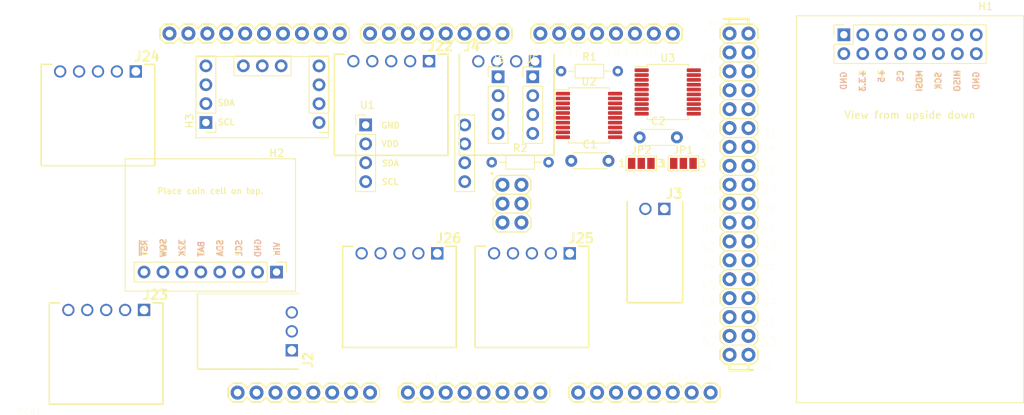
<source format=kicad_pcb>
(kicad_pcb (version 20171130) (host pcbnew 5.1.5+dfsg1-2build2)

  (general
    (thickness 1.6)
    (drawings 0)
    (tracks 0)
    (zones 0)
    (modules 23)
    (nets 135)
  )

  (page A4)
  (layers
    (0 F.Cu signal)
    (31 B.Cu signal)
    (32 B.Adhes user)
    (33 F.Adhes user)
    (34 B.Paste user)
    (35 F.Paste user)
    (36 B.SilkS user)
    (37 F.SilkS user)
    (38 B.Mask user)
    (39 F.Mask user)
    (40 Dwgs.User user)
    (41 Cmts.User user)
    (42 Eco1.User user)
    (43 Eco2.User user)
    (44 Edge.Cuts user)
    (45 Margin user)
    (46 B.CrtYd user)
    (47 F.CrtYd user)
    (48 B.Fab user)
    (49 F.Fab user)
  )

  (setup
    (last_trace_width 0.25)
    (trace_clearance 0.2)
    (zone_clearance 0.508)
    (zone_45_only no)
    (trace_min 0.2)
    (via_size 0.8)
    (via_drill 0.4)
    (via_min_size 0.4)
    (via_min_drill 0.3)
    (uvia_size 0.3)
    (uvia_drill 0.1)
    (uvias_allowed no)
    (uvia_min_size 0.2)
    (uvia_min_drill 0.1)
    (edge_width 0.05)
    (segment_width 0.2)
    (pcb_text_width 0.3)
    (pcb_text_size 1.5 1.5)
    (mod_edge_width 0.12)
    (mod_text_size 1 1)
    (mod_text_width 0.15)
    (pad_size 1.524 1.524)
    (pad_drill 0.762)
    (pad_to_mask_clearance 0.051)
    (solder_mask_min_width 0.25)
    (aux_axis_origin 0 0)
    (visible_elements FFFFFF7F)
    (pcbplotparams
      (layerselection 0x010fc_ffffffff)
      (usegerberextensions false)
      (usegerberattributes false)
      (usegerberadvancedattributes false)
      (creategerberjobfile false)
      (excludeedgelayer true)
      (linewidth 0.100000)
      (plotframeref false)
      (viasonmask false)
      (mode 1)
      (useauxorigin false)
      (hpglpennumber 1)
      (hpglpenspeed 20)
      (hpglpendiameter 15.000000)
      (psnegative false)
      (psa4output false)
      (plotreference true)
      (plotvalue true)
      (plotinvisibletext false)
      (padsonsilk false)
      (subtractmaskfromsilk false)
      (outputformat 1)
      (mirror false)
      (drillshape 1)
      (scaleselection 1)
      (outputdirectory ""))
  )

  (net 0 "")
  (net 1 "Net-(C1-Pad2)")
  (net 2 "Net-(C1-Pad1)")
  (net 3 "Net-(C2-Pad2)")
  (net 4 "Net-(C2-Pad1)")
  (net 5 GND)
  (net 6 +3V3)
  (net 7 /SD_MOSI)
  (net 8 "Net-(H1-Pad3)")
  (net 9 /SD_MISO)
  (net 10 /SD_CS)
  (net 11 /SD_SCK)
  (net 12 "Net-(H2-Pad7)")
  (net 13 "Net-(H2-Pad5)")
  (net 14 /SCL_MASTER)
  (net 15 "Net-(H2-Pad8)")
  (net 16 "Net-(H2-Pad6)")
  (net 17 /SDA_MASTER)
  (net 18 "Net-(H3-Pad5)")
  (net 19 "Net-(H3-Pad7)")
  (net 20 "Net-(H3-Pad6)")
  (net 21 /MPU_1)
  (net 22 "Net-(H3-Pad8)")
  (net 23 "Net-(H3-Pad9)")
  (net 24 "Net-(H3-Pad11)")
  (net 25 "Net-(J2-Pad3)")
  (net 26 "Net-(J2-Pad2)")
  (net 27 "Net-(J2-Pad1)")
  (net 28 "Net-(J3-Pad1)")
  (net 29 "Net-(J4-Pad2)")
  (net 30 "Net-(J4-Pad3)")
  (net 31 "Net-(J5-Pad4)")
  (net 32 "Net-(J5-Pad1)")
  (net 33 "Net-(J6-Pad4)")
  (net 34 "Net-(J6-Pad1)")
  (net 35 /MPU_2)
  (net 36 /MPU_3)
  (net 37 /MPU_4)
  (net 38 /MPU_5)
  (net 39 /MPU_6)
  (net 40 "Net-(JP1-Pad2)")
  (net 41 "Net-(JP2-Pad2)")
  (net 42 "Net-(PCB1-Pad+5V_)")
  (net 43 "Net-(PCB1-PadRESET.)")
  (net 44 "Net-(PCB1-PadGND__)")
  (net 45 "Net-(PCB1-PadN/C)")
  (net 46 "Net-(PCB1-PadI/OREF)")
  (net 47 "Net-(PCB1-PadVIN)")
  (net 48 "Net-(PCB1-Pad5V)")
  (net 49 "Net-(PCB1-Pad5V..)")
  (net 50 "Net-(PCB1-Pad5V.)")
  (net 51 "Net-(PCB1-PadGND....)")
  (net 52 "Net-(PCB1-PadGND...)")
  (net 53 "Net-(PCB1-Pad38)")
  (net 54 "Net-(PCB1-Pad39)")
  (net 55 "Net-(PCB1-Pad40)")
  (net 56 "Net-(PCB1-Pad41)")
  (net 57 "Net-(PCB1-Pad42)")
  (net 58 "Net-(PCB1-Pad43)")
  (net 59 "Net-(PCB1-Pad44)")
  (net 60 "Net-(PCB1-Pad45)")
  (net 61 "Net-(PCB1-Pad46)")
  (net 62 "Net-(PCB1-Pad47)")
  (net 63 "Net-(PCB1-Pad48)")
  (net 64 "Net-(PCB1-Pad49)")
  (net 65 "Net-(PCB1-Pad50)")
  (net 66 "Net-(PCB1-Pad51)")
  (net 67 "Net-(PCB1-Pad52)")
  (net 68 "Net-(PCB1-Pad53)")
  (net 69 /RTD_1_CS)
  (net 70 /RTD_2_CS)
  (net 71 "Net-(PCB1-Pad27)")
  (net 72 "Net-(PCB1-Pad29)")
  (net 73 "Net-(PCB1-Pad31)")
  (net 74 "Net-(PCB1-Pad33)")
  (net 75 "Net-(PCB1-Pad34)")
  (net 76 "Net-(PCB1-Pad35)")
  (net 77 "Net-(PCB1-Pad36)")
  (net 78 "Net-(PCB1-Pad37)")
  (net 79 "Net-(PCB1-PadAREF)")
  (net 80 "Net-(PCB1-Pad8)")
  (net 81 "Net-(PCB1-Pad9)")
  (net 82 "Net-(PCB1-Pad11)")
  (net 83 "Net-(PCB1-Pad12)")
  (net 84 "Net-(PCB1-Pad13)")
  (net 85 "Net-(PCB1-Pad7)")
  (net 86 "Net-(PCB1-Pad0)")
  (net 87 "Net-(PCB1-Pad1)")
  (net 88 "Net-(PCB1-Pad2)")
  (net 89 "Net-(PCB1-Pad3)")
  (net 90 "Net-(PCB1-Pad4)")
  (net 91 "Net-(PCB1-Pad5)")
  (net 92 "Net-(PCB1-Pad6)")
  (net 93 /A0_OUT)
  (net 94 "Net-(PCB1-PadA7)")
  (net 95 /A6_OUT)
  (net 96 /A5_OUT)
  (net 97 /A4_OUT)
  (net 98 /A3_OUT)
  (net 99 /A2_OUT)
  (net 100 /A1_OUT)
  (net 101 "Net-(PCB1-Pad14)")
  (net 102 "Net-(PCB1-Pad17)")
  (net 103 "Net-(PCB1-Pad16)")
  (net 104 "Net-(PCB1-Pad15)")
  (net 105 "Net-(PCB1-PadA8)")
  (net 106 "Net-(PCB1-PadA15)")
  (net 107 "Net-(PCB1-PadA14)")
  (net 108 "Net-(PCB1-PadA13)")
  (net 109 "Net-(PCB1-PadA12)")
  (net 110 "Net-(PCB1-PadA11)")
  (net 111 "Net-(PCB1-PadA10)")
  (net 112 "Net-(PCB1-PadA9)")
  (net 113 "Net-(R1-Pad2)")
  (net 114 "Net-(R1-Pad1)")
  (net 115 "Net-(R2-Pad2)")
  (net 116 "Net-(R2-Pad1)")
  (net 117 "Net-(U1-Pad8)")
  (net 118 "Net-(U1-Pad5)")
  (net 119 "Net-(U1-Pad7)")
  (net 120 "Net-(U1-Pad6)")
  (net 121 "Net-(U2-Pad20)")
  (net 122 "Net-(U2-Pad19)")
  (net 123 "Net-(U2-Pad18)")
  (net 124 /RTD_Interface/MOSI)
  (net 125 /RTD_Interface/RTD_1_CS)
  (net 126 /RTD_Interface/SCK)
  (net 127 "Net-(U2-Pad13)")
  (net 128 "Net-(U2-Pad1)")
  (net 129 "Net-(U3-Pad20)")
  (net 130 "Net-(U3-Pad19)")
  (net 131 "Net-(U3-Pad18)")
  (net 132 /RTD_Interface/RTD_2_CS)
  (net 133 "Net-(U3-Pad13)")
  (net 134 "Net-(U3-Pad1)")

  (net_class Default "This is the default net class."
    (clearance 0.2)
    (trace_width 0.25)
    (via_dia 0.8)
    (via_drill 0.4)
    (uvia_dia 0.3)
    (uvia_drill 0.1)
    (add_net +3V3)
    (add_net /A0_OUT)
    (add_net /A1_OUT)
    (add_net /A2_OUT)
    (add_net /A3_OUT)
    (add_net /A4_OUT)
    (add_net /A5_OUT)
    (add_net /A6_OUT)
    (add_net /MPU_1)
    (add_net /MPU_2)
    (add_net /MPU_3)
    (add_net /MPU_4)
    (add_net /MPU_5)
    (add_net /MPU_6)
    (add_net /RTD_1_CS)
    (add_net /RTD_2_CS)
    (add_net /RTD_Interface/MOSI)
    (add_net /RTD_Interface/RTD_1_CS)
    (add_net /RTD_Interface/RTD_2_CS)
    (add_net /RTD_Interface/SCK)
    (add_net /SCL_MASTER)
    (add_net /SDA_MASTER)
    (add_net /SD_CS)
    (add_net /SD_MISO)
    (add_net /SD_MOSI)
    (add_net /SD_SCK)
    (add_net GND)
    (add_net "Net-(C1-Pad1)")
    (add_net "Net-(C1-Pad2)")
    (add_net "Net-(C2-Pad1)")
    (add_net "Net-(C2-Pad2)")
    (add_net "Net-(H1-Pad3)")
    (add_net "Net-(H2-Pad5)")
    (add_net "Net-(H2-Pad6)")
    (add_net "Net-(H2-Pad7)")
    (add_net "Net-(H2-Pad8)")
    (add_net "Net-(H3-Pad11)")
    (add_net "Net-(H3-Pad5)")
    (add_net "Net-(H3-Pad6)")
    (add_net "Net-(H3-Pad7)")
    (add_net "Net-(H3-Pad8)")
    (add_net "Net-(H3-Pad9)")
    (add_net "Net-(J2-Pad1)")
    (add_net "Net-(J2-Pad2)")
    (add_net "Net-(J2-Pad3)")
    (add_net "Net-(J3-Pad1)")
    (add_net "Net-(J4-Pad2)")
    (add_net "Net-(J4-Pad3)")
    (add_net "Net-(J5-Pad1)")
    (add_net "Net-(J5-Pad4)")
    (add_net "Net-(J6-Pad1)")
    (add_net "Net-(J6-Pad4)")
    (add_net "Net-(JP1-Pad2)")
    (add_net "Net-(JP2-Pad2)")
    (add_net "Net-(PCB1-Pad+5V_)")
    (add_net "Net-(PCB1-Pad0)")
    (add_net "Net-(PCB1-Pad1)")
    (add_net "Net-(PCB1-Pad11)")
    (add_net "Net-(PCB1-Pad12)")
    (add_net "Net-(PCB1-Pad13)")
    (add_net "Net-(PCB1-Pad14)")
    (add_net "Net-(PCB1-Pad15)")
    (add_net "Net-(PCB1-Pad16)")
    (add_net "Net-(PCB1-Pad17)")
    (add_net "Net-(PCB1-Pad2)")
    (add_net "Net-(PCB1-Pad27)")
    (add_net "Net-(PCB1-Pad29)")
    (add_net "Net-(PCB1-Pad3)")
    (add_net "Net-(PCB1-Pad31)")
    (add_net "Net-(PCB1-Pad33)")
    (add_net "Net-(PCB1-Pad34)")
    (add_net "Net-(PCB1-Pad35)")
    (add_net "Net-(PCB1-Pad36)")
    (add_net "Net-(PCB1-Pad37)")
    (add_net "Net-(PCB1-Pad38)")
    (add_net "Net-(PCB1-Pad39)")
    (add_net "Net-(PCB1-Pad4)")
    (add_net "Net-(PCB1-Pad40)")
    (add_net "Net-(PCB1-Pad41)")
    (add_net "Net-(PCB1-Pad42)")
    (add_net "Net-(PCB1-Pad43)")
    (add_net "Net-(PCB1-Pad44)")
    (add_net "Net-(PCB1-Pad45)")
    (add_net "Net-(PCB1-Pad46)")
    (add_net "Net-(PCB1-Pad47)")
    (add_net "Net-(PCB1-Pad48)")
    (add_net "Net-(PCB1-Pad49)")
    (add_net "Net-(PCB1-Pad5)")
    (add_net "Net-(PCB1-Pad50)")
    (add_net "Net-(PCB1-Pad51)")
    (add_net "Net-(PCB1-Pad52)")
    (add_net "Net-(PCB1-Pad53)")
    (add_net "Net-(PCB1-Pad5V)")
    (add_net "Net-(PCB1-Pad5V.)")
    (add_net "Net-(PCB1-Pad5V..)")
    (add_net "Net-(PCB1-Pad6)")
    (add_net "Net-(PCB1-Pad7)")
    (add_net "Net-(PCB1-Pad8)")
    (add_net "Net-(PCB1-Pad9)")
    (add_net "Net-(PCB1-PadA10)")
    (add_net "Net-(PCB1-PadA11)")
    (add_net "Net-(PCB1-PadA12)")
    (add_net "Net-(PCB1-PadA13)")
    (add_net "Net-(PCB1-PadA14)")
    (add_net "Net-(PCB1-PadA15)")
    (add_net "Net-(PCB1-PadA7)")
    (add_net "Net-(PCB1-PadA8)")
    (add_net "Net-(PCB1-PadA9)")
    (add_net "Net-(PCB1-PadAREF)")
    (add_net "Net-(PCB1-PadGND...)")
    (add_net "Net-(PCB1-PadGND....)")
    (add_net "Net-(PCB1-PadGND__)")
    (add_net "Net-(PCB1-PadI/OREF)")
    (add_net "Net-(PCB1-PadN/C)")
    (add_net "Net-(PCB1-PadRESET.)")
    (add_net "Net-(PCB1-PadVIN)")
    (add_net "Net-(R1-Pad1)")
    (add_net "Net-(R1-Pad2)")
    (add_net "Net-(R2-Pad1)")
    (add_net "Net-(R2-Pad2)")
    (add_net "Net-(U1-Pad5)")
    (add_net "Net-(U1-Pad6)")
    (add_net "Net-(U1-Pad7)")
    (add_net "Net-(U1-Pad8)")
    (add_net "Net-(U2-Pad1)")
    (add_net "Net-(U2-Pad13)")
    (add_net "Net-(U2-Pad18)")
    (add_net "Net-(U2-Pad19)")
    (add_net "Net-(U2-Pad20)")
    (add_net "Net-(U3-Pad1)")
    (add_net "Net-(U3-Pad13)")
    (add_net "Net-(U3-Pad18)")
    (add_net "Net-(U3-Pad19)")
    (add_net "Net-(U3-Pad20)")
  )

  (module Package_SO:SSOP-20_5.3x7.2mm_P0.65mm (layer F.Cu) (tedit 5D9F72B1) (tstamp 601957BC)
    (at 131.24796 79.91924)
    (descr "SSOP, 20 Pin (http://ww1.microchip.com/downloads/en/DeviceDoc/40001800C.pdf), generated with kicad-footprint-generator ipc_gullwing_generator.py")
    (tags "SSOP SO")
    (path /6029A487/602C546E)
    (attr smd)
    (fp_text reference U3 (at 0 -4.55) (layer F.SilkS)
      (effects (font (size 1 1) (thickness 0.15)))
    )
    (fp_text value MAX31865AAP+ (at 0 4.55) (layer F.Fab)
      (effects (font (size 1 1) (thickness 0.15)))
    )
    (fp_text user %R (at 0 0) (layer F.Fab)
      (effects (font (size 1 1) (thickness 0.15)))
    )
    (fp_line (start 4.7 -3.85) (end -4.7 -3.85) (layer F.CrtYd) (width 0.05))
    (fp_line (start 4.7 3.85) (end 4.7 -3.85) (layer F.CrtYd) (width 0.05))
    (fp_line (start -4.7 3.85) (end 4.7 3.85) (layer F.CrtYd) (width 0.05))
    (fp_line (start -4.7 -3.85) (end -4.7 3.85) (layer F.CrtYd) (width 0.05))
    (fp_line (start -2.65 -2.6) (end -1.65 -3.6) (layer F.Fab) (width 0.1))
    (fp_line (start -2.65 3.6) (end -2.65 -2.6) (layer F.Fab) (width 0.1))
    (fp_line (start 2.65 3.6) (end -2.65 3.6) (layer F.Fab) (width 0.1))
    (fp_line (start 2.65 -3.6) (end 2.65 3.6) (layer F.Fab) (width 0.1))
    (fp_line (start -1.65 -3.6) (end 2.65 -3.6) (layer F.Fab) (width 0.1))
    (fp_line (start -2.76 -3.435) (end -4.45 -3.435) (layer F.SilkS) (width 0.12))
    (fp_line (start -2.76 -3.71) (end -2.76 -3.435) (layer F.SilkS) (width 0.12))
    (fp_line (start 0 -3.71) (end -2.76 -3.71) (layer F.SilkS) (width 0.12))
    (fp_line (start 2.76 -3.71) (end 2.76 -3.435) (layer F.SilkS) (width 0.12))
    (fp_line (start 0 -3.71) (end 2.76 -3.71) (layer F.SilkS) (width 0.12))
    (fp_line (start -2.76 3.71) (end -2.76 3.435) (layer F.SilkS) (width 0.12))
    (fp_line (start 0 3.71) (end -2.76 3.71) (layer F.SilkS) (width 0.12))
    (fp_line (start 2.76 3.71) (end 2.76 3.435) (layer F.SilkS) (width 0.12))
    (fp_line (start 0 3.71) (end 2.76 3.71) (layer F.SilkS) (width 0.12))
    (pad 20 smd roundrect (at 3.5 -2.925) (size 1.9 0.5) (layers F.Cu F.Paste F.Mask) (roundrect_rratio 0.25)
      (net 129 "Net-(U3-Pad20)"))
    (pad 19 smd roundrect (at 3.5 -2.275) (size 1.9 0.5) (layers F.Cu F.Paste F.Mask) (roundrect_rratio 0.25)
      (net 130 "Net-(U3-Pad19)"))
    (pad 18 smd roundrect (at 3.5 -1.625) (size 1.9 0.5) (layers F.Cu F.Paste F.Mask) (roundrect_rratio 0.25)
      (net 131 "Net-(U3-Pad18)"))
    (pad 17 smd roundrect (at 3.5 -0.975) (size 1.9 0.5) (layers F.Cu F.Paste F.Mask) (roundrect_rratio 0.25)
      (net 124 /RTD_Interface/MOSI))
    (pad 16 smd roundrect (at 3.5 -0.325) (size 1.9 0.5) (layers F.Cu F.Paste F.Mask) (roundrect_rratio 0.25)
      (net 132 /RTD_Interface/RTD_2_CS))
    (pad 15 smd roundrect (at 3.5 0.325) (size 1.9 0.5) (layers F.Cu F.Paste F.Mask) (roundrect_rratio 0.25)
      (net 126 /RTD_Interface/SCK))
    (pad 14 smd roundrect (at 3.5 0.975) (size 1.9 0.5) (layers F.Cu F.Paste F.Mask) (roundrect_rratio 0.25)
      (net 124 /RTD_Interface/MOSI))
    (pad 13 smd roundrect (at 3.5 1.625) (size 1.9 0.5) (layers F.Cu F.Paste F.Mask) (roundrect_rratio 0.25)
      (net 133 "Net-(U3-Pad13)"))
    (pad 12 smd roundrect (at 3.5 2.275) (size 1.9 0.5) (layers F.Cu F.Paste F.Mask) (roundrect_rratio 0.25)
      (net 33 "Net-(J6-Pad4)"))
    (pad 11 smd roundrect (at 3.5 2.925) (size 1.9 0.5) (layers F.Cu F.Paste F.Mask) (roundrect_rratio 0.25)
      (net 3 "Net-(C2-Pad2)"))
    (pad 10 smd roundrect (at -3.5 2.925) (size 1.9 0.5) (layers F.Cu F.Paste F.Mask) (roundrect_rratio 0.25)
      (net 4 "Net-(C2-Pad1)"))
    (pad 9 smd roundrect (at -3.5 2.275) (size 1.9 0.5) (layers F.Cu F.Paste F.Mask) (roundrect_rratio 0.25)
      (net 41 "Net-(JP2-Pad2)"))
    (pad 8 smd roundrect (at -3.5 1.625) (size 1.9 0.5) (layers F.Cu F.Paste F.Mask) (roundrect_rratio 0.25)
      (net 34 "Net-(J6-Pad1)"))
    (pad 7 smd roundrect (at -3.5 0.975) (size 1.9 0.5) (layers F.Cu F.Paste F.Mask) (roundrect_rratio 0.25)
      (net 115 "Net-(R2-Pad2)"))
    (pad 6 smd roundrect (at -3.5 0.325) (size 1.9 0.5) (layers F.Cu F.Paste F.Mask) (roundrect_rratio 0.25)
      (net 115 "Net-(R2-Pad2)"))
    (pad 5 smd roundrect (at -3.5 -0.325) (size 1.9 0.5) (layers F.Cu F.Paste F.Mask) (roundrect_rratio 0.25)
      (net 116 "Net-(R2-Pad1)"))
    (pad 4 smd roundrect (at -3.5 -0.975) (size 1.9 0.5) (layers F.Cu F.Paste F.Mask) (roundrect_rratio 0.25)
      (net 116 "Net-(R2-Pad1)"))
    (pad 3 smd roundrect (at -3.5 -1.625) (size 1.9 0.5) (layers F.Cu F.Paste F.Mask) (roundrect_rratio 0.25)
      (net 6 +3V3))
    (pad 2 smd roundrect (at -3.5 -2.275) (size 1.9 0.5) (layers F.Cu F.Paste F.Mask) (roundrect_rratio 0.25)
      (net 6 +3V3))
    (pad 1 smd roundrect (at -3.5 -2.925) (size 1.9 0.5) (layers F.Cu F.Paste F.Mask) (roundrect_rratio 0.25)
      (net 134 "Net-(U3-Pad1)"))
    (model ${KISYS3DMOD}/Package_SO.3dshapes/SSOP-20_5.3x7.2mm_P0.65mm.wrl
      (at (xyz 0 0 0))
      (scale (xyz 1 1 1))
      (rotate (xyz 0 0 0))
    )
  )

  (module Package_SO:SSOP-20_5.3x7.2mm_P0.65mm (layer F.Cu) (tedit 5D9F72B1) (tstamp 60195791)
    (at 120.67796 83.06924)
    (descr "SSOP, 20 Pin (http://ww1.microchip.com/downloads/en/DeviceDoc/40001800C.pdf), generated with kicad-footprint-generator ipc_gullwing_generator.py")
    (tags "SSOP SO")
    (path /6029A487/602B403A)
    (attr smd)
    (fp_text reference U2 (at 0 -4.55) (layer F.SilkS)
      (effects (font (size 1 1) (thickness 0.15)))
    )
    (fp_text value MAX31865AAP+ (at 0 4.55) (layer F.Fab)
      (effects (font (size 1 1) (thickness 0.15)))
    )
    (fp_text user %R (at 0 0) (layer F.Fab)
      (effects (font (size 1 1) (thickness 0.15)))
    )
    (fp_line (start 4.7 -3.85) (end -4.7 -3.85) (layer F.CrtYd) (width 0.05))
    (fp_line (start 4.7 3.85) (end 4.7 -3.85) (layer F.CrtYd) (width 0.05))
    (fp_line (start -4.7 3.85) (end 4.7 3.85) (layer F.CrtYd) (width 0.05))
    (fp_line (start -4.7 -3.85) (end -4.7 3.85) (layer F.CrtYd) (width 0.05))
    (fp_line (start -2.65 -2.6) (end -1.65 -3.6) (layer F.Fab) (width 0.1))
    (fp_line (start -2.65 3.6) (end -2.65 -2.6) (layer F.Fab) (width 0.1))
    (fp_line (start 2.65 3.6) (end -2.65 3.6) (layer F.Fab) (width 0.1))
    (fp_line (start 2.65 -3.6) (end 2.65 3.6) (layer F.Fab) (width 0.1))
    (fp_line (start -1.65 -3.6) (end 2.65 -3.6) (layer F.Fab) (width 0.1))
    (fp_line (start -2.76 -3.435) (end -4.45 -3.435) (layer F.SilkS) (width 0.12))
    (fp_line (start -2.76 -3.71) (end -2.76 -3.435) (layer F.SilkS) (width 0.12))
    (fp_line (start 0 -3.71) (end -2.76 -3.71) (layer F.SilkS) (width 0.12))
    (fp_line (start 2.76 -3.71) (end 2.76 -3.435) (layer F.SilkS) (width 0.12))
    (fp_line (start 0 -3.71) (end 2.76 -3.71) (layer F.SilkS) (width 0.12))
    (fp_line (start -2.76 3.71) (end -2.76 3.435) (layer F.SilkS) (width 0.12))
    (fp_line (start 0 3.71) (end -2.76 3.71) (layer F.SilkS) (width 0.12))
    (fp_line (start 2.76 3.71) (end 2.76 3.435) (layer F.SilkS) (width 0.12))
    (fp_line (start 0 3.71) (end 2.76 3.71) (layer F.SilkS) (width 0.12))
    (pad 20 smd roundrect (at 3.5 -2.925) (size 1.9 0.5) (layers F.Cu F.Paste F.Mask) (roundrect_rratio 0.25)
      (net 121 "Net-(U2-Pad20)"))
    (pad 19 smd roundrect (at 3.5 -2.275) (size 1.9 0.5) (layers F.Cu F.Paste F.Mask) (roundrect_rratio 0.25)
      (net 122 "Net-(U2-Pad19)"))
    (pad 18 smd roundrect (at 3.5 -1.625) (size 1.9 0.5) (layers F.Cu F.Paste F.Mask) (roundrect_rratio 0.25)
      (net 123 "Net-(U2-Pad18)"))
    (pad 17 smd roundrect (at 3.5 -0.975) (size 1.9 0.5) (layers F.Cu F.Paste F.Mask) (roundrect_rratio 0.25)
      (net 124 /RTD_Interface/MOSI))
    (pad 16 smd roundrect (at 3.5 -0.325) (size 1.9 0.5) (layers F.Cu F.Paste F.Mask) (roundrect_rratio 0.25)
      (net 125 /RTD_Interface/RTD_1_CS))
    (pad 15 smd roundrect (at 3.5 0.325) (size 1.9 0.5) (layers F.Cu F.Paste F.Mask) (roundrect_rratio 0.25)
      (net 126 /RTD_Interface/SCK))
    (pad 14 smd roundrect (at 3.5 0.975) (size 1.9 0.5) (layers F.Cu F.Paste F.Mask) (roundrect_rratio 0.25)
      (net 124 /RTD_Interface/MOSI))
    (pad 13 smd roundrect (at 3.5 1.625) (size 1.9 0.5) (layers F.Cu F.Paste F.Mask) (roundrect_rratio 0.25)
      (net 127 "Net-(U2-Pad13)"))
    (pad 12 smd roundrect (at 3.5 2.275) (size 1.9 0.5) (layers F.Cu F.Paste F.Mask) (roundrect_rratio 0.25)
      (net 31 "Net-(J5-Pad4)"))
    (pad 11 smd roundrect (at 3.5 2.925) (size 1.9 0.5) (layers F.Cu F.Paste F.Mask) (roundrect_rratio 0.25)
      (net 1 "Net-(C1-Pad2)"))
    (pad 10 smd roundrect (at -3.5 2.925) (size 1.9 0.5) (layers F.Cu F.Paste F.Mask) (roundrect_rratio 0.25)
      (net 2 "Net-(C1-Pad1)"))
    (pad 9 smd roundrect (at -3.5 2.275) (size 1.9 0.5) (layers F.Cu F.Paste F.Mask) (roundrect_rratio 0.25)
      (net 40 "Net-(JP1-Pad2)"))
    (pad 8 smd roundrect (at -3.5 1.625) (size 1.9 0.5) (layers F.Cu F.Paste F.Mask) (roundrect_rratio 0.25)
      (net 32 "Net-(J5-Pad1)"))
    (pad 7 smd roundrect (at -3.5 0.975) (size 1.9 0.5) (layers F.Cu F.Paste F.Mask) (roundrect_rratio 0.25)
      (net 113 "Net-(R1-Pad2)"))
    (pad 6 smd roundrect (at -3.5 0.325) (size 1.9 0.5) (layers F.Cu F.Paste F.Mask) (roundrect_rratio 0.25)
      (net 113 "Net-(R1-Pad2)"))
    (pad 5 smd roundrect (at -3.5 -0.325) (size 1.9 0.5) (layers F.Cu F.Paste F.Mask) (roundrect_rratio 0.25)
      (net 114 "Net-(R1-Pad1)"))
    (pad 4 smd roundrect (at -3.5 -0.975) (size 1.9 0.5) (layers F.Cu F.Paste F.Mask) (roundrect_rratio 0.25)
      (net 114 "Net-(R1-Pad1)"))
    (pad 3 smd roundrect (at -3.5 -1.625) (size 1.9 0.5) (layers F.Cu F.Paste F.Mask) (roundrect_rratio 0.25)
      (net 6 +3V3))
    (pad 2 smd roundrect (at -3.5 -2.275) (size 1.9 0.5) (layers F.Cu F.Paste F.Mask) (roundrect_rratio 0.25)
      (net 6 +3V3))
    (pad 1 smd roundrect (at -3.5 -2.925) (size 1.9 0.5) (layers F.Cu F.Paste F.Mask) (roundrect_rratio 0.25)
      (net 128 "Net-(U2-Pad1)"))
    (model ${KISYS3DMOD}/Package_SO.3dshapes/SSOP-20_5.3x7.2mm_P0.65mm.wrl
      (at (xyz 0 0 0))
      (scale (xyz 1 1 1))
      (rotate (xyz 0 0 0))
    )
  )

  (module arduino_sensors:HSCDANN001BA2A3_DIP8 (layer F.Cu) (tedit 5E3A7971) (tstamp 60195766)
    (at 88.9 82.55)
    (path /5E40C3AA)
    (fp_text reference U1 (at 2.02 -0.86) (layer F.SilkS)
      (effects (font (size 1 1) (thickness 0.15)))
    )
    (fp_text value HSCDANN001BA2A3 (at 9.18 -0.86) (layer F.Fab)
      (effects (font (size 1 1) (thickness 0.15)))
    )
    (fp_text user SCL (at 5.08 9.44) (layer F.SilkS)
      (effects (font (size 0.8 0.8) (thickness 0.15)))
    )
    (fp_text user SDA (at 5.12 6.95) (layer F.SilkS)
      (effects (font (size 0.8 0.8) (thickness 0.15)))
    )
    (fp_text user VDD (at 5.08 4.34) (layer F.SilkS)
      (effects (font (size 0.8 0.8) (thickness 0.15)))
    )
    (fp_text user GND (at 5.13 1.87) (layer F.SilkS)
      (effects (font (size 0.8 0.8) (thickness 0.15)))
    )
    (fp_line (start 3.58 11.2) (end 13.3 11.2) (layer F.CrtYd) (width 0.05))
    (fp_line (start 3.59 0) (end 13.3 0) (layer F.CrtYd) (width 0.05))
    (fp_line (start 16.37 10.69) (end 13.83 10.69) (layer F.Fab) (width 0.1))
    (fp_line (start 16.43 0.46) (end 16.43 10.75) (layer F.SilkS) (width 0.12))
    (fp_line (start 13.3 0) (end 13.3 11.2) (layer F.CrtYd) (width 0.05))
    (fp_line (start 13.77 0.46) (end 16.43 0.46) (layer F.SilkS) (width 0.12))
    (fp_line (start 13.83 0.53) (end 16.37 0.53) (layer F.Fab) (width 0.1))
    (fp_line (start 13.77 10.75) (end 16.43 10.75) (layer F.SilkS) (width 0.12))
    (fp_line (start 16.9 0) (end 13.3 0) (layer F.CrtYd) (width 0.05))
    (fp_line (start 13.77 0.46) (end 13.77 10.75) (layer F.SilkS) (width 0.12))
    (fp_line (start 16.9 11.2) (end 16.9 0) (layer F.CrtYd) (width 0.05))
    (fp_line (start 13.83 10.69) (end 13.83 0.53) (layer F.Fab) (width 0.1))
    (fp_line (start 13.3 11.2) (end 16.9 11.2) (layer F.CrtYd) (width 0.05))
    (fp_line (start 16.37 0.53) (end 16.37 10.69) (layer F.Fab) (width 0.1))
    (fp_line (start 0.53 1.165) (end 1.165 0.53) (layer F.Fab) (width 0.1))
    (fp_line (start 0.47 0.47) (end 1.8 0.47) (layer F.SilkS) (width 0.12))
    (fp_line (start 0.47 3.07) (end 3.13 3.07) (layer F.SilkS) (width 0.12))
    (fp_line (start 0 11.2) (end 3.6 11.2) (layer F.CrtYd) (width 0.05))
    (fp_line (start 3.6 11.2) (end 3.6 0) (layer F.CrtYd) (width 0.05))
    (fp_line (start 3.07 0.53) (end 3.07 10.69) (layer F.Fab) (width 0.1))
    (fp_line (start 1.165 0.53) (end 3.07 0.53) (layer F.Fab) (width 0.1))
    (fp_line (start 0.47 10.75) (end 3.13 10.75) (layer F.SilkS) (width 0.12))
    (fp_line (start 0.47 3.07) (end 0.47 10.75) (layer F.SilkS) (width 0.12))
    (fp_line (start 0.47 1.8) (end 0.47 0.47) (layer F.SilkS) (width 0.12))
    (fp_line (start 0.53 10.69) (end 0.53 1.165) (layer F.Fab) (width 0.1))
    (fp_line (start 3.13 3.07) (end 3.13 10.75) (layer F.SilkS) (width 0.12))
    (fp_line (start 3.07 10.69) (end 0.53 10.69) (layer F.Fab) (width 0.1))
    (fp_line (start 0 0) (end 0 11.2) (layer F.CrtYd) (width 0.05))
    (fp_line (start 3.6 0) (end 0 0) (layer F.CrtYd) (width 0.05))
    (pad 8 thru_hole oval (at 15.1 1.8) (size 1.7 1.7) (drill 1) (layers *.Cu *.Mask)
      (net 117 "Net-(U1-Pad8)"))
    (pad 5 thru_hole oval (at 15.1 9.42) (size 1.7 1.7) (drill 1) (layers *.Cu *.Mask)
      (net 118 "Net-(U1-Pad5)"))
    (pad 7 thru_hole oval (at 15.1 4.34) (size 1.7 1.7) (drill 1) (layers *.Cu *.Mask)
      (net 119 "Net-(U1-Pad7)"))
    (pad 6 thru_hole oval (at 15.1 6.88) (size 1.7 1.7) (drill 1) (layers *.Cu *.Mask)
      (net 120 "Net-(U1-Pad6)"))
    (pad 1 thru_hole rect (at 1.8 1.8) (size 1.7 1.7) (drill 1) (layers *.Cu *.Mask)
      (net 5 GND))
    (pad 2 thru_hole oval (at 1.8 4.34) (size 1.7 1.7) (drill 1) (layers *.Cu *.Mask)
      (net 6 +3V3))
    (pad 4 thru_hole oval (at 1.8 9.42) (size 1.7 1.7) (drill 1) (layers *.Cu *.Mask)
      (net 14 /SCL_MASTER))
    (pad 3 thru_hole oval (at 1.8 6.88) (size 1.7 1.7) (drill 1) (layers *.Cu *.Mask)
      (net 17 /SDA_MASTER))
  )

  (module Resistor_THT:R_Axial_DIN0204_L3.6mm_D1.6mm_P7.62mm_Horizontal (layer F.Cu) (tedit 5AE5139B) (tstamp 60195739)
    (at 107.62796 89.36924)
    (descr "Resistor, Axial_DIN0204 series, Axial, Horizontal, pin pitch=7.62mm, 0.167W, length*diameter=3.6*1.6mm^2, http://cdn-reichelt.de/documents/datenblatt/B400/1_4W%23YAG.pdf")
    (tags "Resistor Axial_DIN0204 series Axial Horizontal pin pitch 7.62mm 0.167W length 3.6mm diameter 1.6mm")
    (path /6029A487/602C5486)
    (fp_text reference R2 (at 3.81 -1.92) (layer F.SilkS)
      (effects (font (size 1 1) (thickness 0.15)))
    )
    (fp_text value 400 (at 3.81 1.92) (layer F.Fab)
      (effects (font (size 1 1) (thickness 0.15)))
    )
    (fp_text user %R (at 3.81 0) (layer F.Fab)
      (effects (font (size 0.72 0.72) (thickness 0.108)))
    )
    (fp_line (start 8.57 -1.05) (end -0.95 -1.05) (layer F.CrtYd) (width 0.05))
    (fp_line (start 8.57 1.05) (end 8.57 -1.05) (layer F.CrtYd) (width 0.05))
    (fp_line (start -0.95 1.05) (end 8.57 1.05) (layer F.CrtYd) (width 0.05))
    (fp_line (start -0.95 -1.05) (end -0.95 1.05) (layer F.CrtYd) (width 0.05))
    (fp_line (start 6.68 0) (end 5.73 0) (layer F.SilkS) (width 0.12))
    (fp_line (start 0.94 0) (end 1.89 0) (layer F.SilkS) (width 0.12))
    (fp_line (start 5.73 -0.92) (end 1.89 -0.92) (layer F.SilkS) (width 0.12))
    (fp_line (start 5.73 0.92) (end 5.73 -0.92) (layer F.SilkS) (width 0.12))
    (fp_line (start 1.89 0.92) (end 5.73 0.92) (layer F.SilkS) (width 0.12))
    (fp_line (start 1.89 -0.92) (end 1.89 0.92) (layer F.SilkS) (width 0.12))
    (fp_line (start 7.62 0) (end 5.61 0) (layer F.Fab) (width 0.1))
    (fp_line (start 0 0) (end 2.01 0) (layer F.Fab) (width 0.1))
    (fp_line (start 5.61 -0.8) (end 2.01 -0.8) (layer F.Fab) (width 0.1))
    (fp_line (start 5.61 0.8) (end 5.61 -0.8) (layer F.Fab) (width 0.1))
    (fp_line (start 2.01 0.8) (end 5.61 0.8) (layer F.Fab) (width 0.1))
    (fp_line (start 2.01 -0.8) (end 2.01 0.8) (layer F.Fab) (width 0.1))
    (pad 2 thru_hole oval (at 7.62 0) (size 1.4 1.4) (drill 0.7) (layers *.Cu *.Mask)
      (net 115 "Net-(R2-Pad2)"))
    (pad 1 thru_hole circle (at 0 0) (size 1.4 1.4) (drill 0.7) (layers *.Cu *.Mask)
      (net 116 "Net-(R2-Pad1)"))
    (model ${KISYS3DMOD}/Resistor_THT.3dshapes/R_Axial_DIN0204_L3.6mm_D1.6mm_P7.62mm_Horizontal.wrl
      (at (xyz 0 0 0))
      (scale (xyz 1 1 1))
      (rotate (xyz 0 0 0))
    )
  )

  (module Resistor_THT:R_Axial_DIN0204_L3.6mm_D1.6mm_P7.62mm_Horizontal (layer F.Cu) (tedit 5AE5139B) (tstamp 60195722)
    (at 116.92796 77.11924)
    (descr "Resistor, Axial_DIN0204 series, Axial, Horizontal, pin pitch=7.62mm, 0.167W, length*diameter=3.6*1.6mm^2, http://cdn-reichelt.de/documents/datenblatt/B400/1_4W%23YAG.pdf")
    (tags "Resistor Axial_DIN0204 series Axial Horizontal pin pitch 7.62mm 0.167W length 3.6mm diameter 1.6mm")
    (path /6029A487/602B4052)
    (fp_text reference R1 (at 3.81 -1.92) (layer F.SilkS)
      (effects (font (size 1 1) (thickness 0.15)))
    )
    (fp_text value 400 (at 3.81 1.92) (layer F.Fab)
      (effects (font (size 1 1) (thickness 0.15)))
    )
    (fp_text user %R (at 3.81 0) (layer F.Fab)
      (effects (font (size 0.72 0.72) (thickness 0.108)))
    )
    (fp_line (start 8.57 -1.05) (end -0.95 -1.05) (layer F.CrtYd) (width 0.05))
    (fp_line (start 8.57 1.05) (end 8.57 -1.05) (layer F.CrtYd) (width 0.05))
    (fp_line (start -0.95 1.05) (end 8.57 1.05) (layer F.CrtYd) (width 0.05))
    (fp_line (start -0.95 -1.05) (end -0.95 1.05) (layer F.CrtYd) (width 0.05))
    (fp_line (start 6.68 0) (end 5.73 0) (layer F.SilkS) (width 0.12))
    (fp_line (start 0.94 0) (end 1.89 0) (layer F.SilkS) (width 0.12))
    (fp_line (start 5.73 -0.92) (end 1.89 -0.92) (layer F.SilkS) (width 0.12))
    (fp_line (start 5.73 0.92) (end 5.73 -0.92) (layer F.SilkS) (width 0.12))
    (fp_line (start 1.89 0.92) (end 5.73 0.92) (layer F.SilkS) (width 0.12))
    (fp_line (start 1.89 -0.92) (end 1.89 0.92) (layer F.SilkS) (width 0.12))
    (fp_line (start 7.62 0) (end 5.61 0) (layer F.Fab) (width 0.1))
    (fp_line (start 0 0) (end 2.01 0) (layer F.Fab) (width 0.1))
    (fp_line (start 5.61 -0.8) (end 2.01 -0.8) (layer F.Fab) (width 0.1))
    (fp_line (start 5.61 0.8) (end 5.61 -0.8) (layer F.Fab) (width 0.1))
    (fp_line (start 2.01 0.8) (end 5.61 0.8) (layer F.Fab) (width 0.1))
    (fp_line (start 2.01 -0.8) (end 2.01 0.8) (layer F.Fab) (width 0.1))
    (pad 2 thru_hole oval (at 7.62 0) (size 1.4 1.4) (drill 0.7) (layers *.Cu *.Mask)
      (net 113 "Net-(R1-Pad2)"))
    (pad 1 thru_hole circle (at 0 0) (size 1.4 1.4) (drill 0.7) (layers *.Cu *.Mask)
      (net 114 "Net-(R1-Pad1)"))
    (model ${KISYS3DMOD}/Resistor_THT.3dshapes/R_Axial_DIN0204_L3.6mm_D1.6mm_P7.62mm_Horizontal.wrl
      (at (xyz 0 0 0))
      (scale (xyz 1 1 1))
      (rotate (xyz 0 0 0))
    )
  )

  (module ARDUINO_DUE:ARDUINO_DUE_Shield_wSPI (layer F.Cu) (tedit 5E391E68) (tstamp 6019570B)
    (at 45.564999 122.8666)
    (descr "Footprint for representing an Arduino Due board in an EAGLE schematic. Created by Dave Young for Element14. More EAGLE documentation at: http://www.element14.com/community/community/knode/cadsoft_eagle")
    (path /5E2A5E8E)
    (fp_text reference PCB1 (at 0 0) (layer F.SilkS)
      (effects (font (size 0.787402 0.787402) (thickness 0.015)))
    )
    (fp_text value ARDUINO_DUE (at 0 0) (layer F.Fab)
      (effects (font (size 0.787402 0.787402) (thickness 0.015)))
    )
    (fp_text user SPI (at 63.5 -33.02) (layer F.SilkS)
      (effects (font (size 1.003087 1.003087) (thickness 0.015)))
    )
    (fp_poly (pts (xy 65.9501 -30.734) (xy 66.294 -30.734) (xy 66.294 -30.3014) (xy 65.9501 -30.3014)) (layer F.Fab) (width 0.01))
    (fp_poly (pts (xy 63.2971 -30.734) (xy 63.754 -30.734) (xy 63.754 -30.2505) (xy 63.2971 -30.2505)) (layer F.Fab) (width 0.01))
    (fp_poly (pts (xy 65.907 -28.194) (xy 66.294 -28.194) (xy 66.294 -27.7369) (xy 65.907 -27.7369)) (layer F.Fab) (width 0.01))
    (fp_poly (pts (xy 63.4306 -28.194) (xy 63.754 -28.194) (xy 63.754 -27.7668) (xy 63.4306 -27.7668)) (layer F.Fab) (width 0.01))
    (fp_poly (pts (xy 63.3641 -25.654) (xy 63.754 -25.654) (xy 63.754 -25.1929) (xy 63.3641 -25.1929)) (layer F.Fab) (width 0.01))
    (fp_poly (pts (xy 65.9151 -25.654) (xy 66.294 -25.654) (xy 66.294 -25.1953) (xy 65.9151 -25.1953)) (layer F.Fab) (width 0.01))
    (fp_line (start 62.865 -24.13) (end 66.675 -24.13) (layer F.SilkS) (width 0.1524))
    (fp_line (start 67.31 -24.765) (end 67.31 -26.035) (layer F.SilkS) (width 0.1524))
    (fp_line (start 67.31 -27.305) (end 67.31 -28.575) (layer F.SilkS) (width 0.1524))
    (fp_line (start 67.31 -29.845) (end 67.31 -31.115) (layer F.SilkS) (width 0.1524))
    (fp_line (start 62.865 -31.75) (end 66.675 -31.75) (layer F.SilkS) (width 0.1524))
    (fp_line (start 62.865 -29.21) (end 66.675 -29.21) (layer F.SilkS) (width 0.1524))
    (fp_line (start 62.865 -26.67) (end 66.675 -26.67) (layer F.SilkS) (width 0.1524))
    (fp_line (start 62.23 -31.115) (end 62.865 -31.75) (layer F.SilkS) (width 0.1524))
    (fp_line (start 62.23 -29.845) (end 62.23 -31.115) (layer F.SilkS) (width 0.1524))
    (fp_line (start 62.865 -29.21) (end 62.23 -29.845) (layer F.SilkS) (width 0.1524))
    (fp_line (start 62.23 -28.575) (end 62.865 -29.21) (layer F.SilkS) (width 0.1524))
    (fp_line (start 62.23 -27.305) (end 62.23 -28.575) (layer F.SilkS) (width 0.1524))
    (fp_line (start 62.865 -26.67) (end 62.23 -27.305) (layer F.SilkS) (width 0.1524))
    (fp_line (start 62.23 -26.035) (end 62.865 -26.67) (layer F.SilkS) (width 0.1524))
    (fp_line (start 62.23 -24.765) (end 62.23 -26.035) (layer F.SilkS) (width 0.1524))
    (fp_line (start 62.865 -24.13) (end 62.23 -24.765) (layer F.SilkS) (width 0.1524))
    (fp_line (start 67.31 -31.115) (end 66.675 -31.75) (layer F.SilkS) (width 0.1524))
    (fp_line (start 66.675 -29.21) (end 67.31 -29.845) (layer F.SilkS) (width 0.1524))
    (fp_line (start 67.31 -28.575) (end 66.675 -29.21) (layer F.SilkS) (width 0.1524))
    (fp_line (start 66.675 -26.67) (end 67.31 -27.305) (layer F.SilkS) (width 0.1524))
    (fp_line (start 67.31 -26.035) (end 66.675 -26.67) (layer F.SilkS) (width 0.1524))
    (fp_line (start 66.675 -24.13) (end 67.31 -24.765) (layer F.SilkS) (width 0.1524))
    (fp_circle (center 62.103 -32.004) (end 62.23 -32.004) (layer F.SilkS) (width 0.127))
    (fp_poly (pts (xy 27.7475 -2.794) (xy 28.194 -2.794) (xy 28.194 -2.29108) (xy 27.7475 -2.29108)) (layer F.Fab) (width 0.01))
    (fp_line (start 28.575 -1.27) (end 27.305 -1.27) (layer F.SilkS) (width 0.2032))
    (fp_line (start 26.67 -1.905) (end 27.305 -1.27) (layer F.SilkS) (width 0.2032))
    (fp_line (start 27.305 -3.81) (end 26.67 -3.175) (layer F.SilkS) (width 0.2032))
    (fp_line (start 26.67 -3.175) (end 26.67 -1.905) (layer F.SilkS) (width 0.2032))
    (fp_line (start 29.21 -1.905) (end 28.575 -1.27) (layer F.SilkS) (width 0.2032))
    (fp_line (start 28.575 -3.81) (end 29.21 -3.175) (layer F.SilkS) (width 0.2032))
    (fp_line (start 27.305 -3.81) (end 28.575 -3.81) (layer F.SilkS) (width 0.2032))
    (fp_poly (pts (xy 30.2812 -2.794) (xy 30.734 -2.794) (xy 30.734 -2.29017) (xy 30.2812 -2.29017)) (layer F.Fab) (width 0.01))
    (fp_line (start 31.115 -1.27) (end 29.845 -1.27) (layer F.SilkS) (width 0.2032))
    (fp_line (start 29.21 -1.905) (end 29.845 -1.27) (layer F.SilkS) (width 0.2032))
    (fp_line (start 29.845 -3.81) (end 29.21 -3.175) (layer F.SilkS) (width 0.2032))
    (fp_line (start 31.75 -1.905) (end 31.115 -1.27) (layer F.SilkS) (width 0.2032))
    (fp_line (start 31.115 -3.81) (end 31.75 -3.175) (layer F.SilkS) (width 0.2032))
    (fp_line (start 29.845 -3.81) (end 31.115 -3.81) (layer F.SilkS) (width 0.2032))
    (fp_poly (pts (xy 18.5786 -51.054) (xy 19.05 -51.054) (xy 19.05 -50.6459) (xy 18.5786 -50.6459)) (layer F.Fab) (width 0.01))
    (fp_line (start 19.431 -49.53) (end 18.161 -49.53) (layer F.SilkS) (width 0.2032))
    (fp_line (start 17.526 -50.165) (end 18.161 -49.53) (layer F.SilkS) (width 0.2032))
    (fp_line (start 18.161 -52.07) (end 17.526 -51.435) (layer F.SilkS) (width 0.2032))
    (fp_line (start 17.526 -51.435) (end 17.526 -50.165) (layer F.SilkS) (width 0.2032))
    (fp_line (start 20.066 -50.165) (end 19.431 -49.53) (layer F.SilkS) (width 0.2032))
    (fp_line (start 19.431 -52.07) (end 20.066 -51.435) (layer F.SilkS) (width 0.2032))
    (fp_line (start 18.161 -52.07) (end 19.431 -52.07) (layer F.SilkS) (width 0.2032))
    (fp_poly (pts (xy 21.1285 -51.054) (xy 21.59 -51.054) (xy 21.59 -50.6574) (xy 21.1285 -50.6574)) (layer F.Fab) (width 0.01))
    (fp_line (start 21.971 -49.53) (end 20.701 -49.53) (layer F.SilkS) (width 0.2032))
    (fp_line (start 20.066 -50.165) (end 20.701 -49.53) (layer F.SilkS) (width 0.2032))
    (fp_line (start 20.701 -52.07) (end 20.066 -51.435) (layer F.SilkS) (width 0.2032))
    (fp_line (start 22.606 -50.165) (end 21.971 -49.53) (layer F.SilkS) (width 0.2032))
    (fp_line (start 21.971 -52.07) (end 22.606 -51.435) (layer F.SilkS) (width 0.2032))
    (fp_line (start 20.701 -52.07) (end 21.971 -52.07) (layer F.SilkS) (width 0.2032))
    (fp_poly (pts (xy 32.8493 -2.794) (xy 33.274 -2.794) (xy 33.274 -2.29181) (xy 32.8493 -2.29181)) (layer F.Fab) (width 0.01))
    (fp_poly (pts (xy 35.3688 -2.794) (xy 35.814 -2.794) (xy 35.814 -2.29006) (xy 35.3688 -2.29006)) (layer F.Fab) (width 0.01))
    (fp_poly (pts (xy 37.9015 -2.794) (xy 38.354 -2.794) (xy 38.354 -2.28935) (xy 37.9015 -2.28935)) (layer F.Fab) (width 0.01))
    (fp_poly (pts (xy 40.4602 -2.794) (xy 40.894 -2.794) (xy 40.894 -2.2902) (xy 40.4602 -2.2902)) (layer F.Fab) (width 0.01))
    (fp_poly (pts (xy 43.02 -2.794) (xy 43.434 -2.794) (xy 43.434 -2.29101) (xy 43.02 -2.29101)) (layer F.Fab) (width 0.01))
    (fp_poly (pts (xy 45.5736 -2.794) (xy 45.974 -2.794) (xy 45.974 -2.29141) (xy 45.5736 -2.29141)) (layer F.Fab) (width 0.01))
    (fp_poly (pts (xy 93.9015 -51.054) (xy 94.234 -51.054) (xy 94.234 -50.6406) (xy 93.9015 -50.6406)) (layer F.Fab) (width 0.01))
    (fp_poly (pts (xy 96.5692 -51.054) (xy 96.774 -51.054) (xy 96.774 -50.7052) (xy 96.5692 -50.7052)) (layer F.Fab) (width 0.01))
    (fp_poly (pts (xy 93.8903 -7.874) (xy 94.234 -7.874) (xy 94.234 -7.37892) (xy 93.8903 -7.37892)) (layer F.Fab) (width 0.01))
    (fp_poly (pts (xy 96.5614 -7.874) (xy 96.774 -7.874) (xy 96.774 -7.38861) (xy 96.5614 -7.38861)) (layer F.Fab) (width 0.01))
    (fp_poly (pts (xy 96.5292 -28.194) (xy 96.774 -28.194) (xy 96.774 -27.7617) (xy 96.5292 -27.7617)) (layer F.Fab) (width 0.01))
    (fp_poly (pts (xy 93.8578 -28.194) (xy 94.234 -28.194) (xy 94.234 -27.7249) (xy 93.8578 -27.7249)) (layer F.Fab) (width 0.01))
    (fp_poly (pts (xy 96.5581 -25.654) (xy 96.774 -25.654) (xy 96.774 -25.2223) (xy 96.5581 -25.2223)) (layer F.Fab) (width 0.01))
    (fp_poly (pts (xy 94.0179 -25.654) (xy 94.234 -25.654) (xy 94.234 -25.2243) (xy 94.0179 -25.2243)) (layer F.Fab) (width 0.01))
    (fp_poly (pts (xy 96.4836 -23.114) (xy 96.774 -23.114) (xy 96.774 -22.6571) (xy 96.4836 -22.6571)) (layer F.Fab) (width 0.01))
    (fp_poly (pts (xy 96.3992 -20.574) (xy 96.774 -20.574) (xy 96.774 -20.0937) (xy 96.3992 -20.0937)) (layer F.Fab) (width 0.01))
    (fp_poly (pts (xy 96.4347 -18.034) (xy 96.774 -18.034) (xy 96.774 -17.5567) (xy 96.4347 -17.5567)) (layer F.Fab) (width 0.01))
    (fp_poly (pts (xy 93.9991 -23.114) (xy 94.234 -23.114) (xy 94.234 -22.6719) (xy 93.9991 -22.6719)) (layer F.Fab) (width 0.01))
    (fp_poly (pts (xy 93.9721 -20.574) (xy 94.234 -20.574) (xy 94.234 -20.1187) (xy 93.9721 -20.1187)) (layer F.Fab) (width 0.01))
    (fp_poly (pts (xy 93.8403 -18.034) (xy 94.234 -18.034) (xy 94.234 -17.5474) (xy 93.8403 -17.5474)) (layer F.Fab) (width 0.01))
    (fp_poly (pts (xy 96.3602 -15.494) (xy 96.774 -15.494) (xy 96.774 -15.0007) (xy 96.3602 -15.0007)) (layer F.Fab) (width 0.01))
    (fp_poly (pts (xy 93.859 -15.494) (xy 94.234 -15.494) (xy 94.234 -15.0073) (xy 93.859 -15.0073)) (layer F.Fab) (width 0.01))
    (fp_poly (pts (xy 96.3415 -12.954) (xy 96.774 -12.954) (xy 96.774 -12.4558) (xy 96.3415 -12.4558)) (layer F.Fab) (width 0.01))
    (fp_poly (pts (xy 93.8816 -12.954) (xy 94.234 -12.954) (xy 94.234 -12.4667) (xy 93.8816 -12.4667)) (layer F.Fab) (width 0.01))
    (fp_poly (pts (xy 93.9415 -10.414) (xy 94.234 -10.414) (xy 94.234 -9.92878) (xy 93.9415 -9.92878)) (layer F.Fab) (width 0.01))
    (fp_poly (pts (xy 96.4148 -10.414) (xy 96.774 -10.414) (xy 96.774 -9.92131) (xy 96.4148 -9.92131)) (layer F.Fab) (width 0.01))
    (fp_poly (pts (xy 96.4307 -48.514) (xy 96.774 -48.514) (xy 96.774 -48.0881) (xy 96.4307 -48.0881)) (layer F.Fab) (width 0.01))
    (fp_poly (pts (xy 93.9219 -48.514) (xy 94.234 -48.514) (xy 94.234 -48.1063) (xy 93.9219 -48.1063)) (layer F.Fab) (width 0.01))
    (fp_poly (pts (xy 96.4297 -45.974) (xy 96.774 -45.974) (xy 96.774 -45.5433) (xy 96.4297 -45.5433)) (layer F.Fab) (width 0.01))
    (fp_poly (pts (xy 93.9339 -45.974) (xy 94.234 -45.974) (xy 94.234 -45.5669) (xy 93.9339 -45.5669)) (layer F.Fab) (width 0.01))
    (fp_poly (pts (xy 96.4519 -43.434) (xy 96.774 -43.434) (xy 96.774 -43.0089) (xy 96.4519 -43.0089)) (layer F.Fab) (width 0.01))
    (fp_poly (pts (xy 96.404 -40.894) (xy 96.774 -40.894) (xy 96.774 -40.4439) (xy 96.404 -40.4439)) (layer F.Fab) (width 0.01))
    (fp_poly (pts (xy 96.5403 -38.354) (xy 96.774 -38.354) (xy 96.774 -37.9538) (xy 96.5403 -37.9538)) (layer F.Fab) (width 0.01))
    (fp_poly (pts (xy 93.8284 -43.434) (xy 94.234 -43.434) (xy 94.234 -42.9729) (xy 93.8284 -42.9729)) (layer F.Fab) (width 0.01))
    (fp_poly (pts (xy 93.8492 -40.894) (xy 94.234 -40.894) (xy 94.234 -40.4391) (xy 93.8492 -40.4391)) (layer F.Fab) (width 0.01))
    (fp_poly (pts (xy 94.0204 -38.354) (xy 94.234 -38.354) (xy 94.234 -37.9649) (xy 94.0204 -37.9649)) (layer F.Fab) (width 0.01))
    (fp_poly (pts (xy 96.5442 -35.814) (xy 96.774 -35.814) (xy 96.774 -35.408) (xy 96.5442 -35.408)) (layer F.Fab) (width 0.01))
    (fp_poly (pts (xy 93.9848 -35.814) (xy 94.234 -35.814) (xy 94.234 -35.4034) (xy 93.9848 -35.4034)) (layer F.Fab) (width 0.01))
    (fp_poly (pts (xy 96.4316 -33.274) (xy 96.774 -33.274) (xy 96.774 -32.8224) (xy 96.4316 -32.8224)) (layer F.Fab) (width 0.01))
    (fp_poly (pts (xy 93.9181 -33.274) (xy 94.234 -33.274) (xy 94.234 -32.8331) (xy 93.9181 -32.8331)) (layer F.Fab) (width 0.01))
    (fp_poly (pts (xy 93.9123 -30.734) (xy 94.234 -30.734) (xy 94.234 -30.2862) (xy 93.9123 -30.2862)) (layer F.Fab) (width 0.01))
    (fp_poly (pts (xy 96.4726 -30.734) (xy 96.774 -30.734) (xy 96.774 -30.2909) (xy 96.4726 -30.2909)) (layer F.Fab) (width 0.01))
    (fp_poly (pts (xy 41.5284 -51.054) (xy 41.91 -51.054) (xy 41.91 -50.7004) (xy 41.5284 -50.7004)) (layer F.Fab) (width 0.01))
    (fp_poly (pts (xy 23.6587 -51.054) (xy 24.13 -51.054) (xy 24.13 -50.6244) (xy 23.6587 -50.6244)) (layer F.Fab) (width 0.01))
    (fp_poly (pts (xy 26.1971 -51.054) (xy 26.67 -51.054) (xy 26.67 -50.6138) (xy 26.1971 -50.6138)) (layer F.Fab) (width 0.01))
    (fp_poly (pts (xy 28.7887 -51.054) (xy 29.21 -51.054) (xy 29.21 -50.6986) (xy 28.7887 -50.6986)) (layer F.Fab) (width 0.01))
    (fp_poly (pts (xy 31.3189 -51.054) (xy 31.75 -51.054) (xy 31.75 -50.6705) (xy 31.3189 -50.6705)) (layer F.Fab) (width 0.01))
    (fp_poly (pts (xy 33.8051 -51.054) (xy 34.29 -51.054) (xy 34.29 -50.5806) (xy 33.8051 -50.5806)) (layer F.Fab) (width 0.01))
    (fp_poly (pts (xy 36.3956 -51.054) (xy 36.83 -51.054) (xy 36.83 -50.6484) (xy 36.3956 -50.6484)) (layer F.Fab) (width 0.01))
    (fp_poly (pts (xy 38.9179 -51.054) (xy 39.37 -51.054) (xy 39.37 -50.6187) (xy 38.9179 -50.6187)) (layer F.Fab) (width 0.01))
    (fp_poly (pts (xy 63.3008 -51.054) (xy 63.754 -51.054) (xy 63.754 -50.5898) (xy 63.3008 -50.5898)) (layer F.Fab) (width 0.01))
    (fp_poly (pts (xy 45.5531 -51.054) (xy 45.974 -51.054) (xy 45.974 -50.6428) (xy 45.5531 -50.6428)) (layer F.Fab) (width 0.01))
    (fp_poly (pts (xy 48.0987 -51.054) (xy 48.514 -51.054) (xy 48.514 -50.6436) (xy 48.0987 -50.6436)) (layer F.Fab) (width 0.01))
    (fp_poly (pts (xy 50.6407 -51.054) (xy 51.054 -51.054) (xy 51.054 -50.6407) (xy 50.6407 -50.6407)) (layer F.Fab) (width 0.01))
    (fp_poly (pts (xy 53.2257 -51.054) (xy 53.594 -51.054) (xy 53.594 -50.6789) (xy 53.2257 -50.6789)) (layer F.Fab) (width 0.01))
    (fp_poly (pts (xy 55.7291 -51.054) (xy 56.134 -51.054) (xy 56.134 -50.6397) (xy 55.7291 -50.6397)) (layer F.Fab) (width 0.01))
    (fp_poly (pts (xy 58.2882 -51.054) (xy 58.674 -51.054) (xy 58.674 -50.6521) (xy 58.2882 -50.6521)) (layer F.Fab) (width 0.01))
    (fp_poly (pts (xy 60.8483 -51.054) (xy 61.214 -51.054) (xy 61.214 -50.6645) (xy 60.8483 -50.6645)) (layer F.Fab) (width 0.01))
    (fp_poly (pts (xy 68.4209 -2.794) (xy 68.834 -2.794) (xy 68.834 -2.28918) (xy 68.4209 -2.28918)) (layer F.Fab) (width 0.01))
    (fp_poly (pts (xy 50.5965 -2.794) (xy 51.054 -2.794) (xy 51.054 -2.28828) (xy 50.5965 -2.28828)) (layer F.Fab) (width 0.01))
    (fp_poly (pts (xy 53.2477 -2.794) (xy 53.594 -2.794) (xy 53.594 -2.29296) (xy 53.2477 -2.29296)) (layer F.Fab) (width 0.01))
    (fp_poly (pts (xy 55.7136 -2.794) (xy 56.134 -2.794) (xy 56.134 -2.2896) (xy 55.7136 -2.2896)) (layer F.Fab) (width 0.01))
    (fp_poly (pts (xy 58.252 -2.794) (xy 58.674 -2.794) (xy 58.674 -2.28938) (xy 58.252 -2.28938)) (layer F.Fab) (width 0.01))
    (fp_poly (pts (xy 60.8845 -2.794) (xy 61.214 -2.794) (xy 61.214 -2.29272) (xy 60.8845 -2.29272)) (layer F.Fab) (width 0.01))
    (fp_poly (pts (xy 63.4197 -2.794) (xy 63.754 -2.794) (xy 63.754 -2.29228) (xy 63.4197 -2.29228)) (layer F.Fab) (width 0.01))
    (fp_poly (pts (xy 65.833 -2.794) (xy 66.294 -2.794) (xy 66.294 -2.28764) (xy 65.833 -2.28764)) (layer F.Fab) (width 0.01))
    (fp_poly (pts (xy 86.1831 -51.054) (xy 86.614 -51.054) (xy 86.614 -50.5912) (xy 86.1831 -50.5912)) (layer F.Fab) (width 0.01))
    (fp_poly (pts (xy 68.5045 -51.054) (xy 68.834 -51.054) (xy 68.834 -50.678) (xy 68.5045 -50.678)) (layer F.Fab) (width 0.01))
    (fp_poly (pts (xy 71.0664 -51.054) (xy 71.374 -51.054) (xy 71.374 -50.689) (xy 71.0664 -50.689)) (layer F.Fab) (width 0.01))
    (fp_poly (pts (xy 73.4861 -51.054) (xy 73.914 -51.054) (xy 73.914 -50.6011) (xy 73.4861 -50.6011)) (layer F.Fab) (width 0.01))
    (fp_poly (pts (xy 76.0967 -51.054) (xy 76.454 -51.054) (xy 76.454 -50.6464) (xy 76.0967 -50.6464)) (layer F.Fab) (width 0.01))
    (fp_poly (pts (xy 78.7089 -51.054) (xy 78.994 -51.054) (xy 78.994 -50.6895) (xy 78.7089 -50.6895)) (layer F.Fab) (width 0.01))
    (fp_poly (pts (xy 81.2843 -51.054) (xy 81.534 -51.054) (xy 81.534 -50.7071) (xy 81.2843 -50.7071)) (layer F.Fab) (width 0.01))
    (fp_poly (pts (xy 83.7464 -51.054) (xy 84.074 -51.054) (xy 84.074 -50.6551) (xy 83.7464 -50.6551)) (layer F.Fab) (width 0.01))
    (fp_poly (pts (xy 91.3556 -2.794) (xy 91.694 -2.794) (xy 91.694 -2.29025) (xy 91.3556 -2.29025)) (layer F.Fab) (width 0.01))
    (fp_poly (pts (xy 73.6462 -2.794) (xy 73.914 -2.794) (xy 73.914 -2.29348) (xy 73.6462 -2.29348)) (layer F.Fab) (width 0.01))
    (fp_poly (pts (xy 76.0244 -2.794) (xy 76.454 -2.794) (xy 76.454 -2.28836) (xy 76.0244 -2.28836)) (layer F.Fab) (width 0.01))
    (fp_poly (pts (xy 78.7452 -2.794) (xy 78.994 -2.794) (xy 78.994 -2.29354) (xy 78.7452 -2.29354)) (layer F.Fab) (width 0.01))
    (fp_poly (pts (xy 81.1598 -2.794) (xy 81.534 -2.794) (xy 81.534 -2.28977) (xy 81.1598 -2.28977)) (layer F.Fab) (width 0.01))
    (fp_poly (pts (xy 83.7679 -2.794) (xy 84.074 -2.794) (xy 84.074 -2.29152) (xy 83.7679 -2.29152)) (layer F.Fab) (width 0.01))
    (fp_poly (pts (xy 86.1775 -2.794) (xy 86.614 -2.794) (xy 86.614 -2.2879) (xy 86.1775 -2.2879)) (layer F.Fab) (width 0.01))
    (fp_poly (pts (xy 88.8243 -2.794) (xy 89.154 -2.794) (xy 89.154 -2.2906) (xy 88.8243 -2.2906)) (layer F.Fab) (width 0.01))
    (fp_text user 5V (at 91.6984 -52.2171) (layer F.SilkS)
      (effects (font (size 0.701978 0.701978) (thickness 0.015)))
    )
    (fp_text user AREF (at 24.13 -46.99 90) (layer F.SilkS)
      (effects (font (size 1.122402 1.122402) (thickness 0.015)))
    )
    (fp_text user GND (at 26.67 -46.99 90) (layer F.SilkS)
      (effects (font (size 1.121496 1.121496) (thickness 0.015)))
    )
    (fp_text user Vin (at 46.3175 -4.6063) (layer F.SilkS)
      (effects (font (size 0.801551 0.801551) (thickness 0.015)))
    )
    (fp_text user GND (at 43.8177 -4.61105) (layer F.SilkS)
      (effects (font (size 0.802378 0.802378) (thickness 0.015)))
    )
    (fp_text user GND (at 41.2622 -4.61016) (layer F.SilkS)
      (effects (font (size 0.80222 0.80222) (thickness 0.015)))
    )
    (fp_text user 5V (at 38.653 -4.60276) (layer F.SilkS)
      (effects (font (size 0.800937 0.800937) (thickness 0.015)))
    )
    (fp_text user 3.3V (at 36.1336 -4.60576) (layer F.SilkS)
      (effects (font (size 0.801457 0.801457) (thickness 0.015)))
    )
    (fp_text user RESET (at 32.385 -4.60959) (layer F.SilkS)
      (effects (font (size 0.802118 0.802118) (thickness 0.015)))
    )
    (fp_text user GND (at 98.5715 -6.01108) (layer F.SilkS)
      (effects (font (size 0.802228 0.802228) (thickness 0.015)))
    )
    (fp_text user A15 (at 91.44 -4.60386) (layer F.SilkS)
      (effects (font (size 0.9 0.8) (thickness 0.015)))
    )
    (fp_text user A14 (at 88.9 -4.60769) (layer F.SilkS)
      (effects (font (size 0.9 0.8) (thickness 0.015)))
    )
    (fp_text user A13 (at 86.36 -4.60314) (layer F.SilkS)
      (effects (font (size 0.9 0.8) (thickness 0.015)))
    )
    (fp_text user A12 (at 83.82 -4.60141) (layer F.SilkS)
      (effects (font (size 0.9 0.8) (thickness 0.015)))
    )
    (fp_text user A11 (at 81.28 -4.60949) (layer F.SilkS)
      (effects (font (size 0.9 0.8) (thickness 0.015)))
    )
    (fp_text user A10 (at 78.105 -4.61085) (layer F.SilkS)
      (effects (font (size 0.9 0.8) (thickness 0.015)))
    )
    (fp_text user A9 (at 75.565 -4.6055) (layer F.SilkS)
      (effects (font (size 0.9 0.9) (thickness 0.015)))
    )
    (fp_text user A8 (at 73.025 -4.60584) (layer F.SilkS)
      (effects (font (size 0.9 0.9) (thickness 0.015)))
    )
    (fp_text user A7 (at 69.3823 -4.60008) (layer F.SilkS)
      (effects (font (size 1.120654 1.120654) (thickness 0.015)))
    )
    (fp_text user 6 (at 66.7278 -4.60104) (layer F.SilkS)
      (effects (font (size 1.12089 1.12089) (thickness 0.015)))
    )
    (fp_text user A5 (at 64.2488 -4.60555) (layer F.SilkS)
      (effects (font (size 1.121984 1.121984) (thickness 0.015)))
    )
    (fp_text user A4 (at 61.7804 -4.60175) (layer F.SilkS)
      (effects (font (size 1.121063 1.121063) (thickness 0.015)))
    )
    (fp_text user A3 (at 59.2567 -4.6032) (layer F.SilkS)
      (effects (font (size 1.121409 1.121409) (thickness 0.015)))
    )
    (fp_text user A2 (at 56.7242 -4.60407) (layer F.SilkS)
      (effects (font (size 1.12163 1.12163) (thickness 0.015)))
    )
    (fp_text user A1 (at 54.0262 -4.61261) (layer F.SilkS)
      (effects (font (size 1.123709 1.123709) (thickness 0.015)))
    )
    (fp_text user A0 (at 50.8 -4.60327) (layer F.SilkS)
      (effects (font (size 1.121433 1.121433) (thickness 0.015)))
    )
    (fp_text user 53 (at 99.2544 -9.44201) (layer F.SilkS)
      (effects (font (size 1.122213 1.122213) (thickness 0.015)))
    )
    (fp_text user 51 (at 99.3037 -11.993) (layer F.SilkS)
      (effects (font (size 1.122772 1.122772) (thickness 0.015)))
    )
    (fp_text user 49 (at 99.3364 -14.5442) (layer F.SilkS)
      (effects (font (size 1.123142 1.123142) (thickness 0.015)))
    )
    (fp_text user 47 (at 99.167 -17.0619) (layer F.SilkS)
      (effects (font (size 1.121213 1.121213) (thickness 0.015)))
    )
    (fp_text user 45 (at 99.1384 -19.599) (layer F.SilkS)
      (effects (font (size 1.12089 1.12089) (thickness 0.015)))
    )
    (fp_text user 43 (at 99.2711 -22.1709) (layer F.SilkS)
      (effects (font (size 1.122409 1.122409) (thickness 0.015)))
    )
    (fp_text user 41 (at 99.2235 -24.7044) (layer F.SilkS)
      (effects (font (size 1.121858 1.121858) (thickness 0.015)))
    )
    (fp_text user 39 (at 99.1424 -27.2261) (layer F.SilkS)
      (effects (font (size 1.120937 1.120937) (thickness 0.015)))
    )
    (fp_text user 37 (at 99.2676 -29.8062) (layer F.SilkS)
      (effects (font (size 1.122362 1.122362) (thickness 0.015)))
    )
    (fp_text user 35 (at 99.1918 -32.3266) (layer F.SilkS)
      (effects (font (size 1.121504 1.121504) (thickness 0.015)))
    )
    (fp_text user 33 (at 99.1775 -34.8649) (layer F.SilkS)
      (effects (font (size 1.121339 1.121339) (thickness 0.015)))
    )
    (fp_text user 31 (at 99.3649 -37.4792) (layer F.SilkS)
      (effects (font (size 1.123465 1.123465) (thickness 0.015)))
    )
    (fp_text user 52 (at 91.2899 -9.43284) (layer F.SilkS)
      (effects (font (size 1.124157 1.124157) (thickness 0.015)))
    )
    (fp_text user 48 (at 91.1707 -14.5124) (layer F.SilkS)
      (effects (font (size 1.122661 1.122661) (thickness 0.015)))
    )
    (fp_text user 50 (at 91.061 -11.9518) (layer F.SilkS)
      (effects (font (size 1.121291 1.121291) (thickness 0.015)))
    )
    (fp_text user 46 (at 91.137 -17.0521) (layer F.SilkS)
      (effects (font (size 1.122244 1.122244) (thickness 0.015)))
    )
    (fp_text user 44 (at 91.0432 -19.5767) (layer F.SilkS)
      (effects (font (size 1.121071 1.121071) (thickness 0.015)))
    )
    (fp_text user 42 (at 91.0084 -22.1106) (layer F.SilkS)
      (effects (font (size 1.12063 1.12063) (thickness 0.015)))
    )
    (fp_text user 40 (at 91.2238 -24.7112) (layer F.SilkS)
      (effects (font (size 1.123323 1.123323) (thickness 0.015)))
    )
    (fp_text user 38 (at 91.1967 -27.2505) (layer F.SilkS)
      (effects (font (size 1.122992 1.122992) (thickness 0.015)))
    )
    (fp_text user 36 (at 91.1547 -29.7833) (layer F.SilkS)
      (effects (font (size 1.122465 1.122465) (thickness 0.015)))
    )
    (fp_text user 34 (at 91.212 -32.3496) (layer F.SilkS)
      (effects (font (size 1.123181 1.123181) (thickness 0.015)))
    )
    (fp_text user 32 (at 91.2772 -34.9221) (layer F.SilkS)
      (effects (font (size 1.123992 1.123992) (thickness 0.015)))
    )
    (fp_text user 30 (at 91.071 -37.3853) (layer F.SilkS)
      (effects (font (size 1.121417 1.121417) (thickness 0.015)))
    )
    (fp_text user 28 (at 91.076 -39.9307) (layer F.SilkS)
      (effects (font (size 1.12148 1.12148) (thickness 0.015)))
    )
    (fp_text user 26 (at 91.159 -42.5134) (layer F.SilkS)
      (effects (font (size 1.12252 1.12252) (thickness 0.015)))
    )
    (fp_text user 24 (at 91.1672 -45.0632) (layer F.SilkS)
      (effects (font (size 1.122622 1.122622) (thickness 0.015)))
    )
    (fp_text user 22 (at 91.053 -47.5486) (layer F.SilkS)
      (effects (font (size 1.121189 1.121189) (thickness 0.015)))
    )
    (fp_text user 21 (at 85.7717 -48.26) (layer F.SilkS)
      (effects (font (size 1.122276 1.122276) (thickness 0.015)))
    )
    (fp_text user 20 (at 83.2152 -48.26) (layer F.SilkS)
      (effects (font (size 1.122118 1.122118) (thickness 0.015)))
    )
    (fp_text user 19 (at 80.7402 -48.26) (layer F.SilkS)
      (effects (font (size 1.123094 1.123094) (thickness 0.015)))
    )
    (fp_text user 18 (at 78.314 -48.26) (layer F.SilkS)
      (effects (font (size 1.123 1.123) (thickness 0.015)))
    )
    (fp_text user 17 (at 75.6111 -48.26) (layer F.SilkS)
      (effects (font (size 1.120685 1.120685) (thickness 0.015)))
    )
    (fp_text user 16 (at 73.2104 -48.26) (layer F.SilkS)
      (effects (font (size 1.122843 1.122843) (thickness 0.015)))
    )
    (fp_text user 15 (at 70.6395 -48.26) (layer F.SilkS)
      (effects (font (size 1.122457 1.122457) (thickness 0.015)))
    )
    (fp_text user 14 (at 67.9877 -48.26) (layer F.SilkS)
      (effects (font (size 1.122803 1.122803) (thickness 0.015)))
    )
    (fp_text user 13 (at 29.5145 -48.26) (layer F.SilkS)
      (effects (font (size 1.122008 1.122008) (thickness 0.015)))
    )
    (fp_text user 12 (at 32.0808 -48.26) (layer F.SilkS)
      (effects (font (size 1.122803 1.122803) (thickness 0.015)))
    )
    (fp_text user 11 (at 34.6162 -48.26) (layer F.SilkS)
      (effects (font (size 1.122433 1.122433) (thickness 0.015)))
    )
    (fp_text user 10 (at 37.2868 -48.26) (layer F.SilkS)
      (effects (font (size 1.122362 1.122362) (thickness 0.015)))
    )
    (fp_text user 9 (at 39.8385 -48.26) (layer F.SilkS)
      (effects (font (size 1.122551 1.122551) (thickness 0.015)))
    )
    (fp_text user 8 (at 42.3975 -48.26) (layer F.SilkS)
      (effects (font (size 1.122906 1.122906) (thickness 0.015)))
    )
    (fp_text user 7 (at 45.3324 -48.26) (layer F.SilkS)
      (effects (font (size 1.122984 1.122984) (thickness 0.015)))
    )
    (fp_text user 6 (at 47.8407 -48.26) (layer F.SilkS)
      (effects (font (size 1.122079 1.122079) (thickness 0.015)))
    )
    (fp_text user 5 (at 50.3157 -48.26) (layer F.SilkS)
      (effects (font (size 1.123362 1.123362) (thickness 0.015)))
    )
    (fp_text user 4 (at 52.9008 -48.26) (layer F.SilkS)
      (effects (font (size 1.124165 1.124165) (thickness 0.015)))
    )
    (fp_text user 3 (at 55.2338 -48.26) (layer F.SilkS)
      (effects (font (size 1.122354 1.122354) (thickness 0.015)))
    )
    (fp_text user 2 (at 57.8441 -48.26) (layer F.SilkS)
      (effects (font (size 1.12115 1.12115) (thickness 0.015)))
    )
    (fp_text user 1 (at 60.4031 -48.26) (layer F.SilkS)
      (effects (font (size 1.121457 1.121457) (thickness 0.015)))
    )
    (fp_text user 0 (at 63.0355 -48.26) (layer F.SilkS)
      (effects (font (size 1.123039 1.123039) (thickness 0.015)))
    )
    (fp_line (start 93.218 -52.7812) (end 93.98 -52.7812) (layer F.SilkS) (width 0.3048))
    (fp_line (start 46.99 -3.175) (end 46.99 -1.905) (layer F.SilkS) (width 0.2032))
    (fp_line (start 33.655 -1.27) (end 32.385 -1.27) (layer F.SilkS) (width 0.2032))
    (fp_line (start 31.75 -1.905) (end 32.385 -1.27) (layer F.SilkS) (width 0.2032))
    (fp_line (start 32.385 -3.81) (end 31.75 -3.175) (layer F.SilkS) (width 0.2032))
    (fp_line (start 34.925 -1.27) (end 34.29 -1.905) (layer F.SilkS) (width 0.2032))
    (fp_line (start 36.195 -1.27) (end 34.925 -1.27) (layer F.SilkS) (width 0.2032))
    (fp_line (start 36.83 -1.905) (end 36.195 -1.27) (layer F.SilkS) (width 0.2032))
    (fp_line (start 36.195 -3.81) (end 36.83 -3.175) (layer F.SilkS) (width 0.2032))
    (fp_line (start 34.925 -3.81) (end 36.195 -3.81) (layer F.SilkS) (width 0.2032))
    (fp_line (start 34.29 -3.175) (end 34.925 -3.81) (layer F.SilkS) (width 0.2032))
    (fp_line (start 34.29 -1.905) (end 33.655 -1.27) (layer F.SilkS) (width 0.2032))
    (fp_line (start 33.655 -3.81) (end 34.29 -3.175) (layer F.SilkS) (width 0.2032))
    (fp_line (start 32.385 -3.81) (end 33.655 -3.81) (layer F.SilkS) (width 0.2032))
    (fp_line (start 41.275 -1.27) (end 40.005 -1.27) (layer F.SilkS) (width 0.2032))
    (fp_line (start 39.37 -1.905) (end 40.005 -1.27) (layer F.SilkS) (width 0.2032))
    (fp_line (start 40.005 -3.81) (end 39.37 -3.175) (layer F.SilkS) (width 0.2032))
    (fp_line (start 37.465 -1.27) (end 36.83 -1.905) (layer F.SilkS) (width 0.2032))
    (fp_line (start 38.735 -1.27) (end 37.465 -1.27) (layer F.SilkS) (width 0.2032))
    (fp_line (start 39.37 -1.905) (end 38.735 -1.27) (layer F.SilkS) (width 0.2032))
    (fp_line (start 38.735 -3.81) (end 39.37 -3.175) (layer F.SilkS) (width 0.2032))
    (fp_line (start 37.465 -3.81) (end 38.735 -3.81) (layer F.SilkS) (width 0.2032))
    (fp_line (start 36.83 -3.175) (end 37.465 -3.81) (layer F.SilkS) (width 0.2032))
    (fp_line (start 42.545 -1.27) (end 41.91 -1.905) (layer F.SilkS) (width 0.2032))
    (fp_line (start 43.815 -1.27) (end 42.545 -1.27) (layer F.SilkS) (width 0.2032))
    (fp_line (start 44.45 -1.905) (end 43.815 -1.27) (layer F.SilkS) (width 0.2032))
    (fp_line (start 43.815 -3.81) (end 44.45 -3.175) (layer F.SilkS) (width 0.2032))
    (fp_line (start 42.545 -3.81) (end 43.815 -3.81) (layer F.SilkS) (width 0.2032))
    (fp_line (start 41.91 -3.175) (end 42.545 -3.81) (layer F.SilkS) (width 0.2032))
    (fp_line (start 41.91 -1.905) (end 41.275 -1.27) (layer F.SilkS) (width 0.2032))
    (fp_line (start 41.275 -3.81) (end 41.91 -3.175) (layer F.SilkS) (width 0.2032))
    (fp_line (start 40.005 -3.81) (end 41.275 -3.81) (layer F.SilkS) (width 0.2032))
    (fp_line (start 45.085 -1.27) (end 44.45 -1.905) (layer F.SilkS) (width 0.2032))
    (fp_line (start 46.355 -1.27) (end 45.085 -1.27) (layer F.SilkS) (width 0.2032))
    (fp_line (start 46.99 -1.905) (end 46.355 -1.27) (layer F.SilkS) (width 0.2032))
    (fp_line (start 46.355 -3.81) (end 46.99 -3.175) (layer F.SilkS) (width 0.2032))
    (fp_line (start 45.085 -3.81) (end 46.355 -3.81) (layer F.SilkS) (width 0.2032))
    (fp_line (start 44.45 -3.175) (end 45.085 -3.81) (layer F.SilkS) (width 0.2032))
    (fp_line (start 96.52 -5.588) (end 97.155 -5.588) (layer F.SilkS) (width 0.3048))
    (fp_line (start 96.52 -5.588) (end 96.52 -6.2992) (layer F.SilkS) (width 0.3048))
    (fp_line (start 96.52 -5.5372) (end 96.52 -5.588) (layer F.SilkS) (width 0.3048))
    (fp_line (start 93.98 -5.5372) (end 96.52 -5.5372) (layer F.SilkS) (width 0.3048))
    (fp_line (start 93.98 -6.2738) (end 93.98 -5.5372) (layer F.SilkS) (width 0.3048))
    (fp_line (start 96.52 -52.7812) (end 96.52 -52.1208) (layer F.SilkS) (width 0.3048))
    (fp_line (start 93.98 -52.7812) (end 96.52 -52.7812) (layer F.SilkS) (width 0.3048))
    (fp_line (start 93.98 -52.1462) (end 93.98 -52.7812) (layer F.SilkS) (width 0.3048))
    (fp_line (start 97.155 -49.53) (end 93.345 -49.53) (layer F.SilkS) (width 0.2032))
    (fp_line (start 93.345 -52.07) (end 97.155 -52.07) (layer F.SilkS) (width 0.2032))
    (fp_line (start 97.79 -51.435) (end 97.79 -50.165) (layer F.SilkS) (width 0.2032))
    (fp_line (start 92.71 -50.165) (end 93.345 -49.53) (layer F.SilkS) (width 0.2032))
    (fp_line (start 93.345 -52.07) (end 92.71 -51.435) (layer F.SilkS) (width 0.2032))
    (fp_line (start 92.71 -51.435) (end 92.71 -50.165) (layer F.SilkS) (width 0.2032))
    (fp_line (start 97.79 -50.165) (end 97.155 -49.53) (layer F.SilkS) (width 0.2032))
    (fp_line (start 97.155 -52.07) (end 97.79 -51.435) (layer F.SilkS) (width 0.2032))
    (fp_line (start 97.155 -6.35) (end 93.345 -6.35) (layer F.SilkS) (width 0.2032))
    (fp_line (start 93.345 -8.89) (end 97.155 -8.89) (layer F.SilkS) (width 0.2032))
    (fp_line (start 97.79 -8.255) (end 97.79 -6.985) (layer F.SilkS) (width 0.2032))
    (fp_line (start 92.71 -6.985) (end 93.345 -6.35) (layer F.SilkS) (width 0.2032))
    (fp_line (start 93.345 -8.89) (end 92.71 -8.255) (layer F.SilkS) (width 0.2032))
    (fp_line (start 92.71 -8.255) (end 92.71 -6.985) (layer F.SilkS) (width 0.2032))
    (fp_line (start 97.79 -6.985) (end 97.155 -6.35) (layer F.SilkS) (width 0.2032))
    (fp_line (start 97.155 -8.89) (end 97.79 -8.255) (layer F.SilkS) (width 0.2032))
    (fp_line (start 97.79 -9.525) (end 97.79 -10.795) (layer F.SilkS) (width 0.1524))
    (fp_line (start 97.79 -12.065) (end 97.79 -13.335) (layer F.SilkS) (width 0.1524))
    (fp_line (start 97.79 -14.605) (end 97.79 -15.875) (layer F.SilkS) (width 0.1524))
    (fp_line (start 97.79 -17.145) (end 97.79 -18.415) (layer F.SilkS) (width 0.1524))
    (fp_line (start 97.79 -19.685) (end 97.79 -20.955) (layer F.SilkS) (width 0.1524))
    (fp_line (start 97.79 -22.225) (end 97.79 -23.495) (layer F.SilkS) (width 0.1524))
    (fp_line (start 97.79 -24.765) (end 97.79 -26.035) (layer F.SilkS) (width 0.1524))
    (fp_line (start 97.79 -27.305) (end 97.79 -28.575) (layer F.SilkS) (width 0.1524))
    (fp_line (start 93.345 -29.21) (end 97.155 -29.21) (layer F.SilkS) (width 0.1524))
    (fp_line (start 93.345 -26.67) (end 97.155 -26.67) (layer F.SilkS) (width 0.1524))
    (fp_line (start 93.345 -24.13) (end 97.155 -24.13) (layer F.SilkS) (width 0.1524))
    (fp_line (start 93.345 -21.59) (end 97.155 -21.59) (layer F.SilkS) (width 0.1524))
    (fp_line (start 93.345 -19.05) (end 97.155 -19.05) (layer F.SilkS) (width 0.1524))
    (fp_line (start 93.345 -16.51) (end 97.155 -16.51) (layer F.SilkS) (width 0.1524))
    (fp_line (start 93.345 -13.97) (end 97.155 -13.97) (layer F.SilkS) (width 0.1524))
    (fp_line (start 93.345 -11.43) (end 97.155 -11.43) (layer F.SilkS) (width 0.1524))
    (fp_line (start 97.155 -24.13) (end 97.79 -24.765) (layer F.SilkS) (width 0.1524))
    (fp_line (start 97.155 -26.67) (end 97.79 -26.035) (layer F.SilkS) (width 0.1524))
    (fp_line (start 97.155 -26.67) (end 97.79 -27.305) (layer F.SilkS) (width 0.1524))
    (fp_line (start 97.155 -29.21) (end 97.79 -28.575) (layer F.SilkS) (width 0.1524))
    (fp_line (start 92.71 -28.575) (end 93.345 -29.21) (layer F.SilkS) (width 0.1524))
    (fp_line (start 92.71 -27.305) (end 92.71 -28.575) (layer F.SilkS) (width 0.1524))
    (fp_line (start 93.345 -26.67) (end 92.71 -27.305) (layer F.SilkS) (width 0.1524))
    (fp_line (start 92.71 -26.035) (end 93.345 -26.67) (layer F.SilkS) (width 0.1524))
    (fp_line (start 92.71 -24.765) (end 92.71 -26.035) (layer F.SilkS) (width 0.1524))
    (fp_line (start 93.345 -24.13) (end 92.71 -24.765) (layer F.SilkS) (width 0.1524))
    (fp_line (start 92.71 -23.495) (end 93.345 -24.13) (layer F.SilkS) (width 0.1524))
    (fp_line (start 92.71 -22.225) (end 92.71 -23.495) (layer F.SilkS) (width 0.1524))
    (fp_line (start 93.345 -21.59) (end 92.71 -22.225) (layer F.SilkS) (width 0.1524))
    (fp_line (start 92.71 -20.955) (end 93.345 -21.59) (layer F.SilkS) (width 0.1524))
    (fp_line (start 92.71 -19.685) (end 92.71 -20.955) (layer F.SilkS) (width 0.1524))
    (fp_line (start 93.345 -19.05) (end 92.71 -19.685) (layer F.SilkS) (width 0.1524))
    (fp_line (start 92.71 -18.415) (end 93.345 -19.05) (layer F.SilkS) (width 0.1524))
    (fp_line (start 92.71 -17.145) (end 92.71 -18.415) (layer F.SilkS) (width 0.1524))
    (fp_line (start 93.345 -16.51) (end 92.71 -17.145) (layer F.SilkS) (width 0.1524))
    (fp_line (start 92.71 -15.875) (end 93.345 -16.51) (layer F.SilkS) (width 0.1524))
    (fp_line (start 92.71 -14.605) (end 92.71 -15.875) (layer F.SilkS) (width 0.1524))
    (fp_line (start 93.345 -13.97) (end 92.71 -14.605) (layer F.SilkS) (width 0.1524))
    (fp_line (start 92.71 -13.335) (end 93.345 -13.97) (layer F.SilkS) (width 0.1524))
    (fp_line (start 92.71 -12.065) (end 92.71 -13.335) (layer F.SilkS) (width 0.1524))
    (fp_line (start 93.345 -11.43) (end 92.71 -12.065) (layer F.SilkS) (width 0.1524))
    (fp_line (start 92.71 -10.795) (end 93.345 -11.43) (layer F.SilkS) (width 0.1524))
    (fp_line (start 92.71 -9.525) (end 92.71 -10.795) (layer F.SilkS) (width 0.1524))
    (fp_line (start 93.345 -8.89) (end 92.71 -9.525) (layer F.SilkS) (width 0.1524))
    (fp_line (start 97.79 -23.495) (end 97.155 -24.13) (layer F.SilkS) (width 0.1524))
    (fp_line (start 97.155 -21.59) (end 97.79 -22.225) (layer F.SilkS) (width 0.1524))
    (fp_line (start 97.79 -20.955) (end 97.155 -21.59) (layer F.SilkS) (width 0.1524))
    (fp_line (start 97.155 -19.05) (end 97.79 -19.685) (layer F.SilkS) (width 0.1524))
    (fp_line (start 97.79 -18.415) (end 97.155 -19.05) (layer F.SilkS) (width 0.1524))
    (fp_line (start 97.155 -16.51) (end 97.79 -17.145) (layer F.SilkS) (width 0.1524))
    (fp_line (start 97.79 -15.875) (end 97.155 -16.51) (layer F.SilkS) (width 0.1524))
    (fp_line (start 97.155 -13.97) (end 97.79 -14.605) (layer F.SilkS) (width 0.1524))
    (fp_line (start 97.79 -13.335) (end 97.155 -13.97) (layer F.SilkS) (width 0.1524))
    (fp_line (start 97.155 -11.43) (end 97.79 -12.065) (layer F.SilkS) (width 0.1524))
    (fp_line (start 97.79 -10.795) (end 97.155 -11.43) (layer F.SilkS) (width 0.1524))
    (fp_line (start 97.155 -8.89) (end 97.79 -9.525) (layer F.SilkS) (width 0.1524))
    (fp_line (start 97.79 -29.845) (end 97.79 -31.115) (layer F.SilkS) (width 0.1524))
    (fp_line (start 97.79 -32.385) (end 97.79 -33.655) (layer F.SilkS) (width 0.1524))
    (fp_line (start 97.79 -34.925) (end 97.79 -36.195) (layer F.SilkS) (width 0.1524))
    (fp_line (start 97.79 -37.465) (end 97.79 -38.735) (layer F.SilkS) (width 0.1524))
    (fp_line (start 97.79 -40.005) (end 97.79 -41.275) (layer F.SilkS) (width 0.1524))
    (fp_line (start 97.79 -42.545) (end 97.79 -43.815) (layer F.SilkS) (width 0.1524))
    (fp_line (start 97.79 -45.085) (end 97.79 -46.355) (layer F.SilkS) (width 0.1524))
    (fp_line (start 97.79 -47.625) (end 97.79 -48.895) (layer F.SilkS) (width 0.1524))
    (fp_line (start 93.345 -46.99) (end 97.155 -46.99) (layer F.SilkS) (width 0.1524))
    (fp_line (start 93.345 -44.45) (end 97.155 -44.45) (layer F.SilkS) (width 0.1524))
    (fp_line (start 93.345 -41.91) (end 97.155 -41.91) (layer F.SilkS) (width 0.1524))
    (fp_line (start 93.345 -39.37) (end 97.155 -39.37) (layer F.SilkS) (width 0.1524))
    (fp_line (start 93.345 -36.83) (end 97.155 -36.83) (layer F.SilkS) (width 0.1524))
    (fp_line (start 93.345 -34.29) (end 97.155 -34.29) (layer F.SilkS) (width 0.1524))
    (fp_line (start 93.345 -31.75) (end 97.155 -31.75) (layer F.SilkS) (width 0.1524))
    (fp_line (start 97.155 -44.45) (end 97.79 -45.085) (layer F.SilkS) (width 0.1524))
    (fp_line (start 97.155 -46.99) (end 97.79 -46.355) (layer F.SilkS) (width 0.1524))
    (fp_line (start 97.155 -46.99) (end 97.79 -47.625) (layer F.SilkS) (width 0.1524))
    (fp_line (start 97.155 -49.53) (end 97.79 -48.895) (layer F.SilkS) (width 0.1524))
    (fp_line (start 92.71 -48.895) (end 93.345 -49.53) (layer F.SilkS) (width 0.1524))
    (fp_line (start 92.71 -47.625) (end 92.71 -48.895) (layer F.SilkS) (width 0.1524))
    (fp_line (start 93.345 -46.99) (end 92.71 -47.625) (layer F.SilkS) (width 0.1524))
    (fp_line (start 92.71 -46.355) (end 93.345 -46.99) (layer F.SilkS) (width 0.1524))
    (fp_line (start 92.71 -45.085) (end 92.71 -46.355) (layer F.SilkS) (width 0.1524))
    (fp_line (start 93.345 -44.45) (end 92.71 -45.085) (layer F.SilkS) (width 0.1524))
    (fp_line (start 92.71 -43.815) (end 93.345 -44.45) (layer F.SilkS) (width 0.1524))
    (fp_line (start 92.71 -42.545) (end 92.71 -43.815) (layer F.SilkS) (width 0.1524))
    (fp_line (start 93.345 -41.91) (end 92.71 -42.545) (layer F.SilkS) (width 0.1524))
    (fp_line (start 92.71 -41.275) (end 93.345 -41.91) (layer F.SilkS) (width 0.1524))
    (fp_line (start 92.71 -40.005) (end 92.71 -41.275) (layer F.SilkS) (width 0.1524))
    (fp_line (start 93.345 -39.37) (end 92.71 -40.005) (layer F.SilkS) (width 0.1524))
    (fp_line (start 92.71 -38.735) (end 93.345 -39.37) (layer F.SilkS) (width 0.1524))
    (fp_line (start 92.71 -37.465) (end 92.71 -38.735) (layer F.SilkS) (width 0.1524))
    (fp_line (start 93.345 -36.83) (end 92.71 -37.465) (layer F.SilkS) (width 0.1524))
    (fp_line (start 92.71 -36.195) (end 93.345 -36.83) (layer F.SilkS) (width 0.1524))
    (fp_line (start 92.71 -34.925) (end 92.71 -36.195) (layer F.SilkS) (width 0.1524))
    (fp_line (start 93.345 -34.29) (end 92.71 -34.925) (layer F.SilkS) (width 0.1524))
    (fp_line (start 92.71 -33.655) (end 93.345 -34.29) (layer F.SilkS) (width 0.1524))
    (fp_line (start 92.71 -32.385) (end 92.71 -33.655) (layer F.SilkS) (width 0.1524))
    (fp_line (start 93.345 -31.75) (end 92.71 -32.385) (layer F.SilkS) (width 0.1524))
    (fp_line (start 92.71 -31.115) (end 93.345 -31.75) (layer F.SilkS) (width 0.1524))
    (fp_line (start 92.71 -29.845) (end 92.71 -31.115) (layer F.SilkS) (width 0.1524))
    (fp_line (start 93.345 -29.21) (end 92.71 -29.845) (layer F.SilkS) (width 0.1524))
    (fp_line (start 97.79 -43.815) (end 97.155 -44.45) (layer F.SilkS) (width 0.1524))
    (fp_line (start 97.155 -41.91) (end 97.79 -42.545) (layer F.SilkS) (width 0.1524))
    (fp_line (start 97.79 -41.275) (end 97.155 -41.91) (layer F.SilkS) (width 0.1524))
    (fp_line (start 97.155 -39.37) (end 97.79 -40.005) (layer F.SilkS) (width 0.1524))
    (fp_line (start 97.79 -38.735) (end 97.155 -39.37) (layer F.SilkS) (width 0.1524))
    (fp_line (start 97.155 -36.83) (end 97.79 -37.465) (layer F.SilkS) (width 0.1524))
    (fp_line (start 97.79 -36.195) (end 97.155 -36.83) (layer F.SilkS) (width 0.1524))
    (fp_line (start 97.155 -34.29) (end 97.79 -34.925) (layer F.SilkS) (width 0.1524))
    (fp_line (start 97.79 -33.655) (end 97.155 -34.29) (layer F.SilkS) (width 0.1524))
    (fp_line (start 97.155 -31.75) (end 97.79 -32.385) (layer F.SilkS) (width 0.1524))
    (fp_line (start 97.79 -31.115) (end 97.155 -31.75) (layer F.SilkS) (width 0.1524))
    (fp_line (start 97.155 -29.21) (end 97.79 -29.845) (layer F.SilkS) (width 0.1524))
    (fp_line (start 42.291 -49.53) (end 41.021 -49.53) (layer F.SilkS) (width 0.2032))
    (fp_line (start 40.386 -50.165) (end 41.021 -49.53) (layer F.SilkS) (width 0.2032))
    (fp_line (start 41.021 -52.07) (end 40.386 -51.435) (layer F.SilkS) (width 0.2032))
    (fp_line (start 42.926 -50.165) (end 42.291 -49.53) (layer F.SilkS) (width 0.2032))
    (fp_line (start 42.926 -51.435) (end 42.926 -50.165) (layer F.SilkS) (width 0.2032))
    (fp_line (start 42.291 -52.07) (end 42.926 -51.435) (layer F.SilkS) (width 0.2032))
    (fp_line (start 41.021 -52.07) (end 42.291 -52.07) (layer F.SilkS) (width 0.2032))
    (fp_line (start 24.511 -49.53) (end 23.241 -49.53) (layer F.SilkS) (width 0.2032))
    (fp_line (start 22.606 -50.165) (end 23.241 -49.53) (layer F.SilkS) (width 0.2032))
    (fp_line (start 23.241 -52.07) (end 22.606 -51.435) (layer F.SilkS) (width 0.2032))
    (fp_line (start 25.781 -49.53) (end 25.146 -50.165) (layer F.SilkS) (width 0.2032))
    (fp_line (start 27.051 -49.53) (end 25.781 -49.53) (layer F.SilkS) (width 0.2032))
    (fp_line (start 27.686 -50.165) (end 27.051 -49.53) (layer F.SilkS) (width 0.2032))
    (fp_line (start 27.051 -52.07) (end 27.686 -51.435) (layer F.SilkS) (width 0.2032))
    (fp_line (start 25.781 -52.07) (end 27.051 -52.07) (layer F.SilkS) (width 0.2032))
    (fp_line (start 25.146 -51.435) (end 25.781 -52.07) (layer F.SilkS) (width 0.2032))
    (fp_line (start 25.146 -50.165) (end 24.511 -49.53) (layer F.SilkS) (width 0.2032))
    (fp_line (start 24.511 -52.07) (end 25.146 -51.435) (layer F.SilkS) (width 0.2032))
    (fp_line (start 23.241 -52.07) (end 24.511 -52.07) (layer F.SilkS) (width 0.2032))
    (fp_line (start 32.131 -49.53) (end 30.861 -49.53) (layer F.SilkS) (width 0.2032))
    (fp_line (start 30.226 -50.165) (end 30.861 -49.53) (layer F.SilkS) (width 0.2032))
    (fp_line (start 30.861 -52.07) (end 30.226 -51.435) (layer F.SilkS) (width 0.2032))
    (fp_line (start 28.321 -49.53) (end 27.686 -50.165) (layer F.SilkS) (width 0.2032))
    (fp_line (start 29.591 -49.53) (end 28.321 -49.53) (layer F.SilkS) (width 0.2032))
    (fp_line (start 30.226 -50.165) (end 29.591 -49.53) (layer F.SilkS) (width 0.2032))
    (fp_line (start 29.591 -52.07) (end 30.226 -51.435) (layer F.SilkS) (width 0.2032))
    (fp_line (start 28.321 -52.07) (end 29.591 -52.07) (layer F.SilkS) (width 0.2032))
    (fp_line (start 27.686 -51.435) (end 28.321 -52.07) (layer F.SilkS) (width 0.2032))
    (fp_line (start 33.401 -49.53) (end 32.766 -50.165) (layer F.SilkS) (width 0.2032))
    (fp_line (start 34.671 -49.53) (end 33.401 -49.53) (layer F.SilkS) (width 0.2032))
    (fp_line (start 35.306 -50.165) (end 34.671 -49.53) (layer F.SilkS) (width 0.2032))
    (fp_line (start 34.671 -52.07) (end 35.306 -51.435) (layer F.SilkS) (width 0.2032))
    (fp_line (start 33.401 -52.07) (end 34.671 -52.07) (layer F.SilkS) (width 0.2032))
    (fp_line (start 32.766 -51.435) (end 33.401 -52.07) (layer F.SilkS) (width 0.2032))
    (fp_line (start 32.766 -50.165) (end 32.131 -49.53) (layer F.SilkS) (width 0.2032))
    (fp_line (start 32.131 -52.07) (end 32.766 -51.435) (layer F.SilkS) (width 0.2032))
    (fp_line (start 30.861 -52.07) (end 32.131 -52.07) (layer F.SilkS) (width 0.2032))
    (fp_line (start 39.751 -49.53) (end 38.481 -49.53) (layer F.SilkS) (width 0.2032))
    (fp_line (start 37.846 -50.165) (end 38.481 -49.53) (layer F.SilkS) (width 0.2032))
    (fp_line (start 38.481 -52.07) (end 37.846 -51.435) (layer F.SilkS) (width 0.2032))
    (fp_line (start 35.941 -49.53) (end 35.306 -50.165) (layer F.SilkS) (width 0.2032))
    (fp_line (start 37.211 -49.53) (end 35.941 -49.53) (layer F.SilkS) (width 0.2032))
    (fp_line (start 37.846 -50.165) (end 37.211 -49.53) (layer F.SilkS) (width 0.2032))
    (fp_line (start 37.211 -52.07) (end 37.846 -51.435) (layer F.SilkS) (width 0.2032))
    (fp_line (start 35.941 -52.07) (end 37.211 -52.07) (layer F.SilkS) (width 0.2032))
    (fp_line (start 35.306 -51.435) (end 35.941 -52.07) (layer F.SilkS) (width 0.2032))
    (fp_line (start 40.386 -50.165) (end 39.751 -49.53) (layer F.SilkS) (width 0.2032))
    (fp_line (start 39.751 -52.07) (end 40.386 -51.435) (layer F.SilkS) (width 0.2032))
    (fp_line (start 38.481 -52.07) (end 39.751 -52.07) (layer F.SilkS) (width 0.2032))
    (fp_line (start 64.135 -49.53) (end 62.865 -49.53) (layer F.SilkS) (width 0.2032))
    (fp_line (start 62.23 -50.165) (end 62.865 -49.53) (layer F.SilkS) (width 0.2032))
    (fp_line (start 62.865 -52.07) (end 62.23 -51.435) (layer F.SilkS) (width 0.2032))
    (fp_line (start 64.77 -50.165) (end 64.135 -49.53) (layer F.SilkS) (width 0.2032))
    (fp_line (start 64.77 -51.435) (end 64.77 -50.165) (layer F.SilkS) (width 0.2032))
    (fp_line (start 64.135 -52.07) (end 64.77 -51.435) (layer F.SilkS) (width 0.2032))
    (fp_line (start 62.865 -52.07) (end 64.135 -52.07) (layer F.SilkS) (width 0.2032))
    (fp_line (start 46.355 -49.53) (end 45.085 -49.53) (layer F.SilkS) (width 0.2032))
    (fp_line (start 44.45 -50.165) (end 45.085 -49.53) (layer F.SilkS) (width 0.2032))
    (fp_line (start 45.085 -52.07) (end 44.45 -51.435) (layer F.SilkS) (width 0.2032))
    (fp_line (start 44.45 -51.435) (end 44.45 -50.165) (layer F.SilkS) (width 0.2032))
    (fp_line (start 47.625 -49.53) (end 46.99 -50.165) (layer F.SilkS) (width 0.2032))
    (fp_line (start 48.895 -49.53) (end 47.625 -49.53) (layer F.SilkS) (width 0.2032))
    (fp_line (start 49.53 -50.165) (end 48.895 -49.53) (layer F.SilkS) (width 0.2032))
    (fp_line (start 48.895 -52.07) (end 49.53 -51.435) (layer F.SilkS) (width 0.2032))
    (fp_line (start 47.625 -52.07) (end 48.895 -52.07) (layer F.SilkS) (width 0.2032))
    (fp_line (start 46.99 -51.435) (end 47.625 -52.07) (layer F.SilkS) (width 0.2032))
    (fp_line (start 46.99 -50.165) (end 46.355 -49.53) (layer F.SilkS) (width 0.2032))
    (fp_line (start 46.355 -52.07) (end 46.99 -51.435) (layer F.SilkS) (width 0.2032))
    (fp_line (start 45.085 -52.07) (end 46.355 -52.07) (layer F.SilkS) (width 0.2032))
    (fp_line (start 53.975 -49.53) (end 52.705 -49.53) (layer F.SilkS) (width 0.2032))
    (fp_line (start 52.07 -50.165) (end 52.705 -49.53) (layer F.SilkS) (width 0.2032))
    (fp_line (start 52.705 -52.07) (end 52.07 -51.435) (layer F.SilkS) (width 0.2032))
    (fp_line (start 50.165 -49.53) (end 49.53 -50.165) (layer F.SilkS) (width 0.2032))
    (fp_line (start 51.435 -49.53) (end 50.165 -49.53) (layer F.SilkS) (width 0.2032))
    (fp_line (start 52.07 -50.165) (end 51.435 -49.53) (layer F.SilkS) (width 0.2032))
    (fp_line (start 51.435 -52.07) (end 52.07 -51.435) (layer F.SilkS) (width 0.2032))
    (fp_line (start 50.165 -52.07) (end 51.435 -52.07) (layer F.SilkS) (width 0.2032))
    (fp_line (start 49.53 -51.435) (end 50.165 -52.07) (layer F.SilkS) (width 0.2032))
    (fp_line (start 55.245 -49.53) (end 54.61 -50.165) (layer F.SilkS) (width 0.2032))
    (fp_line (start 56.515 -49.53) (end 55.245 -49.53) (layer F.SilkS) (width 0.2032))
    (fp_line (start 57.15 -50.165) (end 56.515 -49.53) (layer F.SilkS) (width 0.2032))
    (fp_line (start 56.515 -52.07) (end 57.15 -51.435) (layer F.SilkS) (width 0.2032))
    (fp_line (start 55.245 -52.07) (end 56.515 -52.07) (layer F.SilkS) (width 0.2032))
    (fp_line (start 54.61 -51.435) (end 55.245 -52.07) (layer F.SilkS) (width 0.2032))
    (fp_line (start 54.61 -50.165) (end 53.975 -49.53) (layer F.SilkS) (width 0.2032))
    (fp_line (start 53.975 -52.07) (end 54.61 -51.435) (layer F.SilkS) (width 0.2032))
    (fp_line (start 52.705 -52.07) (end 53.975 -52.07) (layer F.SilkS) (width 0.2032))
    (fp_line (start 61.595 -49.53) (end 60.325 -49.53) (layer F.SilkS) (width 0.2032))
    (fp_line (start 59.69 -50.165) (end 60.325 -49.53) (layer F.SilkS) (width 0.2032))
    (fp_line (start 60.325 -52.07) (end 59.69 -51.435) (layer F.SilkS) (width 0.2032))
    (fp_line (start 57.785 -49.53) (end 57.15 -50.165) (layer F.SilkS) (width 0.2032))
    (fp_line (start 59.055 -49.53) (end 57.785 -49.53) (layer F.SilkS) (width 0.2032))
    (fp_line (start 59.69 -50.165) (end 59.055 -49.53) (layer F.SilkS) (width 0.2032))
    (fp_line (start 59.055 -52.07) (end 59.69 -51.435) (layer F.SilkS) (width 0.2032))
    (fp_line (start 57.785 -52.07) (end 59.055 -52.07) (layer F.SilkS) (width 0.2032))
    (fp_line (start 57.15 -51.435) (end 57.785 -52.07) (layer F.SilkS) (width 0.2032))
    (fp_line (start 62.23 -50.165) (end 61.595 -49.53) (layer F.SilkS) (width 0.2032))
    (fp_line (start 61.595 -52.07) (end 62.23 -51.435) (layer F.SilkS) (width 0.2032))
    (fp_line (start 60.325 -52.07) (end 61.595 -52.07) (layer F.SilkS) (width 0.2032))
    (fp_line (start 69.215 -1.27) (end 67.945 -1.27) (layer F.SilkS) (width 0.2032))
    (fp_line (start 67.31 -1.905) (end 67.945 -1.27) (layer F.SilkS) (width 0.2032))
    (fp_line (start 67.945 -3.81) (end 67.31 -3.175) (layer F.SilkS) (width 0.2032))
    (fp_line (start 69.85 -1.905) (end 69.215 -1.27) (layer F.SilkS) (width 0.2032))
    (fp_line (start 69.85 -3.175) (end 69.85 -1.905) (layer F.SilkS) (width 0.2032))
    (fp_line (start 69.215 -3.81) (end 69.85 -3.175) (layer F.SilkS) (width 0.2032))
    (fp_line (start 67.945 -3.81) (end 69.215 -3.81) (layer F.SilkS) (width 0.2032))
    (fp_line (start 51.435 -1.27) (end 50.165 -1.27) (layer F.SilkS) (width 0.2032))
    (fp_line (start 49.53 -1.905) (end 50.165 -1.27) (layer F.SilkS) (width 0.2032))
    (fp_line (start 50.165 -3.81) (end 49.53 -3.175) (layer F.SilkS) (width 0.2032))
    (fp_line (start 49.53 -3.175) (end 49.53 -1.905) (layer F.SilkS) (width 0.2032))
    (fp_line (start 52.705 -1.27) (end 52.07 -1.905) (layer F.SilkS) (width 0.2032))
    (fp_line (start 53.975 -1.27) (end 52.705 -1.27) (layer F.SilkS) (width 0.2032))
    (fp_line (start 54.61 -1.905) (end 53.975 -1.27) (layer F.SilkS) (width 0.2032))
    (fp_line (start 53.975 -3.81) (end 54.61 -3.175) (layer F.SilkS) (width 0.2032))
    (fp_line (start 52.705 -3.81) (end 53.975 -3.81) (layer F.SilkS) (width 0.2032))
    (fp_line (start 52.07 -3.175) (end 52.705 -3.81) (layer F.SilkS) (width 0.2032))
    (fp_line (start 52.07 -1.905) (end 51.435 -1.27) (layer F.SilkS) (width 0.2032))
    (fp_line (start 51.435 -3.81) (end 52.07 -3.175) (layer F.SilkS) (width 0.2032))
    (fp_line (start 50.165 -3.81) (end 51.435 -3.81) (layer F.SilkS) (width 0.2032))
    (fp_line (start 59.055 -1.27) (end 57.785 -1.27) (layer F.SilkS) (width 0.2032))
    (fp_line (start 57.15 -1.905) (end 57.785 -1.27) (layer F.SilkS) (width 0.2032))
    (fp_line (start 57.785 -3.81) (end 57.15 -3.175) (layer F.SilkS) (width 0.2032))
    (fp_line (start 55.245 -1.27) (end 54.61 -1.905) (layer F.SilkS) (width 0.2032))
    (fp_line (start 56.515 -1.27) (end 55.245 -1.27) (layer F.SilkS) (width 0.2032))
    (fp_line (start 57.15 -1.905) (end 56.515 -1.27) (layer F.SilkS) (width 0.2032))
    (fp_line (start 56.515 -3.81) (end 57.15 -3.175) (layer F.SilkS) (width 0.2032))
    (fp_line (start 55.245 -3.81) (end 56.515 -3.81) (layer F.SilkS) (width 0.2032))
    (fp_line (start 54.61 -3.175) (end 55.245 -3.81) (layer F.SilkS) (width 0.2032))
    (fp_line (start 60.325 -1.27) (end 59.69 -1.905) (layer F.SilkS) (width 0.2032))
    (fp_line (start 61.595 -1.27) (end 60.325 -1.27) (layer F.SilkS) (width 0.2032))
    (fp_line (start 62.23 -1.905) (end 61.595 -1.27) (layer F.SilkS) (width 0.2032))
    (fp_line (start 61.595 -3.81) (end 62.23 -3.175) (layer F.SilkS) (width 0.2032))
    (fp_line (start 60.325 -3.81) (end 61.595 -3.81) (layer F.SilkS) (width 0.2032))
    (fp_line (start 59.69 -3.175) (end 60.325 -3.81) (layer F.SilkS) (width 0.2032))
    (fp_line (start 59.69 -1.905) (end 59.055 -1.27) (layer F.SilkS) (width 0.2032))
    (fp_line (start 59.055 -3.81) (end 59.69 -3.175) (layer F.SilkS) (width 0.2032))
    (fp_line (start 57.785 -3.81) (end 59.055 -3.81) (layer F.SilkS) (width 0.2032))
    (fp_line (start 66.675 -1.27) (end 65.405 -1.27) (layer F.SilkS) (width 0.2032))
    (fp_line (start 64.77 -1.905) (end 65.405 -1.27) (layer F.SilkS) (width 0.2032))
    (fp_line (start 65.405 -3.81) (end 64.77 -3.175) (layer F.SilkS) (width 0.2032))
    (fp_line (start 62.865 -1.27) (end 62.23 -1.905) (layer F.SilkS) (width 0.2032))
    (fp_line (start 64.135 -1.27) (end 62.865 -1.27) (layer F.SilkS) (width 0.2032))
    (fp_line (start 64.77 -1.905) (end 64.135 -1.27) (layer F.SilkS) (width 0.2032))
    (fp_line (start 64.135 -3.81) (end 64.77 -3.175) (layer F.SilkS) (width 0.2032))
    (fp_line (start 62.865 -3.81) (end 64.135 -3.81) (layer F.SilkS) (width 0.2032))
    (fp_line (start 62.23 -3.175) (end 62.865 -3.81) (layer F.SilkS) (width 0.2032))
    (fp_line (start 67.31 -1.905) (end 66.675 -1.27) (layer F.SilkS) (width 0.2032))
    (fp_line (start 66.675 -3.81) (end 67.31 -3.175) (layer F.SilkS) (width 0.2032))
    (fp_line (start 65.405 -3.81) (end 66.675 -3.81) (layer F.SilkS) (width 0.2032))
    (fp_line (start 86.995 -49.53) (end 85.725 -49.53) (layer F.SilkS) (width 0.2032))
    (fp_line (start 85.09 -50.165) (end 85.725 -49.53) (layer F.SilkS) (width 0.2032))
    (fp_line (start 85.725 -52.07) (end 85.09 -51.435) (layer F.SilkS) (width 0.2032))
    (fp_line (start 87.63 -50.165) (end 86.995 -49.53) (layer F.SilkS) (width 0.2032))
    (fp_line (start 87.63 -51.435) (end 87.63 -50.165) (layer F.SilkS) (width 0.2032))
    (fp_line (start 86.995 -52.07) (end 87.63 -51.435) (layer F.SilkS) (width 0.2032))
    (fp_line (start 85.725 -52.07) (end 86.995 -52.07) (layer F.SilkS) (width 0.2032))
    (fp_line (start 69.215 -49.53) (end 67.945 -49.53) (layer F.SilkS) (width 0.2032))
    (fp_line (start 67.31 -50.165) (end 67.945 -49.53) (layer F.SilkS) (width 0.2032))
    (fp_line (start 67.945 -52.07) (end 67.31 -51.435) (layer F.SilkS) (width 0.2032))
    (fp_line (start 67.31 -51.435) (end 67.31 -50.165) (layer F.SilkS) (width 0.2032))
    (fp_line (start 70.485 -49.53) (end 69.85 -50.165) (layer F.SilkS) (width 0.2032))
    (fp_line (start 71.755 -49.53) (end 70.485 -49.53) (layer F.SilkS) (width 0.2032))
    (fp_line (start 72.39 -50.165) (end 71.755 -49.53) (layer F.SilkS) (width 0.2032))
    (fp_line (start 71.755 -52.07) (end 72.39 -51.435) (layer F.SilkS) (width 0.2032))
    (fp_line (start 70.485 -52.07) (end 71.755 -52.07) (layer F.SilkS) (width 0.2032))
    (fp_line (start 69.85 -51.435) (end 70.485 -52.07) (layer F.SilkS) (width 0.2032))
    (fp_line (start 69.85 -50.165) (end 69.215 -49.53) (layer F.SilkS) (width 0.2032))
    (fp_line (start 69.215 -52.07) (end 69.85 -51.435) (layer F.SilkS) (width 0.2032))
    (fp_line (start 67.945 -52.07) (end 69.215 -52.07) (layer F.SilkS) (width 0.2032))
    (fp_line (start 76.835 -49.53) (end 75.565 -49.53) (layer F.SilkS) (width 0.2032))
    (fp_line (start 74.93 -50.165) (end 75.565 -49.53) (layer F.SilkS) (width 0.2032))
    (fp_line (start 75.565 -52.07) (end 74.93 -51.435) (layer F.SilkS) (width 0.2032))
    (fp_line (start 73.025 -49.53) (end 72.39 -50.165) (layer F.SilkS) (width 0.2032))
    (fp_line (start 74.295 -49.53) (end 73.025 -49.53) (layer F.SilkS) (width 0.2032))
    (fp_line (start 74.93 -50.165) (end 74.295 -49.53) (layer F.SilkS) (width 0.2032))
    (fp_line (start 74.295 -52.07) (end 74.93 -51.435) (layer F.SilkS) (width 0.2032))
    (fp_line (start 73.025 -52.07) (end 74.295 -52.07) (layer F.SilkS) (width 0.2032))
    (fp_line (start 72.39 -51.435) (end 73.025 -52.07) (layer F.SilkS) (width 0.2032))
    (fp_line (start 78.105 -49.53) (end 77.47 -50.165) (layer F.SilkS) (width 0.2032))
    (fp_line (start 79.375 -49.53) (end 78.105 -49.53) (layer F.SilkS) (width 0.2032))
    (fp_line (start 80.01 -50.165) (end 79.375 -49.53) (layer F.SilkS) (width 0.2032))
    (fp_line (start 79.375 -52.07) (end 80.01 -51.435) (layer F.SilkS) (width 0.2032))
    (fp_line (start 78.105 -52.07) (end 79.375 -52.07) (layer F.SilkS) (width 0.2032))
    (fp_line (start 77.47 -51.435) (end 78.105 -52.07) (layer F.SilkS) (width 0.2032))
    (fp_line (start 77.47 -50.165) (end 76.835 -49.53) (layer F.SilkS) (width 0.2032))
    (fp_line (start 76.835 -52.07) (end 77.47 -51.435) (layer F.SilkS) (width 0.2032))
    (fp_line (start 75.565 -52.07) (end 76.835 -52.07) (layer F.SilkS) (width 0.2032))
    (fp_line (start 84.455 -49.53) (end 83.185 -49.53) (layer F.SilkS) (width 0.2032))
    (fp_line (start 82.55 -50.165) (end 83.185 -49.53) (layer F.SilkS) (width 0.2032))
    (fp_line (start 83.185 -52.07) (end 82.55 -51.435) (layer F.SilkS) (width 0.2032))
    (fp_line (start 80.645 -49.53) (end 80.01 -50.165) (layer F.SilkS) (width 0.2032))
    (fp_line (start 81.915 -49.53) (end 80.645 -49.53) (layer F.SilkS) (width 0.2032))
    (fp_line (start 82.55 -50.165) (end 81.915 -49.53) (layer F.SilkS) (width 0.2032))
    (fp_line (start 81.915 -52.07) (end 82.55 -51.435) (layer F.SilkS) (width 0.2032))
    (fp_line (start 80.645 -52.07) (end 81.915 -52.07) (layer F.SilkS) (width 0.2032))
    (fp_line (start 80.01 -51.435) (end 80.645 -52.07) (layer F.SilkS) (width 0.2032))
    (fp_line (start 85.09 -50.165) (end 84.455 -49.53) (layer F.SilkS) (width 0.2032))
    (fp_line (start 84.455 -52.07) (end 85.09 -51.435) (layer F.SilkS) (width 0.2032))
    (fp_line (start 83.185 -52.07) (end 84.455 -52.07) (layer F.SilkS) (width 0.2032))
    (fp_line (start 92.075 -1.27) (end 90.805 -1.27) (layer F.SilkS) (width 0.2032))
    (fp_line (start 90.17 -1.905) (end 90.805 -1.27) (layer F.SilkS) (width 0.2032))
    (fp_line (start 90.805 -3.81) (end 90.17 -3.175) (layer F.SilkS) (width 0.2032))
    (fp_line (start 92.71 -1.905) (end 92.075 -1.27) (layer F.SilkS) (width 0.2032))
    (fp_line (start 92.71 -3.175) (end 92.71 -1.905) (layer F.SilkS) (width 0.2032))
    (fp_line (start 92.075 -3.81) (end 92.71 -3.175) (layer F.SilkS) (width 0.2032))
    (fp_line (start 90.805 -3.81) (end 92.075 -3.81) (layer F.SilkS) (width 0.2032))
    (fp_line (start 74.295 -1.27) (end 73.025 -1.27) (layer F.SilkS) (width 0.2032))
    (fp_line (start 72.39 -1.905) (end 73.025 -1.27) (layer F.SilkS) (width 0.2032))
    (fp_line (start 73.025 -3.81) (end 72.39 -3.175) (layer F.SilkS) (width 0.2032))
    (fp_line (start 72.39 -3.175) (end 72.39 -1.905) (layer F.SilkS) (width 0.2032))
    (fp_line (start 75.565 -1.27) (end 74.93 -1.905) (layer F.SilkS) (width 0.2032))
    (fp_line (start 76.835 -1.27) (end 75.565 -1.27) (layer F.SilkS) (width 0.2032))
    (fp_line (start 77.47 -1.905) (end 76.835 -1.27) (layer F.SilkS) (width 0.2032))
    (fp_line (start 76.835 -3.81) (end 77.47 -3.175) (layer F.SilkS) (width 0.2032))
    (fp_line (start 75.565 -3.81) (end 76.835 -3.81) (layer F.SilkS) (width 0.2032))
    (fp_line (start 74.93 -3.175) (end 75.565 -3.81) (layer F.SilkS) (width 0.2032))
    (fp_line (start 74.93 -1.905) (end 74.295 -1.27) (layer F.SilkS) (width 0.2032))
    (fp_line (start 74.295 -3.81) (end 74.93 -3.175) (layer F.SilkS) (width 0.2032))
    (fp_line (start 73.025 -3.81) (end 74.295 -3.81) (layer F.SilkS) (width 0.2032))
    (fp_line (start 81.915 -1.27) (end 80.645 -1.27) (layer F.SilkS) (width 0.2032))
    (fp_line (start 80.01 -1.905) (end 80.645 -1.27) (layer F.SilkS) (width 0.2032))
    (fp_line (start 80.645 -3.81) (end 80.01 -3.175) (layer F.SilkS) (width 0.2032))
    (fp_line (start 78.105 -1.27) (end 77.47 -1.905) (layer F.SilkS) (width 0.2032))
    (fp_line (start 79.375 -1.27) (end 78.105 -1.27) (layer F.SilkS) (width 0.2032))
    (fp_line (start 80.01 -1.905) (end 79.375 -1.27) (layer F.SilkS) (width 0.2032))
    (fp_line (start 79.375 -3.81) (end 80.01 -3.175) (layer F.SilkS) (width 0.2032))
    (fp_line (start 78.105 -3.81) (end 79.375 -3.81) (layer F.SilkS) (width 0.2032))
    (fp_line (start 77.47 -3.175) (end 78.105 -3.81) (layer F.SilkS) (width 0.2032))
    (fp_line (start 83.185 -1.27) (end 82.55 -1.905) (layer F.SilkS) (width 0.2032))
    (fp_line (start 84.455 -1.27) (end 83.185 -1.27) (layer F.SilkS) (width 0.2032))
    (fp_line (start 85.09 -1.905) (end 84.455 -1.27) (layer F.SilkS) (width 0.2032))
    (fp_line (start 84.455 -3.81) (end 85.09 -3.175) (layer F.SilkS) (width 0.2032))
    (fp_line (start 83.185 -3.81) (end 84.455 -3.81) (layer F.SilkS) (width 0.2032))
    (fp_line (start 82.55 -3.175) (end 83.185 -3.81) (layer F.SilkS) (width 0.2032))
    (fp_line (start 82.55 -1.905) (end 81.915 -1.27) (layer F.SilkS) (width 0.2032))
    (fp_line (start 81.915 -3.81) (end 82.55 -3.175) (layer F.SilkS) (width 0.2032))
    (fp_line (start 80.645 -3.81) (end 81.915 -3.81) (layer F.SilkS) (width 0.2032))
    (fp_line (start 89.535 -1.27) (end 88.265 -1.27) (layer F.SilkS) (width 0.2032))
    (fp_line (start 87.63 -1.905) (end 88.265 -1.27) (layer F.SilkS) (width 0.2032))
    (fp_line (start 88.265 -3.81) (end 87.63 -3.175) (layer F.SilkS) (width 0.2032))
    (fp_line (start 85.725 -1.27) (end 85.09 -1.905) (layer F.SilkS) (width 0.2032))
    (fp_line (start 86.995 -1.27) (end 85.725 -1.27) (layer F.SilkS) (width 0.2032))
    (fp_line (start 87.63 -1.905) (end 86.995 -1.27) (layer F.SilkS) (width 0.2032))
    (fp_line (start 86.995 -3.81) (end 87.63 -3.175) (layer F.SilkS) (width 0.2032))
    (fp_line (start 85.725 -3.81) (end 86.995 -3.81) (layer F.SilkS) (width 0.2032))
    (fp_line (start 85.09 -3.175) (end 85.725 -3.81) (layer F.SilkS) (width 0.2032))
    (fp_line (start 90.17 -1.905) (end 89.535 -1.27) (layer F.SilkS) (width 0.2032))
    (fp_line (start 89.535 -3.81) (end 90.17 -3.175) (layer F.SilkS) (width 0.2032))
    (fp_line (start 88.265 -3.81) (end 89.535 -3.81) (layer F.SilkS) (width 0.2032))
    (fp_line (start 99.06 -50.8) (end 99.06 -40.64) (layer Dwgs.User) (width 0.2032))
    (fp_line (start 0 0) (end 0 -53.34) (layer Dwgs.User) (width 0.2032))
    (fp_line (start 99.06 0) (end 0 0) (layer Dwgs.User) (width 0.2032))
    (fp_line (start 99.06 -1.27) (end 99.06 0) (layer Dwgs.User) (width 0.2032))
    (fp_line (start 101.6 -3.81) (end 99.06 -1.27) (layer Dwgs.User) (width 0.2032))
    (fp_line (start 101.6 -38.1) (end 101.6 -3.81) (layer Dwgs.User) (width 0.2032))
    (fp_line (start 99.06 -40.64) (end 101.6 -38.1) (layer Dwgs.User) (width 0.2032))
    (fp_line (start 96.52 -53.34) (end 99.06 -50.8) (layer Dwgs.User) (width 0.2032))
    (fp_line (start 0 -53.34) (end 96.52 -53.34) (layer Dwgs.User) (width 0.2032))
    (pad MISO thru_hole circle (at 63.5 -30.48) (size 1.8796 1.8796) (drill 1.016) (layers *.Cu *.Mask)
      (net 9 /SD_MISO))
    (pad +5V_ thru_hole circle (at 66.04 -30.48) (size 1.8796 1.8796) (drill 1.016) (layers *.Cu *.Mask)
      (net 42 "Net-(PCB1-Pad+5V_)"))
    (pad SCK thru_hole circle (at 63.5 -27.94) (size 1.8796 1.8796) (drill 1.016) (layers *.Cu *.Mask)
      (net 11 /SD_SCK))
    (pad MOSI thru_hole circle (at 66.04 -27.94) (size 1.8796 1.8796) (drill 1.016) (layers *.Cu *.Mask)
      (net 7 /SD_MOSI))
    (pad RESET. thru_hole circle (at 63.5 -25.4) (size 1.8796 1.8796) (drill 1.016) (layers *.Cu *.Mask)
      (net 43 "Net-(PCB1-PadRESET.)"))
    (pad GND__ thru_hole circle (at 66.04 -25.4) (size 1.8796 1.8796) (drill 1.016) (layers *.Cu *.Mask)
      (net 44 "Net-(PCB1-PadGND__)"))
    (pad N/C thru_hole circle (at 27.94 -2.54) (size 1.8796 1.8796) (drill 1.016) (layers *.Cu *.Mask)
      (net 45 "Net-(PCB1-PadN/C)"))
    (pad I/OREF thru_hole circle (at 30.48 -2.54) (size 1.8796 1.8796) (drill 1.016) (layers *.Cu *.Mask)
      (net 46 "Net-(PCB1-PadI/OREF)"))
    (pad SCL1 thru_hole circle (at 18.796 -50.8) (size 1.8796 1.8796) (drill 1.016) (layers *.Cu *.Mask)
      (net 27 "Net-(J2-Pad1)"))
    (pad SDA1 thru_hole circle (at 21.336 -50.8) (size 1.8796 1.8796) (drill 1.016) (layers *.Cu *.Mask)
      (net 26 "Net-(J2-Pad2)"))
    (pad VIN thru_hole circle (at 45.72 -2.54) (size 1.8796 1.8796) (drill 1.016) (layers *.Cu *.Mask)
      (net 47 "Net-(PCB1-PadVIN)"))
    (pad GND. thru_hole circle (at 43.18 -2.54) (size 1.8796 1.8796) (drill 1.016) (layers *.Cu *.Mask)
      (net 5 GND))
    (pad GND.. thru_hole circle (at 40.64 -2.54) (size 1.8796 1.8796) (drill 1.016) (layers *.Cu *.Mask)
      (net 5 GND))
    (pad 5V thru_hole circle (at 38.1 -2.54) (size 1.8796 1.8796) (drill 1.016) (layers *.Cu *.Mask)
      (net 48 "Net-(PCB1-Pad5V)"))
    (pad 3.3V thru_hole circle (at 35.56 -2.54) (size 1.8796 1.8796) (drill 1.016) (layers *.Cu *.Mask)
      (net 6 +3V3))
    (pad RESET thru_hole circle (at 33.02 -2.54) (size 1.8796 1.8796) (drill 1.016) (layers *.Cu *.Mask)
      (net 28 "Net-(J3-Pad1)"))
    (pad 5V.. thru_hole circle (at 96.52 -50.8) (size 1.8796 1.8796) (drill 1.016) (layers *.Cu *.Mask)
      (net 49 "Net-(PCB1-Pad5V..)"))
    (pad 5V. thru_hole circle (at 93.98 -50.8) (size 1.8796 1.8796) (drill 1.016) (layers *.Cu *.Mask)
      (net 50 "Net-(PCB1-Pad5V.)"))
    (pad GND.... thru_hole circle (at 96.52 -7.62) (size 1.8796 1.8796) (drill 1.016) (layers *.Cu *.Mask)
      (net 51 "Net-(PCB1-PadGND....)"))
    (pad GND... thru_hole circle (at 93.98 -7.62) (size 1.8796 1.8796) (drill 1.016) (layers *.Cu *.Mask)
      (net 52 "Net-(PCB1-PadGND...)"))
    (pad 38 thru_hole circle (at 93.98 -27.94) (size 1.8796 1.8796) (drill 1.016) (layers *.Cu *.Mask)
      (net 53 "Net-(PCB1-Pad38)"))
    (pad 39 thru_hole circle (at 96.52 -27.94) (size 1.8796 1.8796) (drill 1.016) (layers *.Cu *.Mask)
      (net 54 "Net-(PCB1-Pad39)"))
    (pad 40 thru_hole circle (at 93.98 -25.4) (size 1.8796 1.8796) (drill 1.016) (layers *.Cu *.Mask)
      (net 55 "Net-(PCB1-Pad40)"))
    (pad 41 thru_hole circle (at 96.52 -25.4) (size 1.8796 1.8796) (drill 1.016) (layers *.Cu *.Mask)
      (net 56 "Net-(PCB1-Pad41)"))
    (pad 42 thru_hole circle (at 93.98 -22.86) (size 1.8796 1.8796) (drill 1.016) (layers *.Cu *.Mask)
      (net 57 "Net-(PCB1-Pad42)"))
    (pad 43 thru_hole circle (at 96.52 -22.86) (size 1.8796 1.8796) (drill 1.016) (layers *.Cu *.Mask)
      (net 58 "Net-(PCB1-Pad43)"))
    (pad 44 thru_hole circle (at 93.98 -20.32) (size 1.8796 1.8796) (drill 1.016) (layers *.Cu *.Mask)
      (net 59 "Net-(PCB1-Pad44)"))
    (pad 45 thru_hole circle (at 96.52 -20.32) (size 1.8796 1.8796) (drill 1.016) (layers *.Cu *.Mask)
      (net 60 "Net-(PCB1-Pad45)"))
    (pad 46 thru_hole circle (at 93.98 -17.78) (size 1.8796 1.8796) (drill 1.016) (layers *.Cu *.Mask)
      (net 61 "Net-(PCB1-Pad46)"))
    (pad 47 thru_hole circle (at 96.52 -17.78) (size 1.8796 1.8796) (drill 1.016) (layers *.Cu *.Mask)
      (net 62 "Net-(PCB1-Pad47)"))
    (pad 48 thru_hole circle (at 93.98 -15.24) (size 1.8796 1.8796) (drill 1.016) (layers *.Cu *.Mask)
      (net 63 "Net-(PCB1-Pad48)"))
    (pad 49 thru_hole circle (at 96.52 -15.24) (size 1.8796 1.8796) (drill 1.016) (layers *.Cu *.Mask)
      (net 64 "Net-(PCB1-Pad49)"))
    (pad 50 thru_hole circle (at 93.98 -12.7) (size 1.8796 1.8796) (drill 1.016) (layers *.Cu *.Mask)
      (net 65 "Net-(PCB1-Pad50)"))
    (pad 51 thru_hole circle (at 96.52 -12.7) (size 1.8796 1.8796) (drill 1.016) (layers *.Cu *.Mask)
      (net 66 "Net-(PCB1-Pad51)"))
    (pad 52 thru_hole circle (at 93.98 -10.16) (size 1.8796 1.8796) (drill 1.016) (layers *.Cu *.Mask)
      (net 67 "Net-(PCB1-Pad52)"))
    (pad 53 thru_hole circle (at 96.52 -10.16) (size 1.8796 1.8796) (drill 1.016) (layers *.Cu *.Mask)
      (net 68 "Net-(PCB1-Pad53)"))
    (pad 22 thru_hole circle (at 93.98 -48.26) (size 1.8796 1.8796) (drill 1.016) (layers *.Cu *.Mask)
      (net 21 /MPU_1))
    (pad 23 thru_hole circle (at 96.52 -48.26) (size 1.8796 1.8796) (drill 1.016) (layers *.Cu *.Mask)
      (net 69 /RTD_1_CS))
    (pad 24 thru_hole circle (at 93.98 -45.72) (size 1.8796 1.8796) (drill 1.016) (layers *.Cu *.Mask)
      (net 35 /MPU_2))
    (pad 25 thru_hole circle (at 96.52 -45.72) (size 1.8796 1.8796) (drill 1.016) (layers *.Cu *.Mask)
      (net 70 /RTD_2_CS))
    (pad 26 thru_hole circle (at 93.98 -43.18) (size 1.8796 1.8796) (drill 1.016) (layers *.Cu *.Mask)
      (net 36 /MPU_3))
    (pad 27 thru_hole circle (at 96.52 -43.18) (size 1.8796 1.8796) (drill 1.016) (layers *.Cu *.Mask)
      (net 71 "Net-(PCB1-Pad27)"))
    (pad 28 thru_hole circle (at 93.98 -40.64) (size 1.8796 1.8796) (drill 1.016) (layers *.Cu *.Mask)
      (net 37 /MPU_4))
    (pad 29 thru_hole circle (at 96.52 -40.64) (size 1.8796 1.8796) (drill 1.016) (layers *.Cu *.Mask)
      (net 72 "Net-(PCB1-Pad29)"))
    (pad 30 thru_hole circle (at 93.98 -38.1) (size 1.8796 1.8796) (drill 1.016) (layers *.Cu *.Mask)
      (net 38 /MPU_5))
    (pad 31 thru_hole circle (at 96.52 -38.1) (size 1.8796 1.8796) (drill 1.016) (layers *.Cu *.Mask)
      (net 73 "Net-(PCB1-Pad31)"))
    (pad 32 thru_hole circle (at 93.98 -35.56) (size 1.8796 1.8796) (drill 1.016) (layers *.Cu *.Mask)
      (net 39 /MPU_6))
    (pad 33 thru_hole circle (at 96.52 -35.56) (size 1.8796 1.8796) (drill 1.016) (layers *.Cu *.Mask)
      (net 74 "Net-(PCB1-Pad33)"))
    (pad 34 thru_hole circle (at 93.98 -33.02) (size 1.8796 1.8796) (drill 1.016) (layers *.Cu *.Mask)
      (net 75 "Net-(PCB1-Pad34)"))
    (pad 35 thru_hole circle (at 96.52 -33.02) (size 1.8796 1.8796) (drill 1.016) (layers *.Cu *.Mask)
      (net 76 "Net-(PCB1-Pad35)"))
    (pad 36 thru_hole circle (at 93.98 -30.48) (size 1.8796 1.8796) (drill 1.016) (layers *.Cu *.Mask)
      (net 77 "Net-(PCB1-Pad36)"))
    (pad 37 thru_hole circle (at 96.52 -30.48) (size 1.8796 1.8796) (drill 1.016) (layers *.Cu *.Mask)
      (net 78 "Net-(PCB1-Pad37)"))
    (pad AREF thru_hole circle (at 23.876 -50.8) (size 1.8796 1.8796) (drill 1.016) (layers *.Cu *.Mask)
      (net 79 "Net-(PCB1-PadAREF)"))
    (pad 8 thru_hole circle (at 41.656 -50.8) (size 1.8796 1.8796) (drill 1.016) (layers *.Cu *.Mask)
      (net 80 "Net-(PCB1-Pad8)"))
    (pad 9 thru_hole circle (at 39.116 -50.8) (size 1.8796 1.8796) (drill 1.016) (layers *.Cu *.Mask)
      (net 81 "Net-(PCB1-Pad9)"))
    (pad 10 thru_hole circle (at 36.576 -50.8) (size 1.8796 1.8796) (drill 1.016) (layers *.Cu *.Mask)
      (net 10 /SD_CS))
    (pad 11 thru_hole circle (at 34.036 -50.8) (size 1.8796 1.8796) (drill 1.016) (layers *.Cu *.Mask)
      (net 82 "Net-(PCB1-Pad11)"))
    (pad 12 thru_hole circle (at 31.496 -50.8) (size 1.8796 1.8796) (drill 1.016) (layers *.Cu *.Mask)
      (net 83 "Net-(PCB1-Pad12)"))
    (pad 13 thru_hole circle (at 28.956 -50.8) (size 1.8796 1.8796) (drill 1.016) (layers *.Cu *.Mask)
      (net 84 "Net-(PCB1-Pad13)"))
    (pad GND thru_hole circle (at 26.416 -50.8) (size 1.8796 1.8796) (drill 1.016) (layers *.Cu *.Mask)
      (net 25 "Net-(J2-Pad3)"))
    (pad 7 thru_hole circle (at 45.72 -50.8) (size 1.8796 1.8796) (drill 1.016) (layers *.Cu *.Mask)
      (net 85 "Net-(PCB1-Pad7)"))
    (pad 0 thru_hole circle (at 63.5 -50.8) (size 1.8796 1.8796) (drill 1.016) (layers *.Cu *.Mask)
      (net 86 "Net-(PCB1-Pad0)"))
    (pad 1 thru_hole circle (at 60.96 -50.8) (size 1.8796 1.8796) (drill 1.016) (layers *.Cu *.Mask)
      (net 87 "Net-(PCB1-Pad1)"))
    (pad 2 thru_hole circle (at 58.42 -50.8) (size 1.8796 1.8796) (drill 1.016) (layers *.Cu *.Mask)
      (net 88 "Net-(PCB1-Pad2)"))
    (pad 3 thru_hole circle (at 55.88 -50.8) (size 1.8796 1.8796) (drill 1.016) (layers *.Cu *.Mask)
      (net 89 "Net-(PCB1-Pad3)"))
    (pad 4 thru_hole circle (at 53.34 -50.8) (size 1.8796 1.8796) (drill 1.016) (layers *.Cu *.Mask)
      (net 90 "Net-(PCB1-Pad4)"))
    (pad 5 thru_hole circle (at 50.8 -50.8) (size 1.8796 1.8796) (drill 1.016) (layers *.Cu *.Mask)
      (net 91 "Net-(PCB1-Pad5)"))
    (pad 6 thru_hole circle (at 48.26 -50.8) (size 1.8796 1.8796) (drill 1.016) (layers *.Cu *.Mask)
      (net 92 "Net-(PCB1-Pad6)"))
    (pad A0 thru_hole circle (at 50.8 -2.54) (size 1.8796 1.8796) (drill 1.016) (layers *.Cu *.Mask)
      (net 93 /A0_OUT))
    (pad A7 thru_hole circle (at 68.58 -2.54) (size 1.8796 1.8796) (drill 1.016) (layers *.Cu *.Mask)
      (net 94 "Net-(PCB1-PadA7)"))
    (pad A6 thru_hole circle (at 66.04 -2.54) (size 1.8796 1.8796) (drill 1.016) (layers *.Cu *.Mask)
      (net 95 /A6_OUT))
    (pad A5 thru_hole circle (at 63.5 -2.54) (size 1.8796 1.8796) (drill 1.016) (layers *.Cu *.Mask)
      (net 96 /A5_OUT))
    (pad A4 thru_hole circle (at 60.96 -2.54) (size 1.8796 1.8796) (drill 1.016) (layers *.Cu *.Mask)
      (net 97 /A4_OUT))
    (pad A3 thru_hole circle (at 58.42 -2.54) (size 1.8796 1.8796) (drill 1.016) (layers *.Cu *.Mask)
      (net 98 /A3_OUT))
    (pad A2 thru_hole circle (at 55.88 -2.54) (size 1.8796 1.8796) (drill 1.016) (layers *.Cu *.Mask)
      (net 99 /A2_OUT))
    (pad A1 thru_hole circle (at 53.34 -2.54) (size 1.8796 1.8796) (drill 1.016) (layers *.Cu *.Mask)
      (net 100 /A1_OUT))
    (pad 14 thru_hole circle (at 68.58 -50.8) (size 1.8796 1.8796) (drill 1.016) (layers *.Cu *.Mask)
      (net 101 "Net-(PCB1-Pad14)"))
    (pad 21 thru_hole circle (at 86.36 -50.8) (size 1.8796 1.8796) (drill 1.016) (layers *.Cu *.Mask)
      (net 14 /SCL_MASTER))
    (pad 20 thru_hole circle (at 83.82 -50.8) (size 1.8796 1.8796) (drill 1.016) (layers *.Cu *.Mask)
      (net 17 /SDA_MASTER))
    (pad 19 thru_hole circle (at 81.28 -50.8) (size 1.8796 1.8796) (drill 1.016) (layers *.Cu *.Mask)
      (net 30 "Net-(J4-Pad3)"))
    (pad 18 thru_hole circle (at 78.74 -50.8) (size 1.8796 1.8796) (drill 1.016) (layers *.Cu *.Mask)
      (net 29 "Net-(J4-Pad2)"))
    (pad 17 thru_hole circle (at 76.2 -50.8) (size 1.8796 1.8796) (drill 1.016) (layers *.Cu *.Mask)
      (net 102 "Net-(PCB1-Pad17)"))
    (pad 16 thru_hole circle (at 73.66 -50.8) (size 1.8796 1.8796) (drill 1.016) (layers *.Cu *.Mask)
      (net 103 "Net-(PCB1-Pad16)"))
    (pad 15 thru_hole circle (at 71.12 -50.8) (size 1.8796 1.8796) (drill 1.016) (layers *.Cu *.Mask)
      (net 104 "Net-(PCB1-Pad15)"))
    (pad A8 thru_hole circle (at 73.66 -2.54) (size 1.8796 1.8796) (drill 1.016) (layers *.Cu *.Mask)
      (net 105 "Net-(PCB1-PadA8)"))
    (pad A15 thru_hole circle (at 91.44 -2.54) (size 1.8796 1.8796) (drill 1.016) (layers *.Cu *.Mask)
      (net 106 "Net-(PCB1-PadA15)"))
    (pad A14 thru_hole circle (at 88.9 -2.54) (size 1.8796 1.8796) (drill 1.016) (layers *.Cu *.Mask)
      (net 107 "Net-(PCB1-PadA14)"))
    (pad A13 thru_hole circle (at 86.36 -2.54) (size 1.8796 1.8796) (drill 1.016) (layers *.Cu *.Mask)
      (net 108 "Net-(PCB1-PadA13)"))
    (pad A12 thru_hole circle (at 83.82 -2.54) (size 1.8796 1.8796) (drill 1.016) (layers *.Cu *.Mask)
      (net 109 "Net-(PCB1-PadA12)"))
    (pad A11 thru_hole circle (at 81.28 -2.54) (size 1.8796 1.8796) (drill 1.016) (layers *.Cu *.Mask)
      (net 110 "Net-(PCB1-PadA11)"))
    (pad A10 thru_hole circle (at 78.74 -2.54) (size 1.8796 1.8796) (drill 1.016) (layers *.Cu *.Mask)
      (net 111 "Net-(PCB1-PadA10)"))
    (pad A9 thru_hole circle (at 76.2 -2.54) (size 1.8796 1.8796) (drill 1.016) (layers *.Cu *.Mask)
      (net 112 "Net-(PCB1-PadA9)"))
  )

  (module Jumper:SolderJumper-3_P1.3mm_Open_Pad1.0x1.5mm_NumberLabels (layer F.Cu) (tedit 5A3F6CCC) (tstamp 60195422)
    (at 127.69796 89.51924)
    (descr "SMD Solder Jumper, 1x1.5mm Pads, 0.3mm gap, open, labeled with numbers")
    (tags "solder jumper open")
    (path /6029A487/602C54A0)
    (attr virtual)
    (fp_text reference JP2 (at 0 -1.8) (layer F.SilkS)
      (effects (font (size 1 1) (thickness 0.15)))
    )
    (fp_text value SolderJumper_3_Bridged12 (at 0 1.9) (layer F.Fab)
      (effects (font (size 1 1) (thickness 0.15)))
    )
    (fp_line (start 2.3 1.25) (end -2.3 1.25) (layer F.CrtYd) (width 0.05))
    (fp_line (start 2.3 1.25) (end 2.3 -1.25) (layer F.CrtYd) (width 0.05))
    (fp_line (start -2.3 -1.25) (end -2.3 1.25) (layer F.CrtYd) (width 0.05))
    (fp_line (start -2.3 -1.25) (end 2.3 -1.25) (layer F.CrtYd) (width 0.05))
    (fp_line (start -2.05 -1) (end 2.05 -1) (layer F.SilkS) (width 0.12))
    (fp_line (start 2.05 -1) (end 2.05 1) (layer F.SilkS) (width 0.12))
    (fp_line (start 2.05 1) (end -2.05 1) (layer F.SilkS) (width 0.12))
    (fp_line (start -2.05 1) (end -2.05 -1) (layer F.SilkS) (width 0.12))
    (fp_text user 1 (at -2.6 0) (layer F.SilkS)
      (effects (font (size 1 1) (thickness 0.15)))
    )
    (fp_text user 3 (at 2.6 0) (layer F.SilkS)
      (effects (font (size 1 1) (thickness 0.15)))
    )
    (pad 1 smd rect (at -1.3 0) (size 1 1.5) (layers F.Cu F.Mask)
      (net 5 GND))
    (pad 2 smd rect (at 0 0) (size 1 1.5) (layers F.Cu F.Mask)
      (net 41 "Net-(JP2-Pad2)"))
    (pad 3 smd rect (at 1.3 0) (size 1 1.5) (layers F.Cu F.Mask)
      (net 34 "Net-(J6-Pad1)"))
  )

  (module Jumper:SolderJumper-3_P1.3mm_Open_Pad1.0x1.5mm_NumberLabels (layer F.Cu) (tedit 5A3F6CCC) (tstamp 60195411)
    (at 133.34796 89.51924)
    (descr "SMD Solder Jumper, 1x1.5mm Pads, 0.3mm gap, open, labeled with numbers")
    (tags "solder jumper open")
    (path /6029A487/602B406E)
    (attr virtual)
    (fp_text reference JP1 (at 0 -1.8) (layer F.SilkS)
      (effects (font (size 1 1) (thickness 0.15)))
    )
    (fp_text value SolderJumper_3_Bridged12 (at 0 1.9) (layer F.Fab)
      (effects (font (size 1 1) (thickness 0.15)))
    )
    (fp_line (start 2.3 1.25) (end -2.3 1.25) (layer F.CrtYd) (width 0.05))
    (fp_line (start 2.3 1.25) (end 2.3 -1.25) (layer F.CrtYd) (width 0.05))
    (fp_line (start -2.3 -1.25) (end -2.3 1.25) (layer F.CrtYd) (width 0.05))
    (fp_line (start -2.3 -1.25) (end 2.3 -1.25) (layer F.CrtYd) (width 0.05))
    (fp_line (start -2.05 -1) (end 2.05 -1) (layer F.SilkS) (width 0.12))
    (fp_line (start 2.05 -1) (end 2.05 1) (layer F.SilkS) (width 0.12))
    (fp_line (start 2.05 1) (end -2.05 1) (layer F.SilkS) (width 0.12))
    (fp_line (start -2.05 1) (end -2.05 -1) (layer F.SilkS) (width 0.12))
    (fp_text user 1 (at -2.6 0) (layer F.SilkS)
      (effects (font (size 1 1) (thickness 0.15)))
    )
    (fp_text user 3 (at 2.6 0) (layer F.SilkS)
      (effects (font (size 1 1) (thickness 0.15)))
    )
    (pad 1 smd rect (at -1.3 0) (size 1 1.5) (layers F.Cu F.Mask)
      (net 5 GND))
    (pad 2 smd rect (at 0 0) (size 1 1.5) (layers F.Cu F.Mask)
      (net 40 "Net-(JP1-Pad2)"))
    (pad 3 smd rect (at 1.3 0) (size 1 1.5) (layers F.Cu F.Mask)
      (net 32 "Net-(J5-Pad1)"))
  )

  (module Connector_Molex_70553:70553-0004_5P (layer F.Cu) (tedit 5E3EB3A1) (tstamp 60195400)
    (at 100.33 101.6)
    (descr BLUEsat-modified_70553-0004_1)
    (tags Connector)
    (path /5E43CA59)
    (fp_text reference J26 (at 1.5 -2.02) (layer F.SilkS)
      (effects (font (size 1.27 1.27) (thickness 0.254)))
    )
    (fp_text value MPU-9250_Conn (at -6.8 -2.04) (layer F.SilkS) hide
      (effects (font (size 1.27 1.27) (thickness 0.254)))
    )
    (fp_line (start 1.16 -0.95) (end 2.535 -0.95) (layer F.SilkS) (width 0.2))
    (fp_line (start 2.525 -0.94) (end 2.525 12.66) (layer F.SilkS) (width 0.2))
    (fp_line (start -12.715 -0.95) (end -11.32 -0.95) (layer F.SilkS) (width 0.2))
    (fp_line (start -12.725 12.66) (end -12.725 -0.94) (layer F.SilkS) (width 0.2))
    (fp_line (start 2.525 12.66) (end -12.725 12.66) (layer F.SilkS) (width 0.2))
    (fp_line (start 2.525 -0.94) (end 2.525 12.66) (layer F.Fab) (width 0.1))
    (fp_line (start -12.715 -0.95) (end 2.535 -0.95) (layer F.Fab) (width 0.1))
    (fp_line (start -12.725 12.66) (end -12.725 -0.94) (layer F.Fab) (width 0.1))
    (fp_line (start 2.525 12.66) (end -12.725 12.66) (layer F.Fab) (width 0.1))
    (fp_line (start 2.76 -1.2) (end 2.76 12.91) (layer F.CrtYd) (width 0.05))
    (fp_line (start -12.975 -1.2) (end 2.76 -1.2) (layer F.CrtYd) (width 0.05))
    (fp_line (start -12.975 12.91) (end -12.975 -1.2) (layer F.CrtYd) (width 0.05))
    (fp_line (start 2.76 12.91) (end -12.975 12.91) (layer F.CrtYd) (width 0.05))
    (fp_text user %R (at -5.14 6.32) (layer F.Fab)
      (effects (font (size 1.27 1.27) (thickness 0.254)))
    )
    (pad 5 thru_hole circle (at -10.175 0) (size 1.65 1.65) (drill 1.17) (layers *.Cu *.Mask)
      (net 39 /MPU_6))
    (pad 4 thru_hole circle (at -7.635 0) (size 1.65 1.65) (drill 1.17) (layers *.Cu *.Mask)
      (net 14 /SCL_MASTER))
    (pad 3 thru_hole circle (at -5.095 0) (size 1.65 1.65) (drill 1.17) (layers *.Cu *.Mask)
      (net 17 /SDA_MASTER))
    (pad 2 thru_hole circle (at -2.555 0) (size 1.65 1.65) (drill 1.17) (layers *.Cu *.Mask)
      (net 6 +3V3))
    (pad 1 thru_hole rect (at -0.015 0) (size 1.65 1.65) (drill 1.17) (layers *.Cu *.Mask)
      (net 5 GND))
    (model ${KIPRJMOD}/libs/Connector_Molex_70553/Connector_Molex_70553.3dshapes/70553-0004.stp
      (at (xyz 0 0 0))
      (scale (xyz 1 1 1))
      (rotate (xyz 0 0 0))
    )
  )

  (module Connector_Molex_70553:70553-0004_5P (layer F.Cu) (tedit 5E3EB3A1) (tstamp 601953E9)
    (at 118.11 101.6)
    (descr BLUEsat-modified_70553-0004_1)
    (tags Connector)
    (path /5E430945)
    (fp_text reference J25 (at 1.5 -2.02) (layer F.SilkS)
      (effects (font (size 1.27 1.27) (thickness 0.254)))
    )
    (fp_text value MPU-9250_Conn (at -6.8 -2.04) (layer F.SilkS) hide
      (effects (font (size 1.27 1.27) (thickness 0.254)))
    )
    (fp_line (start 1.16 -0.95) (end 2.535 -0.95) (layer F.SilkS) (width 0.2))
    (fp_line (start 2.525 -0.94) (end 2.525 12.66) (layer F.SilkS) (width 0.2))
    (fp_line (start -12.715 -0.95) (end -11.32 -0.95) (layer F.SilkS) (width 0.2))
    (fp_line (start -12.725 12.66) (end -12.725 -0.94) (layer F.SilkS) (width 0.2))
    (fp_line (start 2.525 12.66) (end -12.725 12.66) (layer F.SilkS) (width 0.2))
    (fp_line (start 2.525 -0.94) (end 2.525 12.66) (layer F.Fab) (width 0.1))
    (fp_line (start -12.715 -0.95) (end 2.535 -0.95) (layer F.Fab) (width 0.1))
    (fp_line (start -12.725 12.66) (end -12.725 -0.94) (layer F.Fab) (width 0.1))
    (fp_line (start 2.525 12.66) (end -12.725 12.66) (layer F.Fab) (width 0.1))
    (fp_line (start 2.76 -1.2) (end 2.76 12.91) (layer F.CrtYd) (width 0.05))
    (fp_line (start -12.975 -1.2) (end 2.76 -1.2) (layer F.CrtYd) (width 0.05))
    (fp_line (start -12.975 12.91) (end -12.975 -1.2) (layer F.CrtYd) (width 0.05))
    (fp_line (start 2.76 12.91) (end -12.975 12.91) (layer F.CrtYd) (width 0.05))
    (fp_text user %R (at -5.14 6.32) (layer F.Fab)
      (effects (font (size 1.27 1.27) (thickness 0.254)))
    )
    (pad 5 thru_hole circle (at -10.175 0) (size 1.65 1.65) (drill 1.17) (layers *.Cu *.Mask)
      (net 38 /MPU_5))
    (pad 4 thru_hole circle (at -7.635 0) (size 1.65 1.65) (drill 1.17) (layers *.Cu *.Mask)
      (net 14 /SCL_MASTER))
    (pad 3 thru_hole circle (at -5.095 0) (size 1.65 1.65) (drill 1.17) (layers *.Cu *.Mask)
      (net 17 /SDA_MASTER))
    (pad 2 thru_hole circle (at -2.555 0) (size 1.65 1.65) (drill 1.17) (layers *.Cu *.Mask)
      (net 6 +3V3))
    (pad 1 thru_hole rect (at -0.015 0) (size 1.65 1.65) (drill 1.17) (layers *.Cu *.Mask)
      (net 5 GND))
    (model ${KIPRJMOD}/libs/Connector_Molex_70553/Connector_Molex_70553.3dshapes/70553-0004.stp
      (at (xyz 0 0 0))
      (scale (xyz 1 1 1))
      (rotate (xyz 0 0 0))
    )
  )

  (module Connector_Molex_70553:70553-0004_5P (layer F.Cu) (tedit 5E3EB3A1) (tstamp 601953D2)
    (at 59.85904 77.16128)
    (descr BLUEsat-modified_70553-0004_1)
    (tags Connector)
    (path /5E456FF5)
    (fp_text reference J24 (at 1.5 -2.02) (layer F.SilkS)
      (effects (font (size 1.27 1.27) (thickness 0.254)))
    )
    (fp_text value MPU-9250_Conn (at -6.8 -2.04) (layer F.SilkS) hide
      (effects (font (size 1.27 1.27) (thickness 0.254)))
    )
    (fp_line (start 1.16 -0.95) (end 2.535 -0.95) (layer F.SilkS) (width 0.2))
    (fp_line (start 2.525 -0.94) (end 2.525 12.66) (layer F.SilkS) (width 0.2))
    (fp_line (start -12.715 -0.95) (end -11.32 -0.95) (layer F.SilkS) (width 0.2))
    (fp_line (start -12.725 12.66) (end -12.725 -0.94) (layer F.SilkS) (width 0.2))
    (fp_line (start 2.525 12.66) (end -12.725 12.66) (layer F.SilkS) (width 0.2))
    (fp_line (start 2.525 -0.94) (end 2.525 12.66) (layer F.Fab) (width 0.1))
    (fp_line (start -12.715 -0.95) (end 2.535 -0.95) (layer F.Fab) (width 0.1))
    (fp_line (start -12.725 12.66) (end -12.725 -0.94) (layer F.Fab) (width 0.1))
    (fp_line (start 2.525 12.66) (end -12.725 12.66) (layer F.Fab) (width 0.1))
    (fp_line (start 2.76 -1.2) (end 2.76 12.91) (layer F.CrtYd) (width 0.05))
    (fp_line (start -12.975 -1.2) (end 2.76 -1.2) (layer F.CrtYd) (width 0.05))
    (fp_line (start -12.975 12.91) (end -12.975 -1.2) (layer F.CrtYd) (width 0.05))
    (fp_line (start 2.76 12.91) (end -12.975 12.91) (layer F.CrtYd) (width 0.05))
    (fp_text user %R (at 0.405 2.93) (layer F.Fab)
      (effects (font (size 1.27 1.27) (thickness 0.254)))
    )
    (pad 5 thru_hole circle (at -10.175 0) (size 1.65 1.65) (drill 1.17) (layers *.Cu *.Mask)
      (net 37 /MPU_4))
    (pad 4 thru_hole circle (at -7.635 0) (size 1.65 1.65) (drill 1.17) (layers *.Cu *.Mask)
      (net 14 /SCL_MASTER))
    (pad 3 thru_hole circle (at -5.095 0) (size 1.65 1.65) (drill 1.17) (layers *.Cu *.Mask)
      (net 17 /SDA_MASTER))
    (pad 2 thru_hole circle (at -2.555 0) (size 1.65 1.65) (drill 1.17) (layers *.Cu *.Mask)
      (net 6 +3V3))
    (pad 1 thru_hole rect (at -0.015 0) (size 1.65 1.65) (drill 1.17) (layers *.Cu *.Mask)
      (net 5 GND))
    (model ${KIPRJMOD}/libs/Connector_Molex_70553/Connector_Molex_70553.3dshapes/70553-0004.stp
      (at (xyz 0 0 0))
      (scale (xyz 1 1 1))
      (rotate (xyz 0 0 0))
    )
  )

  (module Connector_Molex_70553:70553-0004_5P (layer F.Cu) (tedit 5E3EB3A1) (tstamp 601953BB)
    (at 60.96 109.22)
    (descr BLUEsat-modified_70553-0004_1)
    (tags Connector)
    (path /5E4364FD)
    (fp_text reference J23 (at 1.5 -2.02) (layer F.SilkS)
      (effects (font (size 1.27 1.27) (thickness 0.254)))
    )
    (fp_text value MPU-9250_Conn (at -6.8 -2.04) (layer F.SilkS) hide
      (effects (font (size 1.27 1.27) (thickness 0.254)))
    )
    (fp_line (start 1.16 -0.95) (end 2.535 -0.95) (layer F.SilkS) (width 0.2))
    (fp_line (start 2.525 -0.94) (end 2.525 12.66) (layer F.SilkS) (width 0.2))
    (fp_line (start -12.715 -0.95) (end -11.32 -0.95) (layer F.SilkS) (width 0.2))
    (fp_line (start -12.725 12.66) (end -12.725 -0.94) (layer F.SilkS) (width 0.2))
    (fp_line (start 2.525 12.66) (end -12.725 12.66) (layer F.SilkS) (width 0.2))
    (fp_line (start 2.525 -0.94) (end 2.525 12.66) (layer F.Fab) (width 0.1))
    (fp_line (start -12.715 -0.95) (end 2.535 -0.95) (layer F.Fab) (width 0.1))
    (fp_line (start -12.725 12.66) (end -12.725 -0.94) (layer F.Fab) (width 0.1))
    (fp_line (start 2.525 12.66) (end -12.725 12.66) (layer F.Fab) (width 0.1))
    (fp_line (start 2.76 -1.2) (end 2.76 12.91) (layer F.CrtYd) (width 0.05))
    (fp_line (start -12.975 -1.2) (end 2.76 -1.2) (layer F.CrtYd) (width 0.05))
    (fp_line (start -12.975 12.91) (end -12.975 -1.2) (layer F.CrtYd) (width 0.05))
    (fp_line (start 2.76 12.91) (end -12.975 12.91) (layer F.CrtYd) (width 0.05))
    (fp_text user %R (at -5.14 6.32) (layer F.Fab)
      (effects (font (size 1.27 1.27) (thickness 0.254)))
    )
    (pad 5 thru_hole circle (at -10.175 0) (size 1.65 1.65) (drill 1.17) (layers *.Cu *.Mask)
      (net 36 /MPU_3))
    (pad 4 thru_hole circle (at -7.635 0) (size 1.65 1.65) (drill 1.17) (layers *.Cu *.Mask)
      (net 14 /SCL_MASTER))
    (pad 3 thru_hole circle (at -5.095 0) (size 1.65 1.65) (drill 1.17) (layers *.Cu *.Mask)
      (net 17 /SDA_MASTER))
    (pad 2 thru_hole circle (at -2.555 0) (size 1.65 1.65) (drill 1.17) (layers *.Cu *.Mask)
      (net 6 +3V3))
    (pad 1 thru_hole rect (at -0.015 0) (size 1.65 1.65) (drill 1.17) (layers *.Cu *.Mask)
      (net 5 GND))
    (model ${KIPRJMOD}/libs/Connector_Molex_70553/Connector_Molex_70553.3dshapes/70553-0004.stp
      (at (xyz 0 0 0))
      (scale (xyz 1 1 1))
      (rotate (xyz 0 0 0))
    )
  )

  (module Connector_Molex_70553:70553-0004_5P (layer F.Cu) (tedit 5E3EB3A1) (tstamp 601953A4)
    (at 99.21904 75.78128)
    (descr BLUEsat-modified_70553-0004_1)
    (tags Connector)
    (path /5E40213E)
    (fp_text reference J22 (at 1.5 -2.02) (layer F.SilkS)
      (effects (font (size 1.27 1.27) (thickness 0.254)))
    )
    (fp_text value MPU-9250_Conn (at -6.8 -2.04) (layer F.SilkS) hide
      (effects (font (size 1.27 1.27) (thickness 0.254)))
    )
    (fp_line (start 1.16 -0.95) (end 2.535 -0.95) (layer F.SilkS) (width 0.2))
    (fp_line (start 2.525 -0.94) (end 2.525 12.66) (layer F.SilkS) (width 0.2))
    (fp_line (start -12.715 -0.95) (end -11.32 -0.95) (layer F.SilkS) (width 0.2))
    (fp_line (start -12.725 12.66) (end -12.725 -0.94) (layer F.SilkS) (width 0.2))
    (fp_line (start 2.525 12.66) (end -12.725 12.66) (layer F.SilkS) (width 0.2))
    (fp_line (start 2.525 -0.94) (end 2.525 12.66) (layer F.Fab) (width 0.1))
    (fp_line (start -12.715 -0.95) (end 2.535 -0.95) (layer F.Fab) (width 0.1))
    (fp_line (start -12.725 12.66) (end -12.725 -0.94) (layer F.Fab) (width 0.1))
    (fp_line (start 2.525 12.66) (end -12.725 12.66) (layer F.Fab) (width 0.1))
    (fp_line (start 2.76 -1.2) (end 2.76 12.91) (layer F.CrtYd) (width 0.05))
    (fp_line (start -12.975 -1.2) (end 2.76 -1.2) (layer F.CrtYd) (width 0.05))
    (fp_line (start -12.975 12.91) (end -12.975 -1.2) (layer F.CrtYd) (width 0.05))
    (fp_line (start 2.76 12.91) (end -12.975 12.91) (layer F.CrtYd) (width 0.05))
    (fp_text user %R (at -5.14 6.32) (layer F.Fab)
      (effects (font (size 1.27 1.27) (thickness 0.254)))
    )
    (pad 5 thru_hole circle (at -10.175 0) (size 1.65 1.65) (drill 1.17) (layers *.Cu *.Mask)
      (net 35 /MPU_2))
    (pad 4 thru_hole circle (at -7.635 0) (size 1.65 1.65) (drill 1.17) (layers *.Cu *.Mask)
      (net 14 /SCL_MASTER))
    (pad 3 thru_hole circle (at -5.095 0) (size 1.65 1.65) (drill 1.17) (layers *.Cu *.Mask)
      (net 17 /SDA_MASTER))
    (pad 2 thru_hole circle (at -2.555 0) (size 1.65 1.65) (drill 1.17) (layers *.Cu *.Mask)
      (net 6 +3V3))
    (pad 1 thru_hole rect (at -0.015 0) (size 1.65 1.65) (drill 1.17) (layers *.Cu *.Mask)
      (net 5 GND))
    (model ${KIPRJMOD}/libs/Connector_Molex_70553/Connector_Molex_70553.3dshapes/70553-0004.stp
      (at (xyz 0 0 0))
      (scale (xyz 1 1 1))
      (rotate (xyz 0 0 0))
    )
  )

  (module Connector_PinHeader_2.54mm:PinHeader_1x04_P2.54mm_Vertical (layer F.Cu) (tedit 59FED5CC) (tstamp 6019538D)
    (at 108.47796 77.86924)
    (descr "Through hole straight pin header, 1x04, 2.54mm pitch, single row")
    (tags "Through hole pin header THT 1x04 2.54mm single row")
    (path /6029A487/602C54B6)
    (fp_text reference J6 (at 0 -2.33) (layer F.SilkS)
      (effects (font (size 1 1) (thickness 0.15)))
    )
    (fp_text value Conn_01x04_Female (at 0 9.95) (layer F.Fab)
      (effects (font (size 1 1) (thickness 0.15)))
    )
    (fp_text user %R (at 0 3.81 90) (layer F.Fab)
      (effects (font (size 1 1) (thickness 0.15)))
    )
    (fp_line (start 1.8 -1.8) (end -1.8 -1.8) (layer F.CrtYd) (width 0.05))
    (fp_line (start 1.8 9.4) (end 1.8 -1.8) (layer F.CrtYd) (width 0.05))
    (fp_line (start -1.8 9.4) (end 1.8 9.4) (layer F.CrtYd) (width 0.05))
    (fp_line (start -1.8 -1.8) (end -1.8 9.4) (layer F.CrtYd) (width 0.05))
    (fp_line (start -1.33 -1.33) (end 0 -1.33) (layer F.SilkS) (width 0.12))
    (fp_line (start -1.33 0) (end -1.33 -1.33) (layer F.SilkS) (width 0.12))
    (fp_line (start -1.33 1.27) (end 1.33 1.27) (layer F.SilkS) (width 0.12))
    (fp_line (start 1.33 1.27) (end 1.33 8.95) (layer F.SilkS) (width 0.12))
    (fp_line (start -1.33 1.27) (end -1.33 8.95) (layer F.SilkS) (width 0.12))
    (fp_line (start -1.33 8.95) (end 1.33 8.95) (layer F.SilkS) (width 0.12))
    (fp_line (start -1.27 -0.635) (end -0.635 -1.27) (layer F.Fab) (width 0.1))
    (fp_line (start -1.27 8.89) (end -1.27 -0.635) (layer F.Fab) (width 0.1))
    (fp_line (start 1.27 8.89) (end -1.27 8.89) (layer F.Fab) (width 0.1))
    (fp_line (start 1.27 -1.27) (end 1.27 8.89) (layer F.Fab) (width 0.1))
    (fp_line (start -0.635 -1.27) (end 1.27 -1.27) (layer F.Fab) (width 0.1))
    (pad 4 thru_hole oval (at 0 7.62) (size 1.7 1.7) (drill 1) (layers *.Cu *.Mask)
      (net 33 "Net-(J6-Pad4)"))
    (pad 3 thru_hole oval (at 0 5.08) (size 1.7 1.7) (drill 1) (layers *.Cu *.Mask)
      (net 3 "Net-(C2-Pad2)"))
    (pad 2 thru_hole oval (at 0 2.54) (size 1.7 1.7) (drill 1) (layers *.Cu *.Mask)
      (net 4 "Net-(C2-Pad1)"))
    (pad 1 thru_hole rect (at 0 0) (size 1.7 1.7) (drill 1) (layers *.Cu *.Mask)
      (net 34 "Net-(J6-Pad1)"))
    (model ${KISYS3DMOD}/Connector_PinHeader_2.54mm.3dshapes/PinHeader_1x04_P2.54mm_Vertical.wrl
      (at (xyz 0 0 0))
      (scale (xyz 1 1 1))
      (rotate (xyz 0 0 0))
    )
  )

  (module Connector_PinHeader_2.54mm:PinHeader_1x04_P2.54mm_Vertical (layer F.Cu) (tedit 59FED5CC) (tstamp 60195375)
    (at 113.12796 77.86924)
    (descr "Through hole straight pin header, 1x04, 2.54mm pitch, single row")
    (tags "Through hole pin header THT 1x04 2.54mm single row")
    (path /6029A487/602B908A)
    (fp_text reference J5 (at 0 -2.33) (layer F.SilkS)
      (effects (font (size 1 1) (thickness 0.15)))
    )
    (fp_text value Conn_01x04_Female (at 0 9.95) (layer F.Fab)
      (effects (font (size 1 1) (thickness 0.15)))
    )
    (fp_text user %R (at 0 3.81 90) (layer F.Fab)
      (effects (font (size 1 1) (thickness 0.15)))
    )
    (fp_line (start 1.8 -1.8) (end -1.8 -1.8) (layer F.CrtYd) (width 0.05))
    (fp_line (start 1.8 9.4) (end 1.8 -1.8) (layer F.CrtYd) (width 0.05))
    (fp_line (start -1.8 9.4) (end 1.8 9.4) (layer F.CrtYd) (width 0.05))
    (fp_line (start -1.8 -1.8) (end -1.8 9.4) (layer F.CrtYd) (width 0.05))
    (fp_line (start -1.33 -1.33) (end 0 -1.33) (layer F.SilkS) (width 0.12))
    (fp_line (start -1.33 0) (end -1.33 -1.33) (layer F.SilkS) (width 0.12))
    (fp_line (start -1.33 1.27) (end 1.33 1.27) (layer F.SilkS) (width 0.12))
    (fp_line (start 1.33 1.27) (end 1.33 8.95) (layer F.SilkS) (width 0.12))
    (fp_line (start -1.33 1.27) (end -1.33 8.95) (layer F.SilkS) (width 0.12))
    (fp_line (start -1.33 8.95) (end 1.33 8.95) (layer F.SilkS) (width 0.12))
    (fp_line (start -1.27 -0.635) (end -0.635 -1.27) (layer F.Fab) (width 0.1))
    (fp_line (start -1.27 8.89) (end -1.27 -0.635) (layer F.Fab) (width 0.1))
    (fp_line (start 1.27 8.89) (end -1.27 8.89) (layer F.Fab) (width 0.1))
    (fp_line (start 1.27 -1.27) (end 1.27 8.89) (layer F.Fab) (width 0.1))
    (fp_line (start -0.635 -1.27) (end 1.27 -1.27) (layer F.Fab) (width 0.1))
    (pad 4 thru_hole oval (at 0 7.62) (size 1.7 1.7) (drill 1) (layers *.Cu *.Mask)
      (net 31 "Net-(J5-Pad4)"))
    (pad 3 thru_hole oval (at 0 5.08) (size 1.7 1.7) (drill 1) (layers *.Cu *.Mask)
      (net 1 "Net-(C1-Pad2)"))
    (pad 2 thru_hole oval (at 0 2.54) (size 1.7 1.7) (drill 1) (layers *.Cu *.Mask)
      (net 2 "Net-(C1-Pad1)"))
    (pad 1 thru_hole rect (at 0 0) (size 1.7 1.7) (drill 1) (layers *.Cu *.Mask)
      (net 32 "Net-(J5-Pad1)"))
    (model ${KISYS3DMOD}/Connector_PinHeader_2.54mm.3dshapes/PinHeader_1x04_P2.54mm_Vertical.wrl
      (at (xyz 0 0 0))
      (scale (xyz 1 1 1))
      (rotate (xyz 0 0 0))
    )
  )

  (module Connector_Molex_70553:70553-0038_4P (layer F.Cu) (tedit 5E3EAC99) (tstamp 6019535D)
    (at 105.81904 75.80128)
    (descr BLUEsat-modified_70553-0038_11)
    (tags Connector)
    (path /5E3D2D44)
    (fp_text reference J4 (at -0.885 -2.015) (layer F.SilkS)
      (effects (font (size 1.27 1.27) (thickness 0.254)))
    )
    (fp_text value GPS_UBLOX_NEO6M (at 6.785 -1.73) (layer F.SilkS) hide
      (effects (font (size 0.7 0.7) (thickness 0.175)))
    )
    (fp_line (start -2.545 -0.97) (end -2.545 12.62) (layer F.SilkS) (width 0.2))
    (fp_line (start 10.165 12.62) (end 10.165 -0.97) (layer F.SilkS) (width 0.2))
    (fp_line (start -2.545 12.62) (end 10.165 12.62) (layer F.SilkS) (width 0.2))
    (fp_line (start 10.165 12.62) (end -2.545 12.62) (layer F.Fab) (width 0.1))
    (fp_line (start 10.165 -0.97) (end 10.165 12.62) (layer F.Fab) (width 0.1))
    (fp_line (start -2.545 -0.97) (end 10.165 -0.97) (layer F.Fab) (width 0.1))
    (fp_line (start -2.545 12.62) (end -2.545 -0.97) (layer F.Fab) (width 0.1))
    (fp_line (start 10.415 12.87) (end -2.795 12.87) (layer F.CrtYd) (width 0.05))
    (fp_line (start 10.415 -1.22) (end 10.415 12.87) (layer F.CrtYd) (width 0.05))
    (fp_line (start -2.795 -1.22) (end 10.415 -1.22) (layer F.CrtYd) (width 0.05))
    (fp_line (start -2.795 12.87) (end -2.795 -1.22) (layer F.CrtYd) (width 0.05))
    (fp_text user %R (at 3.805 3.415) (layer F.Fab)
      (effects (font (size 1.27 1.27) (thickness 0.254)))
    )
    (pad 1 thru_hole rect (at 7.62 0) (size 1.65 1.65) (drill 1.17) (layers *.Cu *.Mask)
      (net 6 +3V3))
    (pad 2 thru_hole circle (at 5.08 0) (size 1.65 1.65) (drill 1.17) (layers *.Cu *.Mask)
      (net 29 "Net-(J4-Pad2)"))
    (pad 3 thru_hole circle (at 2.54 0) (size 1.65 1.65) (drill 1.17) (layers *.Cu *.Mask)
      (net 30 "Net-(J4-Pad3)"))
    (pad 4 thru_hole circle (at 0 0) (size 1.65 1.65) (drill 1.17) (layers *.Cu *.Mask)
      (net 5 GND))
    (model ${KIPRJMOD}/libs/Connector_Molex_70553/Connector_Molex_70553.3dshapes/70553-0038.stp
      (at (xyz 0 0 0))
      (scale (xyz 1 1 1))
      (rotate (xyz 0 0 0))
    )
  )

  (module Connector_Molex_70553:70553-0001_2P (layer F.Cu) (tedit 5E3EB57E) (tstamp 60195349)
    (at 130.78968 95.62592)
    (descr BLUEsat-modified_SHDRRA2W109P0_254_1X2_762X1359X699P)
    (tags Connector)
    (path /5E4BE372)
    (fp_text reference J3 (at 1.34 -2.035) (layer F.SilkS)
      (effects (font (size 1.27 1.27) (thickness 0.254)))
    )
    (fp_text value WATCHDOG (at -2.76 -1.705) (layer F.SilkS) hide
      (effects (font (size 0.6 0.6) (thickness 0.15)))
    )
    (fp_circle (center -2.54 0) (end -2.54 0.825) (layer F.Fab) (width 0.1))
    (fp_line (start -0.5 0) (end 0.5 0) (layer F.CrtYd) (width 0.05))
    (fp_line (start 0 0.5) (end 0 -0.5) (layer F.CrtYd) (width 0.05))
    (fp_line (start -5.245 -1.22) (end -5.245 12.865) (layer F.CrtYd) (width 0.05))
    (fp_line (start 2.705 -1.23) (end -5.245 -1.23) (layer F.CrtYd) (width 0.05))
    (fp_line (start 2.705 12.865) (end 2.705 -1.23) (layer F.CrtYd) (width 0.05))
    (fp_line (start -5.245 12.865) (end 2.705 12.865) (layer F.CrtYd) (width 0.05))
    (fp_line (start 2.455 12.615) (end 2.455 -0.985) (layer F.SilkS) (width 0.2))
    (fp_line (start -4.995 12.615) (end -4.995 -0.985) (layer F.SilkS) (width 0.2))
    (fp_line (start -4.955 12.615) (end 2.415 12.615) (layer F.SilkS) (width 0.2))
    (fp_line (start 0.825 -0.7) (end 0 -0.225) (layer F.Fab) (width 0.1))
    (fp_line (start -0.825 -0.7) (end 0 -0.225) (layer F.Fab) (width 0.1))
    (fp_line (start 0.825 0.825) (end -0.825 0.825) (layer F.Fab) (width 0.1))
    (fp_line (start 0.825 -0.825) (end 0.825 0.825) (layer F.Fab) (width 0.1))
    (fp_line (start -0.825 -0.825) (end 0.825 -0.825) (layer F.Fab) (width 0.1))
    (fp_line (start -0.825 0.825) (end -0.825 -0.825) (layer F.Fab) (width 0.1))
    (fp_line (start -4.955 -0.98) (end -4.955 12.61) (layer F.Fab) (width 0.1))
    (fp_line (start 2.415 -0.98) (end -4.955 -0.98) (layer F.Fab) (width 0.1))
    (fp_line (start 2.415 12.61) (end 2.415 -0.98) (layer F.Fab) (width 0.1))
    (fp_line (start -4.955 12.61) (end 2.415 12.61) (layer F.Fab) (width 0.1))
    (fp_line (start -4.955 -0.98) (end -4.955 12.61) (layer F.CrtYd) (width 0.001))
    (fp_line (start 2.415 -0.98) (end -4.955 -0.98) (layer F.CrtYd) (width 0.001))
    (fp_line (start 2.415 12.61) (end 2.415 -0.98) (layer F.CrtYd) (width 0.001))
    (fp_line (start -4.955 12.61) (end 2.415 12.61) (layer F.CrtYd) (width 0.001))
    (fp_text user %R (at -1.25 3.625) (layer F.Fab)
      (effects (font (size 1.27 1.27) (thickness 0.254)))
    )
    (pad 2 thru_hole circle (at -2.54 0) (size 1.65 1.65) (drill 1.17) (layers *.Cu *.Mask)
      (net 5 GND))
    (pad 1 thru_hole rect (at 0 0) (size 1.65 1.65) (drill 1.17) (layers *.Cu *.Mask)
      (net 28 "Net-(J3-Pad1)"))
    (model ${KIPRJMOD}/libs/Connector_Molex_70553/Connector_Molex_70553.3dshapes/70553-0001.stp
      (at (xyz 0 0 0))
      (scale (xyz 1 1 1))
      (rotate (xyz 0 0 0))
    )
  )

  (module Connector_Molex_70553:70553-0002_3P (layer F.Cu) (tedit 5E3EA5FE) (tstamp 6019532A)
    (at 80.78216 114.6302 90)
    (descr BLUEsat-modified_70553-0002)
    (tags Connector)
    (path /5E3E9F3D)
    (fp_text reference J2 (at -1.33 2.19 90) (layer F.SilkS)
      (effects (font (size 1.27 1.27) (thickness 0.254)))
    )
    (fp_text value I2C_SLAVE (at 4.32 1.81 90) (layer F.SilkS) hide
      (effects (font (size 0.7 0.7) (thickness 0.175)))
    )
    (fp_line (start -2.54 -12.66) (end -2.54 0.93) (layer F.SilkS) (width 0.2))
    (fp_line (start 7.63 -12.66) (end -2.54 -12.66) (layer F.SilkS) (width 0.2))
    (fp_line (start 7.63 0.93) (end 7.63 -12.66) (layer F.SilkS) (width 0.2))
    (fp_line (start 7.63 0.98) (end -2.54 0.98) (layer F.Fab) (width 0.1))
    (fp_line (start 7.63 -12.66) (end 7.63 0.93) (layer F.Fab) (width 0.1))
    (fp_line (start -2.54 -12.66) (end 7.63 -12.66) (layer F.Fab) (width 0.1))
    (fp_line (start -2.54 0.93) (end -2.54 -12.66) (layer F.Fab) (width 0.1))
    (fp_line (start 7.88 1.23) (end -2.79 1.23) (layer F.CrtYd) (width 0.05))
    (fp_line (start 7.88 -12.91) (end 7.88 1.23) (layer F.CrtYd) (width 0.05))
    (fp_line (start -2.79 -12.91) (end 7.88 -12.91) (layer F.CrtYd) (width 0.05))
    (fp_line (start -2.79 1.23) (end -2.79 -12.91) (layer F.CrtYd) (width 0.05))
    (fp_text user %R (at 2.87 -6.53 90) (layer F.Fab)
      (effects (font (size 1.27 1.27) (thickness 0.254)))
    )
    (pad 3 thru_hole circle (at 5.08 0 90) (size 1.65 1.65) (drill 1.17) (layers *.Cu *.Mask)
      (net 25 "Net-(J2-Pad3)"))
    (pad 2 thru_hole circle (at 2.54 0 90) (size 1.65 1.65) (drill 1.17) (layers *.Cu *.Mask)
      (net 26 "Net-(J2-Pad2)"))
    (pad 1 thru_hole rect (at 0 0 90) (size 1.65 1.65) (drill 1.17) (layers *.Cu *.Mask)
      (net 27 "Net-(J2-Pad1)"))
    (model ${KIPRJMOD}/libs/Connector_Molex_70553/Connector_Molex_70553.3dshapes/70553-0002.stp
      (at (xyz 0 0 0))
      (scale (xyz 1 1 1))
      (rotate (xyz 0 0 0))
    )
  )

  (module arduino_sensors:MPU-9250_Breakout (layer F.Cu) (tedit 5E3A7CF2) (tstamp 60195317)
    (at 67.90944 86.0806 90)
    (path /5E3F2FD9)
    (fp_text reference H3 (at 2.27 -0.85 90) (layer F.SilkS)
      (effects (font (size 1 1) (thickness 0.15)))
    )
    (fp_text value MPU-9250_Breakout (at 7.91 -0.83 90) (layer F.Fab)
      (effects (font (size 1 1) (thickness 0.15)))
    )
    (fp_text user SDA (at 4.71 4.064) (layer F.SilkS)
      (effects (font (size 0.8 0.8) (thickness 0.15)))
    )
    (fp_text user SCL (at 2.12 4.064) (layer F.SilkS)
      (effects (font (size 0.8 0.8) (thickness 0.15)))
    )
    (fp_line (start 8.33 12.79) (end 11 12.79) (layer F.CrtYd) (width 0.05))
    (fp_line (start 10.958 5.15) (end 8.418 5.15) (layer F.Fab) (width 0.1))
    (fp_line (start 8.33 5.09) (end 11 5.09) (layer F.CrtYd) (width 0.05))
    (fp_line (start 8.33 12.79) (end 8.33 5.09) (layer F.CrtYd) (width 0.05))
    (fp_line (start 11.008 5.098) (end 11.008 12.778) (layer F.SilkS) (width 0.12))
    (fp_line (start 8.348 5.098) (end 8.348 12.778) (layer F.SilkS) (width 0.12))
    (fp_line (start 8.348 12.778) (end 11.008 12.778) (layer F.SilkS) (width 0.12))
    (fp_line (start 10.948 5.16) (end 10.948 12.718) (layer F.Fab) (width 0.1))
    (fp_line (start 10.948 12.718) (end 8.408 12.718) (layer F.Fab) (width 0.1))
    (fp_line (start 11 12.79) (end 11 5.09) (layer F.CrtYd) (width 0.05))
    (fp_line (start 8.348 5.098) (end 11.008 5.098) (layer F.SilkS) (width 0.12))
    (fp_line (start 8.408 12.718) (end 8.408 5.16) (layer F.Fab) (width 0.1))
    (fp_line (start 0.71 15.18) (end 11.01 15.18) (layer F.CrtYd) (width 0.05))
    (fp_line (start 11.01 15.18) (end 11.01 17.85) (layer F.CrtYd) (width 0.05))
    (fp_line (start 3.318 17.858) (end 10.998 17.858) (layer F.SilkS) (width 0.12))
    (fp_line (start 1.413 17.798) (end 0.778 17.163) (layer F.Fab) (width 0.1))
    (fp_line (start 3.318 15.198) (end 10.998 15.198) (layer F.SilkS) (width 0.12))
    (fp_line (start 2.048 17.858) (end 0.718 17.858) (layer F.SilkS) (width 0.12))
    (fp_line (start 0.718 17.858) (end 0.718 16.528) (layer F.SilkS) (width 0.12))
    (fp_line (start 0.778 17.163) (end 0.778 15.258) (layer F.Fab) (width 0.1))
    (fp_line (start 3.318 17.858) (end 3.318 15.198) (layer F.SilkS) (width 0.12))
    (fp_line (start 10.938 15.258) (end 10.938 17.798) (layer F.Fab) (width 0.1))
    (fp_line (start 10.938 17.798) (end 1.413 17.798) (layer F.Fab) (width 0.1))
    (fp_line (start 10.998 17.858) (end 10.998 15.198) (layer F.SilkS) (width 0.12))
    (fp_line (start 0.71 15.18) (end 0.71 17.84) (layer F.CrtYd) (width 0.05))
    (fp_line (start 0.71 17.85) (end 11.01 17.85) (layer F.CrtYd) (width 0.05))
    (fp_line (start 0.778 15.258) (end 10.938 15.258) (layer F.Fab) (width 0.1))
    (fp_line (start 0.72 0) (end 11.02 0) (layer F.CrtYd) (width 0.05))
    (fp_line (start 11.02 0) (end 11.02 2.67) (layer F.CrtYd) (width 0.05))
    (fp_line (start 3.328 2.67) (end 11.008 2.67) (layer F.SilkS) (width 0.12))
    (fp_line (start 0.72 0) (end 0.72 2.66) (layer F.CrtYd) (width 0.05))
    (fp_line (start 2.058 2.67) (end 0.728 2.67) (layer F.SilkS) (width 0.12))
    (fp_line (start 0.728 2.67) (end 0.728 1.34) (layer F.SilkS) (width 0.12))
    (fp_line (start 1.423 2.61) (end 0.788 1.975) (layer F.Fab) (width 0.1))
    (fp_line (start 0.788 1.975) (end 0.788 0.07) (layer F.Fab) (width 0.1))
    (fp_line (start 11.008 2.67) (end 11.008 0.01) (layer F.SilkS) (width 0.12))
    (fp_line (start 3.328 0.01) (end 11.008 0.01) (layer F.SilkS) (width 0.12))
    (fp_line (start 10.948 2.61) (end 1.423 2.61) (layer F.Fab) (width 0.1))
    (fp_line (start 3.328 2.67) (end 3.328 0.01) (layer F.SilkS) (width 0.12))
    (fp_line (start 0.788 0.07) (end 10.948 0.07) (layer F.Fab) (width 0.1))
    (fp_line (start 0.72 2.67) (end 11.02 2.67) (layer F.CrtYd) (width 0.05))
    (fp_line (start 10.948 0.07) (end 10.948 2.61) (layer F.Fab) (width 0.1))
    (fp_line (start 0 17.78) (end 10.922 17.78) (layer F.SilkS) (width 0.12))
    (fp_line (start 10.922 0) (end 10.922 17.78) (layer F.SilkS) (width 0.12))
    (fp_line (start 0 0) (end 10.922 0) (layer F.SilkS) (width 0.12))
    (fp_line (start 0 0) (end 0 17.78) (layer F.SilkS) (width 0.12))
    (pad 5 thru_hole oval (at 9.678 6.368 90) (size 1.7 1.7) (drill 1) (layers *.Cu *.Mask)
      (net 18 "Net-(H3-Pad5)"))
    (pad 7 thru_hole oval (at 9.678 11.448 90) (size 1.7 1.7) (drill 1) (layers *.Cu *.Mask)
      (net 19 "Net-(H3-Pad7)"))
    (pad 6 thru_hole oval (at 9.678 8.908 90) (size 1.7 1.7) (drill 1) (layers *.Cu *.Mask)
      (net 20 "Net-(H3-Pad6)"))
    (pad 10 thru_hole oval (at 4.588 16.528 180) (size 1.7 1.7) (drill 1) (layers *.Cu *.Mask)
      (net 21 /MPU_1))
    (pad 8 thru_hole oval (at 9.668 16.528 180) (size 1.7 1.7) (drill 1) (layers *.Cu *.Mask)
      (net 22 "Net-(H3-Pad8)"))
    (pad 9 thru_hole oval (at 7.128 16.528 180) (size 1.7 1.7) (drill 1) (layers *.Cu *.Mask)
      (net 23 "Net-(H3-Pad9)"))
    (pad 11 thru_hole oval (at 2.048 16.528 180) (size 1.7 1.7) (drill 1) (layers *.Cu *.Mask)
      (net 24 "Net-(H3-Pad11)"))
    (pad 4 thru_hole oval (at 9.678 1.34 180) (size 1.7 1.7) (drill 1) (layers *.Cu *.Mask)
      (net 5 GND))
    (pad 3 thru_hole oval (at 7.138 1.34 180) (size 1.7 1.7) (drill 1) (layers *.Cu *.Mask)
      (net 6 +3V3))
    (pad 2 thru_hole oval (at 4.598 1.34 180) (size 1.7 1.7) (drill 1) (layers *.Cu *.Mask)
      (net 17 /SDA_MASTER))
    (pad 1 thru_hole rect (at 2.058 1.34 180) (size 1.7 1.7) (drill 1) (layers *.Cu *.Mask)
      (net 14 /SCL_MASTER))
  )

  (module arduino_sensors:DS3231_RTC_Breakout (layer F.Cu) (tedit 5E3A7C1B) (tstamp 601952D8)
    (at 58.42 88.9)
    (path /5E3A5700)
    (fp_text reference H2 (at 20.32 -0.762) (layer F.SilkS)
      (effects (font (size 1 1) (thickness 0.15)))
    )
    (fp_text value DS3231_RTC_BREAKOUT (at 8.128 -1.016) (layer F.Fab)
      (effects (font (size 1 1) (thickness 0.15)))
    )
    (fp_text user ~RST (at 2.57 11.984 90) (layer B.SilkS)
      (effects (font (size 0.8 0.8) (thickness 0.15)) (justify mirror))
    )
    (fp_text user SQW (at 5.11 11.984 90) (layer B.SilkS)
      (effects (font (size 0.8 0.8) (thickness 0.15)) (justify mirror))
    )
    (fp_text user 32K (at 7.65 11.984 90) (layer B.SilkS)
      (effects (font (size 0.8 0.8) (thickness 0.15)) (justify mirror))
    )
    (fp_text user BAT (at 10.19 12.111 90) (layer B.SilkS)
      (effects (font (size 0.8 0.8) (thickness 0.15)) (justify mirror))
    )
    (fp_text user SDA (at 12.73 11.984 90) (layer B.SilkS)
      (effects (font (size 0.8 0.8) (thickness 0.15)) (justify mirror))
    )
    (fp_text user SCL (at 15.27 11.984 90) (layer B.SilkS)
      (effects (font (size 0.8 0.8) (thickness 0.15)) (justify mirror))
    )
    (fp_text user Vin (at 20.35 12.111 90) (layer B.SilkS)
      (effects (font (size 0.8 0.8) (thickness 0.15)) (justify mirror))
    )
    (fp_text user GND (at 17.81 11.984 90) (layer B.SilkS)
      (effects (font (size 0.8 0.8) (thickness 0.15)) (justify mirror))
    )
    (fp_text user ~RST (at 2.57 11.984 90) (layer F.SilkS)
      (effects (font (size 0.8 0.8) (thickness 0.15)))
    )
    (fp_text user SQW (at 5.11 11.984 90) (layer F.SilkS)
      (effects (font (size 0.8 0.8) (thickness 0.15)))
    )
    (fp_text user 32K (at 7.65 11.984 90) (layer F.SilkS)
      (effects (font (size 0.8 0.8) (thickness 0.15)))
    )
    (fp_text user BAT (at 10.19 12.111 90) (layer F.SilkS)
      (effects (font (size 0.8 0.8) (thickness 0.15)))
    )
    (fp_text user SDA (at 12.73 11.984 90) (layer F.SilkS)
      (effects (font (size 0.8 0.8) (thickness 0.15)))
    )
    (fp_text user SCL (at 15.27 11.984 90) (layer F.SilkS)
      (effects (font (size 0.8 0.8) (thickness 0.15)))
    )
    (fp_text user GND (at 17.81 11.984 90) (layer F.SilkS)
      (effects (font (size 0.8 0.8) (thickness 0.15)))
    )
    (fp_text user Vin (at 20.35 12.111 90) (layer F.SilkS)
      (effects (font (size 0.8 0.8) (thickness 0.15)))
    )
    (fp_text user "Place coin cell on top." (at 11.43 4.318) (layer F.SilkS)
      (effects (font (size 0.8 0.8) (thickness 0.15)))
    )
    (fp_line (start 0.76 17.019) (end 22.11 17.019) (layer F.CrtYd) (width 0.05))
    (fp_line (start 1.2 13.889) (end 1.2 16.549) (layer F.SilkS) (width 0.12))
    (fp_line (start 22.11 13.419) (end 0.76 13.419) (layer F.CrtYd) (width 0.05))
    (fp_line (start 21.58 14.584) (end 21.58 16.489) (layer F.Fab) (width 0.1))
    (fp_line (start 20.945 13.949) (end 21.58 14.584) (layer F.Fab) (width 0.1))
    (fp_line (start 19.04 13.889) (end 19.04 16.549) (layer F.SilkS) (width 0.12))
    (fp_line (start 20.31 13.889) (end 21.64 13.889) (layer F.SilkS) (width 0.12))
    (fp_line (start 1.26 13.949) (end 20.945 13.949) (layer F.Fab) (width 0.1))
    (fp_line (start 19.04 16.549) (end 1.2 16.549) (layer F.SilkS) (width 0.12))
    (fp_line (start 21.58 16.489) (end 1.26 16.489) (layer F.Fab) (width 0.1))
    (fp_line (start 21.64 13.889) (end 21.64 15.219) (layer F.SilkS) (width 0.12))
    (fp_line (start 1.26 16.489) (end 1.26 13.949) (layer F.Fab) (width 0.1))
    (fp_line (start 19.04 13.889) (end 1.2 13.889) (layer F.SilkS) (width 0.12))
    (fp_line (start 0.76 13.419) (end 0.76 17.019) (layer F.CrtYd) (width 0.05))
    (fp_line (start 22.11 17.019) (end 22.11 13.419) (layer F.CrtYd) (width 0.05))
    (fp_line (start 0 0) (end 22.86 0) (layer F.SilkS) (width 0.12))
    (fp_line (start 22.86 0) (end 22.86 17.78) (layer F.SilkS) (width 0.12))
    (fp_line (start 0 17.78) (end 22.86 17.78) (layer F.SilkS) (width 0.12))
    (fp_line (start 0 0) (end 0 17.78) (layer F.SilkS) (width 0.12))
    (pad 7 thru_hole oval (at 5.07 15.219 270) (size 1.7 1.7) (drill 1) (layers *.Cu *.Mask)
      (net 12 "Net-(H2-Pad7)"))
    (pad 1 thru_hole rect (at 20.31 15.219 270) (size 1.7 1.7) (drill 1) (layers *.Cu *.Mask)
      (net 6 +3V3))
    (pad 5 thru_hole oval (at 10.15 15.219 270) (size 1.7 1.7) (drill 1) (layers *.Cu *.Mask)
      (net 13 "Net-(H2-Pad5)"))
    (pad 2 thru_hole oval (at 17.77 15.219 270) (size 1.7 1.7) (drill 1) (layers *.Cu *.Mask)
      (net 5 GND))
    (pad 3 thru_hole oval (at 15.23 15.219 270) (size 1.7 1.7) (drill 1) (layers *.Cu *.Mask)
      (net 14 /SCL_MASTER))
    (pad 8 thru_hole oval (at 2.53 15.219 270) (size 1.7 1.7) (drill 1) (layers *.Cu *.Mask)
      (net 15 "Net-(H2-Pad8)"))
    (pad 6 thru_hole oval (at 7.61 15.219 270) (size 1.7 1.7) (drill 1) (layers *.Cu *.Mask)
      (net 16 "Net-(H2-Pad6)"))
    (pad 4 thru_hole oval (at 12.69 15.219 270) (size 1.7 1.7) (drill 1) (layers *.Cu *.Mask)
      (net 17 /SDA_MASTER))
  )

  (module arduino_sensors:SD_Card_Breakout (layer F.Cu) (tedit 5E3A7F0F) (tstamp 601952A8)
    (at 148.514999 69.674999)
    (path /5E2CC1DA)
    (fp_text reference H1 (at 25.4 -1.27) (layer F.SilkS)
      (effects (font (size 1 1) (thickness 0.15)))
    )
    (fp_text value SD_Card_Breakout (at 6.35 -1.27) (layer F.Fab)
      (effects (font (size 1 1) (thickness 0.15)))
    )
    (fp_text user "View from upside down" (at 15.24 13.335) (layer F.SilkS)
      (effects (font (size 1 1) (thickness 0.15)))
    )
    (fp_line (start 5.045 3.82) (end 5.045 6.42) (layer F.SilkS) (width 0.12))
    (fp_line (start 6.375 1.22) (end 5.045 1.22) (layer F.SilkS) (width 0.12))
    (fp_line (start 5.045 1.22) (end 5.045 2.55) (layer F.SilkS) (width 0.12))
    (fp_line (start 4.575 0.75) (end 25.925 0.75) (layer B.CrtYd) (width 0.05))
    (fp_line (start 25.925 0.75) (end 25.925 6.9) (layer B.CrtYd) (width 0.05))
    (fp_line (start 5.105 2.55) (end 5.105 6.36) (layer B.Fab) (width 0.1))
    (fp_line (start 5.105 6.36) (end 25.425 6.36) (layer B.Fab) (width 0.1))
    (fp_line (start 25.425 1.28) (end 6.375 1.28) (layer B.Fab) (width 0.1))
    (fp_line (start 25.425 6.36) (end 25.425 1.28) (layer B.Fab) (width 0.1))
    (fp_line (start 6.375 1.28) (end 5.105 2.55) (layer B.Fab) (width 0.1))
    (fp_line (start 7.645 1.22) (end 25.485 1.22) (layer F.SilkS) (width 0.12))
    (fp_line (start 25.485 1.22) (end 25.485 6.42) (layer F.SilkS) (width 0.12))
    (fp_line (start 5.045 6.42) (end 25.485 6.42) (layer F.SilkS) (width 0.12))
    (fp_line (start 7.645 1.22) (end 7.645 3.82) (layer F.SilkS) (width 0.12))
    (fp_line (start 7.645 3.82) (end 5.045 3.82) (layer F.SilkS) (width 0.12))
    (fp_line (start 25.925 6.9) (end 4.575 6.9) (layer B.CrtYd) (width 0.05))
    (fp_line (start 4.575 6.9) (end 4.575 0.75) (layer B.CrtYd) (width 0.05))
    (fp_line (start 30.5 52) (end 30.5 0) (layer F.SilkS) (width 0.12))
    (fp_line (start 0 52) (end 30.5 52) (layer F.SilkS) (width 0.12))
    (fp_line (start 0 0) (end 30.5 0) (layer F.SilkS) (width 0.12))
    (fp_line (start 0 52) (end 0 0) (layer F.SilkS) (width 0.12))
    (fp_text user GND (at 6.35 8.74 90) (layer F.SilkS)
      (effects (font (size 0.8 0.8) (thickness 0.15)))
    )
    (fp_text user +3.3 (at 8.89 8.74 90) (layer F.SilkS)
      (effects (font (size 0.8 0.8) (thickness 0.15)))
    )
    (fp_text user +5 (at 11.43 8.105 90) (layer F.SilkS)
      (effects (font (size 0.8 0.8) (thickness 0.15)))
    )
    (fp_text user CS (at 13.97 8.105 90) (layer F.SilkS)
      (effects (font (size 0.8 0.8) (thickness 0.15)))
    )
    (fp_text user MOSI (at 16.51 8.74 90) (layer F.SilkS)
      (effects (font (size 0.8 0.8) (thickness 0.15)))
    )
    (fp_text user SCK (at 19.05 8.74 90) (layer F.SilkS)
      (effects (font (size 0.8 0.8) (thickness 0.15)))
    )
    (fp_text user MISO (at 21.59 8.74 90) (layer F.SilkS)
      (effects (font (size 0.8 0.8) (thickness 0.15)))
    )
    (fp_text user GND (at 24.13 8.74 90) (layer F.SilkS)
      (effects (font (size 0.8 0.8) (thickness 0.15)))
    )
    (fp_text user +5 (at 11.43 8.105 90) (layer B.SilkS)
      (effects (font (size 0.8 0.8) (thickness 0.15)) (justify mirror))
    )
    (fp_text user +3.3 (at 8.89 8.74 270) (layer B.SilkS)
      (effects (font (size 0.8 0.8) (thickness 0.15)) (justify mirror))
    )
    (fp_text user GND (at 6.35 8.74 270) (layer B.SilkS)
      (effects (font (size 0.8 0.8) (thickness 0.15)) (justify mirror))
    )
    (fp_text user MISO (at 21.59 8.74 90) (layer B.SilkS)
      (effects (font (size 0.8 0.8) (thickness 0.15)) (justify mirror))
    )
    (fp_text user MOSI (at 16.51 8.74 90) (layer B.SilkS)
      (effects (font (size 0.8 0.8) (thickness 0.15)) (justify mirror))
    )
    (fp_text user SCK (at 19.05 8.74 90) (layer B.SilkS)
      (effects (font (size 0.8 0.8) (thickness 0.15)) (justify mirror))
    )
    (fp_text user CS (at 13.97 8.105 90) (layer B.SilkS)
      (effects (font (size 0.8 0.8) (thickness 0.15)) (justify mirror))
    )
    (fp_text user GND (at 24.13 8.74 90) (layer B.SilkS)
      (effects (font (size 0.8 0.8) (thickness 0.15)) (justify mirror))
    )
    (pad 8 thru_hole oval (at 24.155 2.55 270) (size 1.7 1.7) (drill 1) (layers *.Cu *.Mask)
      (net 5 GND))
    (pad 1 thru_hole oval (at 6.375 5.09 270) (size 1.7 1.7) (drill 1) (layers *.Cu *.Mask)
      (net 5 GND))
    (pad 2 thru_hole oval (at 8.915 5.09 270) (size 1.7 1.7) (drill 1) (layers *.Cu *.Mask)
      (net 6 +3V3))
    (pad 5 thru_hole oval (at 16.535 2.55 270) (size 1.7 1.7) (drill 1) (layers *.Cu *.Mask)
      (net 7 /SD_MOSI))
    (pad 3 thru_hole oval (at 11.455 2.55 270) (size 1.7 1.7) (drill 1) (layers *.Cu *.Mask)
      (net 8 "Net-(H1-Pad3)"))
    (pad 7 thru_hole oval (at 21.615 2.55 270) (size 1.7 1.7) (drill 1) (layers *.Cu *.Mask)
      (net 9 /SD_MISO))
    (pad 4 thru_hole oval (at 13.995 2.55 270) (size 1.7 1.7) (drill 1) (layers *.Cu *.Mask)
      (net 10 /SD_CS))
    (pad 6 thru_hole oval (at 19.075 5.09 270) (size 1.7 1.7) (drill 1) (layers *.Cu *.Mask)
      (net 11 /SD_SCK))
    (pad 8 thru_hole oval (at 24.155 5.09 270) (size 1.7 1.7) (drill 1) (layers *.Cu *.Mask)
      (net 5 GND))
    (pad 6 thru_hole oval (at 19.075 2.55 270) (size 1.7 1.7) (drill 1) (layers *.Cu *.Mask)
      (net 11 /SD_SCK))
    (pad 4 thru_hole oval (at 13.995 5.09 270) (size 1.7 1.7) (drill 1) (layers *.Cu *.Mask)
      (net 10 /SD_CS))
    (pad 7 thru_hole oval (at 21.615 5.09 270) (size 1.7 1.7) (drill 1) (layers *.Cu *.Mask)
      (net 9 /SD_MISO))
    (pad 5 thru_hole oval (at 16.535 5.09 270) (size 1.7 1.7) (drill 1) (layers *.Cu *.Mask)
      (net 7 /SD_MOSI))
    (pad 1 thru_hole rect (at 6.375 2.55 270) (size 1.7 1.7) (drill 1) (layers *.Cu *.Mask)
      (net 5 GND))
    (pad 2 thru_hole oval (at 8.915 2.55 270) (size 1.7 1.7) (drill 1) (layers *.Cu *.Mask)
      (net 6 +3V3))
    (pad 3 thru_hole oval (at 11.455 5.09 270) (size 1.7 1.7) (drill 1) (layers *.Cu *.Mask)
      (net 8 "Net-(H1-Pad3)"))
  )

  (module Capacitor_THT:C_Disc_D4.3mm_W1.9mm_P5.00mm (layer F.Cu) (tedit 5AE50EF0) (tstamp 6019526E)
    (at 127.47796 86.01924)
    (descr "C, Disc series, Radial, pin pitch=5.00mm, , diameter*width=4.3*1.9mm^2, Capacitor, http://www.vishay.com/docs/45233/krseries.pdf")
    (tags "C Disc series Radial pin pitch 5.00mm  diameter 4.3mm width 1.9mm Capacitor")
    (path /6029A487/602C5496)
    (fp_text reference C2 (at 2.5 -2.2) (layer F.SilkS)
      (effects (font (size 1 1) (thickness 0.15)))
    )
    (fp_text value C (at 2.5 2.2) (layer F.Fab)
      (effects (font (size 1 1) (thickness 0.15)))
    )
    (fp_text user %R (at 2.5 0) (layer F.Fab)
      (effects (font (size 0.86 0.86) (thickness 0.129)))
    )
    (fp_line (start 6.05 -1.2) (end -1.05 -1.2) (layer F.CrtYd) (width 0.05))
    (fp_line (start 6.05 1.2) (end 6.05 -1.2) (layer F.CrtYd) (width 0.05))
    (fp_line (start -1.05 1.2) (end 6.05 1.2) (layer F.CrtYd) (width 0.05))
    (fp_line (start -1.05 -1.2) (end -1.05 1.2) (layer F.CrtYd) (width 0.05))
    (fp_line (start 4.77 1.055) (end 4.77 1.07) (layer F.SilkS) (width 0.12))
    (fp_line (start 4.77 -1.07) (end 4.77 -1.055) (layer F.SilkS) (width 0.12))
    (fp_line (start 0.23 1.055) (end 0.23 1.07) (layer F.SilkS) (width 0.12))
    (fp_line (start 0.23 -1.07) (end 0.23 -1.055) (layer F.SilkS) (width 0.12))
    (fp_line (start 0.23 1.07) (end 4.77 1.07) (layer F.SilkS) (width 0.12))
    (fp_line (start 0.23 -1.07) (end 4.77 -1.07) (layer F.SilkS) (width 0.12))
    (fp_line (start 4.65 -0.95) (end 0.35 -0.95) (layer F.Fab) (width 0.1))
    (fp_line (start 4.65 0.95) (end 4.65 -0.95) (layer F.Fab) (width 0.1))
    (fp_line (start 0.35 0.95) (end 4.65 0.95) (layer F.Fab) (width 0.1))
    (fp_line (start 0.35 -0.95) (end 0.35 0.95) (layer F.Fab) (width 0.1))
    (pad 2 thru_hole circle (at 5 0) (size 1.6 1.6) (drill 0.8) (layers *.Cu *.Mask)
      (net 3 "Net-(C2-Pad2)"))
    (pad 1 thru_hole circle (at 0 0) (size 1.6 1.6) (drill 0.8) (layers *.Cu *.Mask)
      (net 4 "Net-(C2-Pad1)"))
    (model ${KISYS3DMOD}/Capacitor_THT.3dshapes/C_Disc_D4.3mm_W1.9mm_P5.00mm.wrl
      (at (xyz 0 0 0))
      (scale (xyz 1 1 1))
      (rotate (xyz 0 0 0))
    )
  )

  (module Capacitor_THT:C_Disc_D4.3mm_W1.9mm_P5.00mm (layer F.Cu) (tedit 5AE50EF0) (tstamp 60195259)
    (at 118.29796 89.16924)
    (descr "C, Disc series, Radial, pin pitch=5.00mm, , diameter*width=4.3*1.9mm^2, Capacitor, http://www.vishay.com/docs/45233/krseries.pdf")
    (tags "C Disc series Radial pin pitch 5.00mm  diameter 4.3mm width 1.9mm Capacitor")
    (path /6029A487/602B4062)
    (fp_text reference C1 (at 2.5 -2.2) (layer F.SilkS)
      (effects (font (size 1 1) (thickness 0.15)))
    )
    (fp_text value C (at 2.5 2.2) (layer F.Fab)
      (effects (font (size 1 1) (thickness 0.15)))
    )
    (fp_text user %R (at 2.5 0) (layer F.Fab)
      (effects (font (size 0.86 0.86) (thickness 0.129)))
    )
    (fp_line (start 6.05 -1.2) (end -1.05 -1.2) (layer F.CrtYd) (width 0.05))
    (fp_line (start 6.05 1.2) (end 6.05 -1.2) (layer F.CrtYd) (width 0.05))
    (fp_line (start -1.05 1.2) (end 6.05 1.2) (layer F.CrtYd) (width 0.05))
    (fp_line (start -1.05 -1.2) (end -1.05 1.2) (layer F.CrtYd) (width 0.05))
    (fp_line (start 4.77 1.055) (end 4.77 1.07) (layer F.SilkS) (width 0.12))
    (fp_line (start 4.77 -1.07) (end 4.77 -1.055) (layer F.SilkS) (width 0.12))
    (fp_line (start 0.23 1.055) (end 0.23 1.07) (layer F.SilkS) (width 0.12))
    (fp_line (start 0.23 -1.07) (end 0.23 -1.055) (layer F.SilkS) (width 0.12))
    (fp_line (start 0.23 1.07) (end 4.77 1.07) (layer F.SilkS) (width 0.12))
    (fp_line (start 0.23 -1.07) (end 4.77 -1.07) (layer F.SilkS) (width 0.12))
    (fp_line (start 4.65 -0.95) (end 0.35 -0.95) (layer F.Fab) (width 0.1))
    (fp_line (start 4.65 0.95) (end 4.65 -0.95) (layer F.Fab) (width 0.1))
    (fp_line (start 0.35 0.95) (end 4.65 0.95) (layer F.Fab) (width 0.1))
    (fp_line (start 0.35 -0.95) (end 0.35 0.95) (layer F.Fab) (width 0.1))
    (pad 2 thru_hole circle (at 5 0) (size 1.6 1.6) (drill 0.8) (layers *.Cu *.Mask)
      (net 1 "Net-(C1-Pad2)"))
    (pad 1 thru_hole circle (at 0 0) (size 1.6 1.6) (drill 0.8) (layers *.Cu *.Mask)
      (net 2 "Net-(C1-Pad1)"))
    (model ${KISYS3DMOD}/Capacitor_THT.3dshapes/C_Disc_D4.3mm_W1.9mm_P5.00mm.wrl
      (at (xyz 0 0 0))
      (scale (xyz 1 1 1))
      (rotate (xyz 0 0 0))
    )
  )

)

</source>
